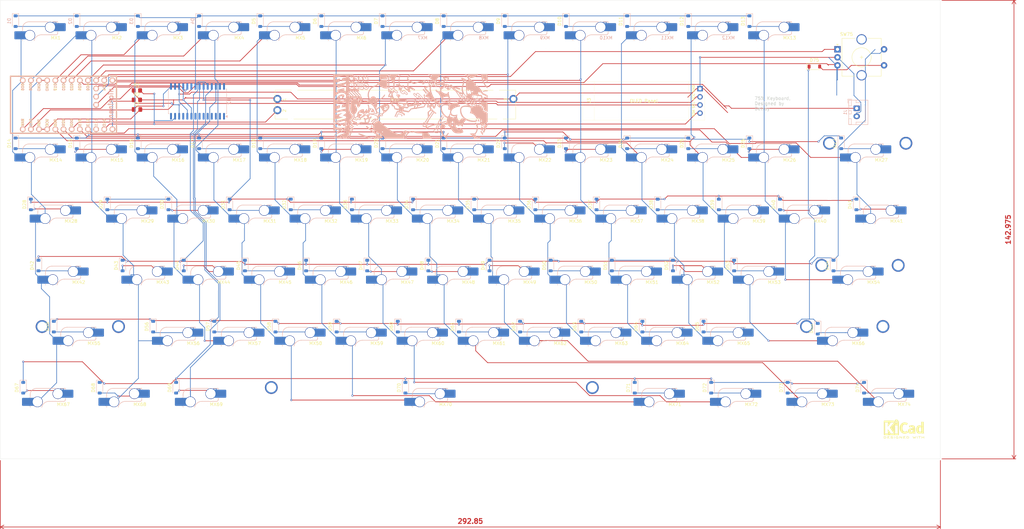
<source format=kicad_pcb>
(kicad_pcb (version 20241229) (generator "pcbnew") (generator_version "9.0")
  (layers (0 "F.Cu" signal) (2 "B.Cu" signal) (13 "F.Paste" user) (15 "B.Paste" user) (5 "F.SilkS" user "F.Silkscreen") (7 "B.SilkS" user "B.Silkscreen") (1 "F.Mask" user) (3 "B.Mask" user) (25 "Edge.Cuts" user))
  (net 0 "")
  (net 1 "3V3")
  (net 2 "GND")
  (net 3 "Net-(D1-A)")
  (net 4 "row0")
  (net 5 "Net-(D2-A)")
  (net 6 "Net-(D3-A)")
  (net 7 "Net-(D4-A)")
  (net 8 "Net-(D5-A)")
  (net 9 "Net-(D6-A)")
  (net 10 "Net-(D7-A)")
  (net 11 "Net-(D8-A)")
  (net 12 "Net-(D9-A)")
  (net 13 "Net-(D10-A)")
  (net 14 "Net-(D11-A)")
  (net 15 "Net-(D12-A)")
  (net 16 "Net-(D13-A)")
  (net 17 "row1")
  (net 18 "Net-(D14-A)")
  (net 19 "Net-(D15-A)")
  (net 20 "Net-(D16-A)")
  (net 21 "Net-(D17-A)")
  (net 22 "Net-(D18-A)")
  (net 23 "Net-(D19-A)")
  (net 24 "Net-(D20-A)")
  (net 25 "Net-(D21-A)")
  (net 26 "Net-(D22-A)")
  (net 27 "Net-(D23-A)")
  (net 28 "Net-(D24-A)")
  (net 29 "Net-(D25-A)")
  (net 30 "Net-(D26-A)")
  (net 31 "Net-(D27-A)")
  (net 32 "row2")
  (net 33 "Net-(D28-A)")
  (net 34 "Net-(D29-A)")
  (net 35 "Net-(D30-A)")
  (net 36 "Net-(D31-A)")
  (net 37 "Net-(D32-A)")
  (net 38 "Net-(D33-A)")
  (net 39 "Net-(D34-A)")
  (net 40 "Net-(D35-A)")
  (net 41 "Net-(D36-A)")
  (net 42 "Net-(D37-A)")
  (net 43 "Net-(D38-A)")
  (net 44 "Net-(D39-A)")
  (net 45 "Net-(D40-A)")
  (net 46 "Net-(D41-A)")
  (net 47 "Net-(D42-A)")
  (net 48 "row3")
  (net 49 "Net-(D43-A)")
  (net 50 "Net-(D44-A)")
  (net 51 "Net-(D45-A)")
  (net 52 "Net-(D46-A)")
  (net 53 "Net-(D47-A)")
  (net 54 "Net-(D48-A)")
  (net 55 "Net-(D49-A)")
  (net 56 "Net-(D50-A)")
  (net 57 "Net-(D51-A)")
  (net 58 "Net-(D52-A)")
  (net 59 "Net-(D53-A)")
  (net 60 "Net-(D54-A)")
  (net 61 "Net-(D55-A)")
  (net 62 "row4")
  (net 63 "Net-(D56-A)")
  (net 64 "Net-(D57-A)")
  (net 65 "Net-(D58-A)")
  (net 66 "Net-(D59-A)")
  (net 67 "Net-(D60-A)")
  (net 68 "Net-(D61-A)")
  (net 69 "Net-(D62-A)")
  (net 70 "Net-(D63-A)")
  (net 71 "Net-(D64-A)")
  (net 72 "Net-(D65-A)")
  (net 73 "Net-(D66-A)")
  (net 74 "Net-(D67-A)")
  (net 75 "row5")
  (net 76 "Net-(D68-A)")
  (net 77 "Net-(D69-A)")
  (net 78 "Net-(D70-A)")
  (net 79 "Net-(D71-A)")
  (net 80 "Net-(D72-A)")
  (net 81 "Net-(D73-A)")
  (net 82 "Net-(D74-A)")
  (net 83 "SCL")
  (net 84 "SDA")
  (net 85 "col0")
  (net 86 "col1")
  (net 87 "col2")
  (net 88 "col3")
  (net 89 "col4")
  (net 90 "col5")
  (net 91 "col6")
  (net 92 "col7")
  (net 93 "col8")
  (net 94 "col9")
  (net 95 "col10")
  (net 96 "col11")
  (net 97 "col12")
  (net 98 "col13")
  (net 99 "POT")
  (net 100 "BAT")
  (net 102 "Net-(D75-A)")
  (net 103 "re1")
  (net 104 "Interrupt Pin")
  (net 118 "re2")
  (footprint "Symbol:KiCad-Logo2_5mm_SilkScreen" (layer "F.Cu") (at 349.25 193.525)
    (property "Reference" "REF**" (hide yes))
    (property "Value" "KiCad-Logo2_5mm_SilkScreen" (hide yes))
  )
  (footprint "Oled screen:SSD1306-0.91-OLED-4pin-128x32" (layer "F.Cu") (at 249.225 85.24)
    (property "Reference" "J3")
    (property "Value" "Conn_01x04")
  )
  (footprint "Resistor_SMD:R_0805_2012Metric_Pad1.20x1.40mm_HandSolder" (layer "F.Cu") (at 110.3 90.925)
    (property "Reference" "R2")
    (property "Value" "4.7kΩ")
  )
  (footprint "PCM_marbastlib-mx:STAB_MX_P_2.75u" (layer "F.Cu") (at 330.7938 168.56)
    (property "Reference" "S5" (hide yes))
    (property "Value" "MX_stab")
  )
  (footprint "Capacitor_SMD:C_0805_2012Metric_Pad1.18x1.45mm_HandSolder" (layer "F.Cu") (at 110.33 93.905)
    (property "Reference" "C1")
    (property "Value" "100nF")
  )
  (footprint "PCM_marbastlib-mx:STAB_MX_P_6.25u" (layer "F.Cu") (at 202.175 187.6)
    (property "Reference" "S1" (hide yes))
    (property "Value" "MX_stab")
  )
  (footprint "Diode_SMD:D_SOD-123" (layer "F.Cu") (at 321.35 80.525)
    (property "Reference" "D75")
    (property "Value" "D")
  )
  (footprint "PCM_marbastlib-mx:STAB_MX_P_2.25u" (layer "F.Cu") (at 92.6688 168.585)
    (property "Reference" "S4" (hide yes))
    (property "Value" "MX_stab")
  )
  (footprint "Resistor_SMD:R_0805_2012Metric_Pad1.20x1.40mm_HandSolder" (layer "F.Cu") (at 110.3 87.975)
    (property "Reference" "R1")
    (property "Value" "4.7kΩ")
  )
  (footprint "Rotary_Encoder:RotaryEncoder_Alps_EC11E-Switch_Vertical_H20mm_CircularMountingHoles" (layer "F.Cu") (at 328.55 75.15)
    (property "Reference" "SW75")
    (property "Value" "RotaryEncoder_Switch")
  )
  (footprint "PCM_marbastlib-mx:STAB_MX_P_2u" (layer "F.Cu") (at 337.9563 111.42)
    (property "Reference" "S2" (hide yes))
    (property "Value" "MX_stab")
  )
  (footprint "nice-nano:Sliding_Pot" (layer "F.Cu") (at 190.825 92.375 90)
    (property "Reference" "RV2")
    (property "Value" "R_Potentiometer")
  )
  (footprint "PCM_marbastlib-mx:STAB_MX_P_2.25u" (layer "F.Cu") (at 335.5563 149.51)
    (property "Reference" "S3" (hide yes))
    (property "Value" "MX_stab")
  )
  (footprint "Diode_SMD:D_SOD-123" (layer "B.Cu") (at 336.825 180.675 -90)
    (property "Reference" "D74")
    (property "Value" "D")
  )
  (footprint "Diode_SMD:D_SOD-123" (layer "B.Cu") (at 77.2687 123.525 -90)
    (property "Reference" "D28")
    (property "Value" "D")
  )
  (footprint "PCM_marbastlib-mx:SW_MX_HS_CPG151101S11_1u" (layer "B.Cu") (at 171.2475 149.52 180)
    (property "Reference" "MX46")
    (property "Value" "MX_SW_HS")
  )
  (footprint "Diode_SMD:D_SOD-123" (layer "B.Cu") (at 143.9437 142.575 -90)
    (property "Reference" "D45")
    (property "Value" "D")
  )
  (footprint "Diode_SMD:D_SOD-123" (layer "B.Cu") (at 210.6187 161.625 -90)
    (property "Reference" "D61")
    (property "Value" "D")
  )
  (footprint "Diode_SMD:D_SOD-123" (layer "B.Cu") (at 74.8875 180.675 -90)
    (property "Reference" "D67")
    (property "Value" "D")
  )
  (footprint "Diode_SMD:D_SOD-123" (layer "B.Cu") (at 177.2812 123.525 -90)
    (property "Reference" "D33")
    (property "Value" "D")
  )
  (footprint "Diode_SMD:D_SOD-123" (layer "B.Cu") (at 79.65 142.575 -90)
    (property "Reference" "D42")
    (property "Value" "D")
  )
  (footprint "Diode_SMD:D_SOD-123" (layer "B.Cu") (at 239.1937 142.575 -90)
    (property "Reference" "D50")
    (property "Value" "D")
  )
  (footprint "Diode_SMD:D_SOD-123" (layer "B.Cu") (at 124.8937 142.575 -90)
    (property "Reference" "D44")
    (property "Value" "D")
  )
  (footprint "PCM_marbastlib-mx:SW_MX_HS_CPG151101S11_1u" (layer "B.Cu") (at 133.1475 149.52 180)
    (property "Reference" "MX44")
    (property "Value" "MX_SW_HS")
  )
  (footprint "PCM_marbastlib-mx:SW_MX_HS_CPG151101S11_1u" (layer "B.Cu") (at 166.485 130.47 180)
    (property "Reference" "MX32")
    (property "Value" "MX_SW_HS")
  )
  (footprint "PCM_marbastlib-mx:SW_MX_HS_CPG151101S11_1u" (layer "B.Cu") (at 276.0225 168.57 180)
    (property "Reference" "MX64")
    (property "Value" "MX_SW_HS")
  )
  (footprint "PCM_marbastlib-mx:SW_MX_HS_CPG151101S11_1u" (layer "B.Cu") (at 214.11 73.32 180)
    (property "Reference" "MX8")
    (property "Value" "MX_SW_HS")
  )
  (footprint "PCM_marbastlib-mx:SW_MX_HS_CPG151101S11_1u" (layer "B.Cu") (at 195.06 73.32 180)
    (property "Reference" "MX7")
    (property "Value" "MX_SW_HS")
  )
  (footprint "PCM_marbastlib-mx:SW_MX_HS_CPG151101S11_1u" (layer "B.Cu") (at 285.5475 149.52 180)
    (property "Reference" "MX52")
    (property "Value" "MX_SW_HS")
  )
  (footprint "Diode_SMD:D_SOD-123" (layer "B.Cu") (at 205.8562 104.475 -90)
    (property "Reference" "D21")
    (property "Value" "D")
  )
  (footprint "PCM_marbastlib-mx:SW_MX_HS_CPG151101S11_1u" (layer "B.Cu") (at 299.835 130.47 180)
    (property "Reference" "MX39")
    (property "Value" "MX_SW_HS")
  )
  (footprint "Diode_SMD:D_SOD-123" (layer "B.Cu") (at 196.3312 123.525 -90)
    (property "Reference" "D34")
    (property "Value" "D")
  )
  (footprint "PCM_marbastlib-mx:SW_MX_HS_CPG151101S11_1u" (layer "B.Cu") (at 233.16 73.32 180)
    (property "Reference" "MX9")
    (property "Value" "MX_SW_HS")
  )
  (footprint "PCM_marbastlib-mx:SW_MX_HS_CPG151101S11_1u" (layer "B.Cu") (at 156.96 73.32 180)
    (property "Reference" "MX5")
    (property "Value" "MX_SW_HS")
  )
  (footprint "Diode_SMD:D_SOD-123" (layer "B.Cu") (at 296.3437 142.575 -90)
    (property "Reference" "D53")
    (property "Value" "D")
  )
  (footprint "PCM_marbastlib-mx:SW_MX_HS_CPG151101S11_1u" (layer "B.Cu") (at 114.0975 149.52 180)
    (property "Reference" "MX43")
    (property "Value" "MX_SW_HS")
  )
  (footprint "PCM_marbastlib-mx:SW_MX_HS_CPG151101S11_1u" (layer "B.Cu") (at 92.6663 168.57 180)
    (property "Reference" "MX55")
    (property "Value" "MX_SW_HS")
  )
  (footprint "Diode_SMD:D_SOD-123" (layer "B.Cu") (at 105.8437 142.575 -90)
    (property "Reference" "D43")
    (property "Value" "D")
  )
  (footprint "PCM_marbastlib-mx:SW_MX_HS_CPG151101S11_1u" (layer "B.Cu") (at 335.5538 149.52 180)
    (property "Reference" "MX54")
    (property "Value" "MX_SW_HS")
  )
  (footprint "Diode_SMD:D_SOD-123" (layer "B.Cu") (at 334.4437 123.525 -90)
    (property "Reference" "D41")
    (property "Value" "D")
  )
  (footprint "Diode_SMD:D_SOD-123" (layer "B.Cu") (at 148.7062 66.375 -90)
    (property "Reference" "D5")
    (property "Value" "D")
  )
  (footprint "Diode_SMD:D_SOD-123" (layer "B.Cu") (at 286.8187 161.625 -90)
    (property "Reference" "D65")
    (property "Value" "D")
  )
  (footprint "Diode_SMD:D_SOD-123" (layer "B.Cu") (at 191.5687 161.625 -90)
    (property "Reference" "D60")
    (property "Value" "D")
  )
  (footprint "PCM_marbastlib-mx:SW_MX_HS_CPG151101S11_1u" (layer "B.Cu") (at 161.7225 168.57 180)
    (property "Reference" "MX58")
    (property "Value" "MX_SW_HS")
  )
  (footprint "PCM_marbastlib-mx:SW_MX_HS_CPG151101S11_1u" (layer "B.Cu") (at 304.5975 149.52 180)
    (property "Reference" "MX53")
    (property "Value" "MX_SW_HS")
  )
  (footprint "PCM_marbastlib-mx:SW_MX_HS_CPG151101S11_1u" (layer "B.Cu") (at 266.4975 149.52 180)
    (property "Reference" "MX51")
    (property "Value" "MX_SW_HS")
  )
  (footprint "Diode_SMD:D_SOD-123" (layer "B.Cu") (at 110.6062 66.375 -90)
    (property "Reference" "D3")
    (property "Value" "D")
  )
  (footprint "Diode_SMD:D_SOD-123" (layer "B.Cu") (at 186.8062 66.375 -90)
    (property "Reference" "D7")
    (property "Value" "D")
  )
  (footprint "Diode_SMD:D_SOD-123" (layer "B.Cu") (at 229.6687 161.625 -90)
    (property "Reference" "D62")
    (property "Value" "D")
  )
  (footprint "PCM_marbastlib-mx:SW_MX_HS_CPG151101S11_1u" (layer "B.Cu") (at 247.4475 149.52 180)
    (property "Reference" "MX50")
    (property "Value" "MX_SW_HS")
  )
  (footprint "PCM_marbastlib-mx:SW_MX_HS_CPG151101S11_1u" (layer "B.Cu") (at 176.01 111.42 180)
    (property "Reference" "MX19")
    (property "Value" "MX_SW_HS")
  )
  (footprint "PCM_marbastlib-mx:SW_MX_HS_CPG151101S11_1u" (layer "B.Cu") (at 214.11 111.42 180)
    (property "Reference" "MX21")
    (property "Value" "MX_SW_HS")
  )
  (footprint "Diode_SMD:D_SOD-123" (layer "B.Cu") (at 248.7187 161.625 -90)
    (property "Reference" "D63")
    (property "Value" "D")
  )
  (footprint "PCM_marbastlib-mx:SW_MX_HS_CPG151101S11_1u" (layer "B.Cu") (at 80.76 111.42 180)
    (property "Reference" "MX14")
    (property "Value" "MX_SW_HS")
  )
  (footprint "Diode_SMD:D_SOD-123" (layer "B.Cu") (at 72.5062 104.475 -90)
    (property "Reference" "D14")
    (property "Value" "D")
  )
  (footprint "PCM_marbastlib-mx:SW_MX_HS_CPG151101S11_1u" (layer "B.Cu") (at 309.36 111.42 180)
    (property "Reference" "MX26")
    (property "Value" "MX_SW_HS")
  )
  (footprint "PCM_marbastlib-mx:SW_MX_HS_CPG151101S11_1u" (layer "B.Cu") (at 137.91 73.32 180)
    (property "Reference" "MX4")
    (property "Value" "MX_SW_HS")
  )
  (footprint "Diode_SMD:D_SOD-123" (layer "B.Cu") (at 167.7562 104.475 -90)
    (property "Reference" "D19")
    (property "Value" "D")
  )
  (footprint "PCM_marbastlib-mx:SW_MX_HS_CPG151101S11_1.25u" (layer "B.Cu") (at 130.7663 187.62 180)
    (property "Reference" "MX69")
    (property "Value" "MX_SW_HS")
  )
  (footprint "Diode_SMD:D_SOD-123" (layer "B.Cu") (at 162.9937 142.575 -90)
    (property "Reference" "D46")
    (property "Value" "D")
  )
  (footprint "Diode_SMD:D_SOD-123" (layer "B.Cu") (at 158.2312 123.525 -90)
    (property "Reference" "D32")
    (property "Value" "D")
  )
  (footprint "PCM_marbastlib-mx:SW_MX_HS_CPG151101S11_1u" (layer "B.Cu") (at 147.435 130.47 180)
    (property "Reference" "MX31")
    (property "Value" "MX_SW_HS")
  )
  (footprint "PCM_marbastlib-mx:SW_MX_HS_CPG151101S11_1u" (layer "B.Cu") (at 309.36 73.32 180)
    (property "Reference" "MX13")
    (property "Value" "MX_SW_HS")
  )
  (footprint "Diode_SMD:D_SOD-123" (layer "B.Cu") (at 148.7062 104.475 -90)
    (property "Reference" "D18")
    (property "Value" "D")
  )
  (footprint "PCM_marbastlib-mx:SW_MX_HS_CPG151101S11_1u" (layer "B.Cu") (at 209.3475 149.52 180)
    (property "Reference" "MX48")
    (property "Value" "MX_SW_HS")
  )
  (footprint "Diode_SMD:D_SOD-123" (layer "B.Cu") (at 253.4812 123.525 -90)
    (property "Reference" "D37")
    (property "Value" "D")
  )
  (footprint "Oled screen:Highway" (layer "B.Cu") (at 195.525 92.9 180)
    (property "Reference" "G***")
    (property "Value" "LOGO" (hide yes))
  )
  (footprint "Diode_SMD:D_SOD-123" (layer "B.Cu") (at 215.3812 123.525 -90)
    (property "Reference" "D35")
    (property "Value" "D")
  )
  (footprint "PCM_marbastlib-mx:SW_MX_HS_CPG151101S11_1u" (layer "B.Cu") (at 152.1975 149.52 180)
    (property "Reference" "MX45")
    (property "Value" "MX_SW_HS")
  )
  (footprint "Diode_SMD:D_SOD-123" (layer "B.Cu") (at 115.3687 161.625 -90)
    (property "Reference" "D56")
    (property "Value" "D")
  )
  (footprint "PCM_marbastlib-mx:SW_MX_HS_CPG151101S11_1u" (layer "B.Cu") (at 261.735 130.47 180)
    (property "Reference" "MX37")
    (property "Value" "MX_SW_HS")
  )
  (footprint "PCM_marbastlib-mx:SW_MX_HS_CPG151101S11_1u" (layer "B.Cu") (at 128.385 130.47 180)
    (property "Reference" "MX30")
    (property "Value" "MX_SW_HS")
  )
  (footprint "Diode_SMD:D_SOD-123" (layer "B.Cu") (at 91.5562 66.375 -90)
    (property "Reference" "D2")
    (property "Value" "D")
  )
  (footprint "PCM_marbastlib-mx:SW_MX_HS_CPG151101S11_1.5u" (layer "B.Cu") (at 342.6975 130.47 180)
    (property "Reference" "MX41")
    (property "Value" "MX_SW_HS")
  )
  (footprint "Diode_SMD:D_SOD-123" (layer "B.Cu") (at 134.4187 161.625 -90)
    (property "Reference" "D57")
    (property "Value" "D")
  )
  (footprint "Diode_SMD:D_SOD-123" (layer "B.Cu") (at 272.5312 123.525 -90)
    (property "Reference" "D38")
    (property "Value" "D")
  )
  (footprint "PCM_marbastlib-mx:SW_MX_HS_CPG151101S11_1u" (layer "B.Cu") (at 199.8225 168.57 180)
    (property "Reference" "MX60")
    (property "Value" "MX_SW_HS")
  )
  (footprint "Connector_JST:JST_XH_B2B-XH-AM_1x02_P2.50mm_Vertical" (layer "B.Cu") (at 334.525 93.55 -90)
    (property "Reference" "J1")
    (property "Value" "Battery")
  )
  (footprint "PCM_marbastlib-mx:SW_MX_HS_CPG151101S11_1u" (layer "B.Cu") (at 237.9225 168.57 180)
    (property "Reference" "MX62")
    (property "Value" "MX_SW_HS")
  )
  (footprint "PCM_marbastlib-mx:SW_MX_HS_CPG151101S11_1u" (layer "B.Cu") (at 242.685 130.47 180)
    (property "Reference" "MX36")
    (property "Value" "MX_SW_HS")
  )
  (footprint "PCM_marbastlib-mx:SW_MX_HS_CPG151101S11_1.25u" (layer "B.Cu") (at 297.4538 187.62 180)
    (property "Reference" "MX72")
    (property "Value" "MX_SW_HS")
  )
  (footprint "Diode_SMD:D_SOD-123" (layer "B.Cu") (at 182.0437 142.575 -90)
    (property "Reference" "D47")
    (property "Value" "D")
  )
  (footprint "PCM_marbastlib-mx:SW_MX_HS_CPG151101S11_1u" (layer "B.Cu") (at 80.76 73.32 180)
    (property "Reference" "MX1")
    (property "Value" "MX_SW_HS")
  )
  (footprint "PCM_marbastlib-mx:SW_MX_HS_CPG151101S11_1u" (layer "B.Cu") (at 330.7913 168.57 180)
    (property "Reference" "MX66")
    (property "Value" "MX_SW_HS")
  )
  (footprint "Diode_SMD:D_SOD-123" (layer "B.Cu") (at 301.1062 104.475 -90)
    (property "Reference" "D26")
    (property "Value" "D")
  )
  (footprint "Diode_SMD:D_SOD-123" (layer "B.Cu") (at 91.5562 104.475 -90)
    (property "Reference" "D15")
    (property "Value" "D")
  )
  (footprint "PCM_marbastlib-mx:SW_MX_HS_CPG151101S11_1u" (layer "B.Cu") (at 271.26 73.32 180)
    (property "Reference" "MX11")
    (property "Value" "MX_SW_HS")
  )
  (footprint "PCM_marbastlib-mx:SW_MX_HS_CPG151101S11_1u" (layer "B.Cu") (at 233.16 111.42 180)
    (property "Reference" "MX22")
    (property "Value" "MX_SW_HS")
  )
  (footprint "Diode_SMD:D_SOD-123" (layer "B.Cu") (at 101.0812 123.525 -90)
    (property "Reference" "D29")
    (property "Value" "D")
  )
  (footprint "Diode_SMD:D_SOD-123" (layer "B.Cu") (at 201.0937 142.575 -90)
    (property "Reference" "D48")
    (property "Value" "D")
  )
  (footprint "Diode_SMD:D_SOD-123" (layer "B.Cu") (at 243.9562 66.375 -90)
    (property "Reference" "D10")
    (property "Value" "D")
  )
  (footprint "PCM_marbastlib-mx:SW_MX_HS_CPG151101S11_1u" (layer "B.Cu") (at 228.3975 149.52 180)
    (property "Reference" "MX49")
    (property "Value" "MX_SW_HS")
  )
  (footprint "PCM_marbastlib-mx:SW_MX_HS_CPG151101S11_1u" (layer "B.Cu") (at 295.0725 168.57 180)
    (property "Reference" "MX65")
    (property "Value" "MX_SW_HS")
  )
  (footprint "PCM_marbastlib-mx:SW_MX_HS_CPG151101S11_1u" (layer "B.Cu") (at 252.21 111.42 180)
    (property "Reference" "MX23")
    (property "Value" "MX_SW_HS")
  )
  (footprint "Diode_SMD:D_SOD-123" (layer "B.Cu") (at 153.4687 161.625 -90)
    (property "Reference" "D58")
    (property "Value" "D")
  )
  (footprint "Diode_SMD:D_SOD-123" (layer "B.Cu") (at 220.1437 142.575 -90)
    (property "Reference" "D49")
    (property "Value" "D")
  )
  (footprint "Diode_SMD:D_SOD-123" (layer "B.Cu") (at 167.7562 66.375 -90)
    (property "Reference" "D6")
    (property "Value" "D")
  )
  (footprint "Diode_SMD:D_SOD-123" (layer "B.Cu") (at 243.9562 104.475 -90)
    (property "Reference" "D23")
    (property "Value" "D")
  )
  (footprint "Diode_SMD:D_SOD-123" (layer "B.Cu") (at 122.5125 180.675 -90)
    (property "Reference" "D69")
    (property "Value" "D")
  )
  (footprint "PCM_marbastlib-mx:SW_MX_HS_CPG151101S11_1u" (layer "B.Cu") (at 223.635 130.47 180)
    (property "Reference" "MX35")
    (property "Value" "MX_SW_HS")
  )
  (footprint "PCM_marbastlib-mx:SW_MX_HS_CPG151101S11_1u" (layer "B.Cu") (at 290.31 73.32 180)
    (property "Reference" "MX12")
    (property "Value" "MX_SW_HS")
  )
  (footprint "Diode_SMD:D_SOD-123" (layer "B.Cu") (at 329.6812 104.475 -90)
    (property "Reference" "D27")
    (property "Value" "D")
  )
  (footprint "Diode_SMD:D_SOD-123" (layer "B.Cu") (at 98.7 180.675 -90)
    (property "Reference" "D68")
    (property "Value" "D")
  )
  (footprint "Diode_SMD:D_SOD-123" (layer "B.Cu") (at 139.1812 123.525 -90)
    (property "Reference" "D31")
    (property "Value" "D")
  )
  (footprint "Diode_SMD:D_SOD-123" (layer "B.Cu") (at 291.5812 123.525 -90)
    (property "Reference" "D39")
    (property "Value" "D")
  )
  (footprint "Diode_SMD:D_SOD-123" (layer "B.Cu") (at 129.6562 66.375 -90)
    (property "Reference" "D4")
    (property "Value" "D")
  )
  (footprint "PCM_marbastlib-mx:SW_MX_HS_CPG151101S11_1.25u" (layer "B.Cu") (at 106.9538 187.62 180)
    (property "Reference" "MX68")
    (property "Value" "MX_SW_HS")
  )
  (footprint "Diode_SMD:D_SOD-123" (layer "B.Cu") (at 267.7687 161.625 -90)
    (property "Reference" "D64")
    (property "Value" "D")
  )
  (footprint "PCM_marbastlib-mx:SW_MX_HS_CPG151101S11_1u" (layer "B.Cu") (at 118.86 73.32 180)
    (property "Reference" "MX3")
    (property "Value" "MX_SW_HS")
  )
  (footprint "PCM_marbastlib-mx:SW_MX_HS_CPG151101S11_1.25u" (layer "B.Cu") (at 345.0788 187.62 180)
    (property "Reference" "MX74")
    (property "Value" "MX_SW_HS")
  )
  (footprint "Diode_SMD:D_SOD-123" (layer "B.Cu") (at 72.5062 66.375 -90)
    (property "Reference" "D1")
    (property "Value" "D")
  )
  (footprint "PCM_marbastlib-mx:SW_MX_HS_CPG151101S11_1u" (layer "B.Cu") (at 280.785 130.47 180)
    (property "Reference" "MX38")
    (property "Value" "MX_SW_HS")
  )
  (footprint "Diode_SMD:D_SOD-123" (layer "B.Cu") (at 289.2 180.675 -90)
    (property "Reference" "D72")
    (property "Value" "D")
  )
  (footprint "PCM_marbastlib-mx:SW_MX_HS_CPG151101S11_1u" (layer "B.Cu") (at 118.86 111.42 180)
    (property "Reference" "MX16")
    (property "Value" "MX_SW_HS")
  )
  (footprint "Diode_SMD:D_SOD-123" (layer "B.Cu") (at 224.9062 104.475 -90)
    (property "Reference" "D22")
    (property "Value" "D")
  )
  (footprint "Diode_SMD:D_SOD-123" (layer "B.Cu") (at 84.4125 161.625 -90)
    (property "Reference" "D55")
    (property "Value" "D")
  )
  (footprint "PCM_marbastlib-mx:SW_MX_HS_CPG151101S11_1u" (layer "B.Cu") (at 252.21 73.32 180)
    (property "Reference" "MX10")
    (property "Value" "MX_SW_HS")
  )
  (footprint "PCM_marbastlib-mx:SW_MX_HS_CPG151101S11_1u" (layer "B.Cu") (at 99.81 111.42 180)
    (property "Reference" "MX15")
    (property "Value" "MX_SW_HS")
  )
  (footprint "PCM_marbastlib-mx:SW_MX_HS_CPG151101S11_1u" (layer "B.Cu") (at 218.8725 168.57 180)
    (property "Reference" "MX61")
    (property "Value" "MX_SW_HS")
  )
  (footprint "Package_SO:SOIC-28W_7.5x17.9mm_P1.27mm" (layer "B.Cu") (at 129.18 91.375 90)
    (property "Reference" "U2")
    (property "Value" "MCP23017_SO")
  )
  (footprint "Diode_SMD:D_SOD-123" (layer "B.Cu") (at 263.0062 66.375 -90)
    (property "Reference" "D11")
    (property "Value" "D")
  )
  (footprint "nice-nano:nice_nano" (layer "B.Cu") (at 88.705 92.455)
    (property "Reference" "U1" (hide yes))
    (property "Value" "nice_nano" (hide yes))
  )
  (footprint "Diode_SMD:D_SOD-123" (layer "B.Cu") (at 265.3875 180.675 -90)
    (property "Reference" "D71")
    (property "Value" "D")
  )
  (footprint "Diode_SMD:D_SOD-123" (layer "B.Cu") (at 322.4 162.275 -90)
    (property "Reference" "D66")
    (property "Value" "D")
  )
  (footprint "PCM_marbastlib-mx:SW_MX_HS_CPG151101S11_1u" (layer "B.Cu") (at 195.06 111.42 180)
    (property "Reference" "MX20")
    (property "Value" "MX_SW_HS")
  )
  (footprint "PCM_marbastlib-mx:SW_MX_HS_CPG151101S11_1u" (layer "B.Cu") (at 337.935 111.42 180)
    (property "Reference" "MX27")
    (property "Value" "MX_SW_HS")
  )
  (footprint "PCM_marbastlib-mx:SW_MX_HS_CPG151101S11_1u" (layer "B.Cu") (at 142.6725 168.57 180)
    (property "Reference" "MX57")
    (property "Value" "MX_SW_HS")
  )
  (footprint "Diode_SMD:D_SOD-123" (layer "B.Cu") (at 282.0562 104.475 -90)
    (property "Reference" "D25")
    (property "Value" "D")
  )
  (footprint "PCM_marbastlib-mx:SW_MX_HS_CPG151101S11_1u" (layer "B.Cu") (at 202.2038 187.62 180)
    (property "Reference" "MX70")
    (property "Value" "MX_SW_HS")
  )
  (footprint "PCM_marbastlib-mx:SW_MX_HS_CPG151101S11_1u" (layer "B.Cu") (at 190.2975 149.52 180)
    (property "Reference" "MX47")
    (property "Value" "MX_SW_HS")
  )
  (footprint "Diode_SMD:D_SOD-123" (layer "B.Cu") (at 205.8562 66.375 -90)
    (property "Reference" "D8")
    (property "Value" "D")
  )
  (footprint "Diode_SMD:D_SOD-123" (layer "B.Cu") (at 186.8062 104.475 -90)
    (property "Reference" "D20")
    (property "Value" "D")
  )
  (footprint "Diode_SMD:D_SOD-123" (layer "B.Cu") (at 277.2937 142.575 -90)
    (property "Reference" "D52")
    (property "Value" "D")
  )
  (footprint "PCM_marbastlib-mx:SW_MX_HS_CPG151101S11_1.25u" (layer "B.Cu") (at 83.1413 187.62 180)
    (property "Reference" "MX67")
    (property "Value" "MX_SW_HS")
  )
  (footprint "PCM_marbastlib-mx:SW_MX_HS_CPG151101S11_1u" (layer "B.Cu") (at 290.31 111.42 180)
    (property "Reference" "MX25")
    (property "Value" "MX_SW_HS")
  )
  (footprint "PCM_marbastlib-mx:SW_MX_HS_CPG151101S11_1u" (layer "B.Cu") (at 156.96 111.42 180)
    (property "Reference" "MX18")
    (property "Value" "MX_SW_HS")
  )
  (footprint "PCM_marbastlib-mx:SW_MX_HS_CPG151101S11_1u" (layer "B.Cu") (at 185.535 130.47 180)
    (property "Reference" "MX33")
    (property "Value" "MX_SW_HS")
  )
  (footprint "PCM_marbastlib-mx:SW_MX_HS_CPG151101S11_1u" (layer "B.Cu") (at 137.91 111.42 180)
    (property "Reference" "MX17")
    (property "Value" "MX_SW_HS")
  )
  (footprint "PCM_marbastlib-mx:SW_MX_HS_CPG151101S11_1.5u" (layer "B.Cu") (at 85.5225 130.47 180)
    (property "Reference" "MX28")
    (property "Value" "MX_SW_HS")
  )
  (footprint "PCM_marbastlib-mx:SW_MX_HS_CPG151101S11_1u" (layer "B.Cu") (at 256.9725 168.57 180)
    (property "Reference" "MX63")
    (property "Value" "MX_SW_HS")
  )
  (footprint "PCM_marbastlib-mx:SW_MX_HS_CPG151101S11_1u" (layer "B.Cu") (at 271.26 111.42 180)
    (property "Reference" "MX24")
    (property "Value" "MX_SW_HS")
  )
  (footprint "PCM_marbastlib-mx:SW_MX_HS_CPG151101S11_1u" (layer "B.Cu") (at 204.585 130.47 180)
    (property "Reference" "MX34")
    (property "Value" "MX_SW_HS")
  )
  (footprint "Diode_SMD:D_SOD-123" (layer "B.Cu") (at 193.95 180.675 -90)
    (property "Reference" "D70")
    (property "Value" "D")
  )
  (footprint "Diode_SMD:D_SOD-123" (layer "B.Cu") (at 263.0062 104.475 -90)
    (property "Reference" "D24")
    (property "Value" "D")
  )
  (footprint "Diode_SMD:D_SOD-123" (layer "B.Cu") (at 234.4312 123.525 -90)
    (property "Reference" "D36")
    (property "Value" "D")
  )
  (footprint "Diode_SMD:D_SOD-123" (layer "B.Cu") (at 313.0125 180.675 -90)
    (property "Reference" "D73")
    (property "Value" "D")
  )
  (footprint "Diode_SMD:D_SOD-123" (layer "B.Cu") (at 172.5187 161.625 -90)
    (property "Reference" "D59")
    (property "Value" "D")
  )
  (footprint "PCM_marbastlib-mx:SW_MX_HS_CPG151101S11_1.25u" (layer "B.Cu") (at 273.6413 187.62 180)
    (property "Reference" "MX71")
    (property "Value" "MX_SW_HS")
  )
  (footprint "Diode_SMD:D_SOD-123" (layer "B.Cu") (at 129.6562 104.475 -90)
    (property "Reference" "D17")
    (property "Value" "D")
  )
  (footprint "PCM_marbastlib-mx:SW_MX_HS_CPG151101S11_1.25u" (layer "B.Cu") (at 321.2663 187.62 180)
    (property "Reference" "MX73")
    (property "Value" "MX_SW_HS")
  )
  (footprint "Diode_SMD:D_SOD-123" (layer "B.Cu") (at 110.6062 104.475 -90)
    (property "Reference" "D16")
    (property "Value" "D")
  )
  (footprint "Diode_SMD:D_SOD-123" (layer "B.Cu") (at 224.9062 66.375 -90)
    (property "Reference" "D9")
    (property "Value" "D")
  )
  (footprint "Diode_SMD:D_SOD-123" (layer "B.Cu") (at 310.6312 123.525 -90)
    (property "Reference" "D40")
    (property "Value" "D")
  )
  (footprint "Diode_SMD:D_SOD-123" (layer "B.Cu") (at 120.1312 123.525 -90)
    (property "Reference" "D30")
    (property "Value" "D")
  )
  (footprint "PCM_marbastlib-mx:SW_MX_HS_CPG151101S11_1.75u" (layer "B.Cu") (at 87.9038 149.52 180)
    (property "Reference" "MX42")
    (property "Value" "MX_SW_HS")
  )
  (footprint "Diode_SMD:D_SOD-123" (layer "B.Cu") (at 301.1062 66.375 -90)
    (property "Reference" "D13")
    (property "Value" "D")
  )
  (footprint "PCM_marbastlib-mx:SW_MX_HS_CPG151101S11_1u" (layer "B.Cu") (at 180.7725 168.57 180)
    (property "Reference" "MX59")
    (property "Value" "MX_SW_HS")
  )
  (footprint "Diode_SMD:D_SOD-123" (layer "B.Cu") (at 258.2437 142.575 -90)
    (property "Reference" "D51")
    (property "Value" "D")
  )
  (footprint "PCM_marbastlib-mx:SW_MX_HS_CPG151101S11_1u" (layer "B.Cu") (at 176.01 73.32 180)
    (property "Reference" "MX6")
    (property "Value" "MX_SW_HS")
  )
  (footprint "PCM_marbastlib-mx:SW_MX_HS_CPG151101S11_1u" (layer "B.Cu") (at 99.81 73.32 180)
    (property "Reference" "MX2")
    (property "Value" "MX_SW_HS")
  )
  (footprint "PCM_marbastlib-mx:SW_MX_HS_CPG151101S11_1u" (layer "B.Cu") (at 123.6225 168.57 180)
    (property "Reference" "MX56")
    (property "Value" "MX_SW_HS")
  )
  (footprint "PCM_marbastlib-mx:SW_MX_HS_CPG151101S11_1u" (layer "B.Cu") (at 109.335 130.47 180)
    (property "Reference" "MX29")
    (property "Value" "MX_SW_HS")
  )
  (footprint "Diode_SMD:D_SOD-123" (layer "B.Cu") (at 282.0562 66.375 -90)
    (property "Reference" "D12")
    (property "Value" "D")
  )
  (footprint "Diode_SMD:D_SOD-123" (layer "B.Cu") (at 327.3 142.575 -90)
    (property "Reference" "D54")
    (property "Value" "D")
  )
  (footprint "PCM_marbastlib-mx:SW_MX_HS_CPG151101S11_1u" (layer "B.Cu") (at 318.885 130.47 180)
    (property "Reference" "MX40")
    (property "Value" "MX_SW_HS")
  )
  (gr_rect (start 67.75 59.875) (end 360.6 202.85) (stroke (width 0.05)) (fill no) (layer "Edge.Cuts"))
  (gr_text "75% Keyboard,\nDesigned by \nDelroy\n" (at 302.65 94.25 0) (layer "Edge.Cuts") (effects (font (size 1 1)) (justify left bottom)))
  (dimension (type orthogonal) (layer "F.Cu") (pts (xy 360.6 202.85) (xy 360.6 59.875)) (height 22.925) (orientation 1) (format (prefix "") (suffix "") (units 3) (units_format 0) (precision 4) (suppress_zeroes yes)) (style (thickness 0.2) (arrow_length 1.27) (text_position_mode 0) (arrow_direction outward) (extension_height 0.58642) (extension_offset 0.5) (keep_text_aligned yes)) (gr_text "142.975" (at 381.725 131.3625 90) (layer "F.Cu") (effects (font (size 1.5 1.5) (thickness 0.3)))))
  (dimension (type orthogonal) (layer "F.Cu") (pts (xy 360.6 202.85) (xy 67.75 202.85)) (height 21.25) (orientation 0) (format (prefix "") (suffix "") (units 3) (units_format 0) (precision 4) (suppress_zeroes yes)) (style (thickness 0.2) (arrow_length 1.27) (text_position_mode 0) (arrow_direction outward) (extension_height 0.58642) (extension_offset 0.5) (keep_text_aligned yes)) (gr_text "292.85" (at 214.175 222.3 0) (layer "F.Cu") (effects (font (size 1.5 1.5) (thickness 0.3)))))
  (segment (start 82.355 100.075) (end 85.5557 96.8743) (width 0.2) (layer "F.Cu") (net 1))
  (segment (start 282.842 91.7008) (end 222.648 91.7008) (width 0.2) (layer "F.Cu") (net 1))
  (segment (start 121.741 92.2371) (end 121.741 90.925) (width 0.2) (layer "F.Cu") (net 1))
  (segment (start 120.073 93.905) (end 121.741 92.2371) (width 0.2) (layer "F.Cu") (net 1))
  (segment (start 124.76 90.8996) (end 124.735 90.925) (width 0.2) (layer "F.Cu") (net 1))
  (segment (start 82.355 100.075) (end 79.815 100.075) (width 0.2) (layer "F.Cu") (net 1))
  (segment (start 284.573 89.97) (end 282.842 91.7008) (width 0.2) (layer "F.Cu") (net 1))
  (segment (start 285.725 89.97) (end 284.573 89.97) (width 0.2) (layer "F.Cu") (net 1))
  (segment (start 111.368 93.905) (end 111.3675 93.905) (width 0.2) (layer "F.Cu") (net 1))
  (segment (start 121.741 90.925) (end 111.3 90.925) (width 0.2) (layer "F.Cu") (net 1))
  (segment (start 222.648 91.7008) (end 222.247 91.2992) (width 0.2) (layer "F.Cu") (net 1))
  (segment (start 222.247 91.2992) (end 155.299 91.2992) (width 0.2) (layer "F.Cu") (net 1))
  (segment (start 108.398 96.8743) (end 111.368 93.905) (width 0.2) (layer "F.Cu") (net 1))
  (segment (start 109.3 88.925) (end 111.3 90.925) (width 0.2) (layer "F.Cu") (net 1))
  (segment (start 125.318 90.3421) (end 125.56 90.1) (width 0.2) (layer "F.Cu") (net 1))
  (segment (start 125.318 90.3421) (end 153.792 90.3421) (width 0.2) (layer "F.Cu") (net 1))
  (segment (start 153.792 90.3421) (end 154.075 90.625) (width 0.2) (layer "F.Cu") (net 1))
  (segment (start 115.192 93.905) (end 120.073 93.905) (width 0.2) (layer "F.Cu") (net 1))
  (segment (start 155.299 91.2992) (end 154.7 90.6996) (width 0.2) (layer "F.Cu") (net 1))
  (segment (start 85.5557 96.8743) (end 108.398 96.8743) (width 0.2) (layer "F.Cu") (net 1))
  (segment (start 109.3 87.975) (end 109.3 88.925) (width 0.2) (layer "F.Cu") (net 1))
  (segment (start 154.15 90.6996) (end 154.075 90.625) (width 0.2) (layer "F.Cu") (net 1))
  (segment (start 154.7 90.6996) (end 154.1 90.1) (width 0.2) (layer "F.Cu") (net 1))
  (segment (start 115.192 93.905) (end 111.368 93.905) (width 0.2) (layer "F.Cu") (net 1))
  (segment (start 124.76 90.8996) (end 125.318 90.3421) (width 0.2) (layer "F.Cu") (net 1))
  (segment (start 124.735 90.925) (end 121.741 90.925) (width 0.2) (layer "F.Cu") (net 1))
  (segment (start 154.7 90.6996) (end 154.15 90.6996) (width 0.2) (layer "F.Cu") (net 1))
  (via (at 124.76 90.8996) (size 0.6) (drill 0.3) (layers "F.Cu" "B.Cu") (net 1))
  (segment (start 124.735 90.8742) (end 124.76 90.8996) (width 0.2) (layer "B.Cu") (net 1))
  (segment (start 124.735 86.725) (end 124.735 90.8742) (width 0.2) (layer "B.Cu") (net 1))
  (segment (start 127.275 96.025) (end 127.275 93.4142) (width 0.2) (layer "B.Cu") (net 1))
  (segment (start 127.275 93.4142) (end 124.76 90.8996) (width 0.2) (layer "B.Cu") (net 1))
  (segment (start 109.292 93.905) (end 110.118 93.079) (width 0.2) (layer "F.Cu") (net 2))
  (segment (start 286.877 87.43) (end 294.345 94.8983) (width 0.2) (layer "F.Cu") (net 2))
  (segment (start 109.2925 93.905) (end 109.292 93.905) (width 0.2) (layer "F.Cu") (net 2))
  (segment (start 109.292 93.9045) (end 110.118 93.079) (width 0.2) (layer "F.Cu") (net 2))
  (segment (start 110.118 93.079) (end 110.33 92.867) (width 0.2) (layer "F.Cu") (net 2))
  (segment (start 77.275 100.075) (end 83.2787 94.0713) (width 0.2) (layer "F.Cu") (net 2))
  (segment (start 158.235 88.5091) (end 127.306 88.5091) (width 0.2) (layer "F.Cu") (net 2))
  (segment (start 328.55 77.65) (end 285.725 77.65) (width 0.2) (layer "F.Cu") (net 2))
  (segment (start 110.33 92.867) (end 118.543 92.867) (width 0.2) (layer "F.Cu") (net 2))
  (segment (start 109.126 94.0713) (end 109.292 93.905) (width 0.2) (layer "F.Cu") (net 2))
  (segment (start 83.2787 94.0713) (end 109.126 94.0713) (width 0.2) (layer "F.Cu") (net 2))
  (segment (start 109.292 93.905) (end 109.292 93.9045) (width 0.2) (layer "F.Cu") (net 2))
  (segment (start 79.815 84.835) (end 82.355 84.835) (width 0.2) (layer "F.Cu") (net 2))
  (segment (start 283.238 88.765) (end 229.435 88.765) (width 0.2) (layer "F.Cu") (net 2))
  (segment (start 229.435 88.765) (end 227.575 90.625) (width 0.2) (layer "F.Cu") (net 2))
  (segment (start 126.687 89.1286) (end 123.465 89.1286) (width 0.2) (layer "F.Cu") (net 2))
  (segment (start 284.573 87.43) (end 285.725 87.43) (width 0.2) (layer "F.Cu") (net 2))
  (segment (start 283.238 88.765) (end 284.573 87.43) (width 0.2) (layer "F.Cu") (net 2))
  (segment (start 227.575 90.625) (end 160.351 90.625) (width 0.2) (layer "F.Cu") (net 2))
  (segment (start 127.306 88.5091) (end 126.687 89.1286) (width 0.2) (layer "F.Cu") (net 2))
  (segment (start 285.725 87.43) (end 286.877 87.43) (width 0.2) (layer "F.Cu") (net 2))
  (segment (start 281.903 90.1) (end 283.238 88.765) (width 0.2) (layer "F.Cu") (net 2))
  (segment (start 159.826 90.1) (end 158.235 88.5091) (width 0.2) (layer "F.Cu") (net 2))
  (segment (start 160.351 90.625) (end 159.826 90.1) (width 0.2) (layer "F.Cu") (net 2))
  (via (at 285.725 77.65) (size 0.6) (drill 0.3) (layers "F.Cu" "B.Cu") (net 2))
  (via (at 118.543 92.867) (size 0.6) (drill 0.3) (layers "F.Cu" "B.Cu") (net 2))
  (via (at 123.465 89.1286) (size 0.6) (drill 0.3) (layers "F.Cu" "B.Cu") (net 2))
  (segment (start 118.543 89.1067) (end 118.543 92.867) (width 0.2) (layer "B.Cu") (net 2))
  (segment (start 335.833 91.7109) (end 335.833 94.4623) (width 0.2) (layer "B.Cu") (net 2))
  (segment (start 333.675 82.7752) (end 333.675 89.5528) (width 0.2) (layer "B.Cu") (net 2))
  (segment (start 285.725 87.43) (end 285.725 77.65) (width 0.2) (layer "B.Cu") (net 2))
  (segment (start 79.815 84.835) (end 77.275 87.375) (width 0.2) (layer "B.Cu") (net 2))
  (segment (start 122.195 86.725) (end 120.925 86.725) (width 0.2) (layer "B.Cu") (net 2))
  (segment (start 123.465 89.1286) (end 123.465 91.5423) (width 0.2) (layer "B.Cu") (net 2))
  (segment (start 126.005 94.0823) (end 126.005 96.025) (width 0.2) (layer "B.Cu") (net 2))
  (segment (start 328.55 77.65) (end 333.675 82.7752) (width 0.2) (layer "B.Cu") (net 2))
  (segment (start 123.465 91.5423) (end 126.005 94.0823) (width 0.2) (layer "B.Cu") (net 2))
  (segment (start 123.465 86.725) (end 123.465 89.1286) (width 0.2) (layer "B.Cu") (net 2))
  (segment (start 77.275 87.375) (end 77.275 100.075) (width 0.2) (layer "B.Cu") (net 2))
  (segment (start 335.397 94.8983) (end 334.525 94.8983) (width 0.2) (layer "B.Cu") (net 2))
  (segment (start 120.925 86.725) (end 118.543 89.1067) (width 0.2) (layer "B.Cu") (net 2))
  (segment (start 123.465 86.725) (end 122.195 86.725) (width 0.2) (layer "B.Cu") (net 2))
  (segment (start 335.833 94.4623) (end 335.397 94.8983) (width 0.2) (layer "B.Cu") (net 2))
  (segment (start 334.525 96.05) (end 334.525 94.8983) (width 0.2) (layer "B.Cu") (net 2))
  (segment (start 333.675 89.5528) (end 335.833 91.7109) (width 0.2) (layer "B.Cu") (net 2))
  (segment (start 84.0758 66.6883) (end 85.1 66.6883) (width 0.2) (layer "B.Cu") (net 3))
  (segment (start 83.3 68.24) (end 83.3 68.025) (width 0.2) (layer "B.Cu") (net 3))
  (segment (start 83.3 68.025) (end 72.5062 68.025) (width 0.2) (layer "B.Cu") (net 3))
  (segment (start 85.1 66.6883) (end 85.1 67.4641) (width 0.2) (layer "B.Cu") (net 3))
  (segment (start 83.3 68.025) (end 83.3 67.4641) (width 0.2) (layer "B.Cu") (net 3))
  (segment (start 83.3 67.4641) (end 84.0758 66.6883) (width 0.2) (layer "B.Cu") (net 3))
  (segment (start 86.0741 67.4641) (end 86.85 68.24) (width 0.2) (layer "B.Cu") (net 3))
  (segment (start 85.1 67.4641) (end 85.1 68.24) (width 0.2) (layer "B.Cu") (net 3))
  (segment (start 85.1 67.4641) (end 86.0741 67.4641) (width 0.2) (layer "B.Cu") (net 3))
  (segment (start 128.545 65.2806) (end 111.162 65.2806) (width 0.2) (layer "B.Cu") (net 4))
  (segment (start 167.7562 64.725) (end 148.7062 64.725) (width 0.2) (layer "B.Cu") (net 4))
  (segment (start 110.884 65.0028) (end 110.745 64.8639) (width 0.2) (layer "B.Cu") (net 4))
  (segment (start 110.6755 64.7944) (end 110.606 64.725) (width 0.2) (layer "B.Cu") (net 4))
  (segment (start 110.606 64.725) (end 91.5562 64.725) (width 0.2) (layer "B.Cu") (net 4))
  (segment (start 110.884 65.0028) (end 110.745 64.8639) (width 0.2) (layer "B.Cu") (net 4))
  (segment (start 110.745 64.8639) (end 110.6755 64.7944) (width 0.2) (layer "B.Cu") (net 4))
  (segment (start 110.6755 64.7944) (end 110.606 64.725) (width 0.2) (layer "B.Cu") (net 4))
  (segment (start 301.1062 64.725) (end 301.106 64.725) (width 0.2) (layer "B.Cu") (net 4))
  (segment (start 72.5062 64.725) (end 91.5562 64.725) (width 0.2) (layer "B.Cu") (net 4))
  (segment (start 129.101 65.2806) (end 128.545 65.2806) (width 0.2) (layer "B.Cu") (net 4))
  (segment (start 205.8562 64.725) (end 224.9062 64.725) (width 0.2) (layer "B.Cu") (net 4))
  (segment (start 110.745 64.8639) (end 110.606 64.7251) (width 0.2) (layer "B.Cu") (net 4))
  (segment (start 301.106 64.725) (end 282.0562 64.725) (width 0.2) (layer "B.Cu") (net 4))
  (segment (start 263.0062 64.725) (end 243.9562 64.725) (width 0.2) (layer "B.Cu") (net 4))
  (segment (start 110.6062 64.725) (end 110.606 64.725) (width 0.2) (layer "B.Cu") (net 4))
  (segment (start 148.7062 64.725) (end 129.6562 64.725) (width 0.2) (layer "B.Cu") (net 4))
  (segment (start 186.8062 64.725) (end 167.7562 64.725) (width 0.2) (layer "B.Cu") (net 4))
  (segment (start 128.545 86.725) (end 128.545 65.2806) (width 0.2) (layer "B.Cu") (net 4))
  (segment (start 129.6562 64.725) (end 129.656 64.725) (width 0.2) (layer "B.Cu") (net 4))
  (segment (start 110.745 64.8639) (end 110.6755 64.7944) (width 0.2) (layer "B.Cu") (net 4))
  (segment (start 282.0562 64.725) (end 263.0062 64.725) (width 0.2) (layer "B.Cu") (net 4))
  (segment (start 243.9562 64.725) (end 224.9062 64.725) (width 0.2) (layer "B.Cu") (net 4))
  (segment (start 129.656 64.725) (end 129.101 65.2806) (width 0.2) (layer "B.Cu") (net 4))
  (segment (start 186.8062 64.725) (end 205.8562 64.725) (width 0.2) (layer "B.Cu") (net 4))
  (segment (start 110.606 64.7251) (end 110.606 64.725) (width 0.2) (layer "B.Cu") (net 4))
  (segment (start 111.162 65.2806) (end 110.884 65.0028) (width 0.2) (layer "B.Cu") (net 4))
  (segment (start 104.15 67.4641) (end 105.124 67.4641) (width 0.2) (layer "B.Cu") (net 5))
  (segment (start 102.35 67.4641) (end 103.126 66.6883) (width 0.2) (layer "B.Cu") (net 5))
  (segment (start 102.35 68.025) (end 102.35 67.4641) (width 0.2) (layer "B.Cu") (net 5))
  (segment (start 102.35 68.24) (end 102.35 68.025) (width 0.2) (layer "B.Cu") (net 5))
  (segment (start 103.126 66.6883) (end 104.15 66.6883) (width 0.2) (layer "B.Cu") (net 5))
  (segment (start 105.124 67.4641) (end 105.9 68.24) (width 0.2) (layer "B.Cu") (net 5))
  (segment (start 104.15 66.6883) (end 104.15 67.4641) (width 0.2) (layer "B.Cu") (net 5))
  (segment (start 102.35 68.025) (end 91.5562 68.025) (width 0.2) (layer "B.Cu") (net 5))
  (segment (start 104.15 67.4641) (end 104.15 68.24) (width 0.2) (layer "B.Cu") (net 5))
  (segment (start 122.176 66.6883) (end 123.2 66.6883) (width 0.2) (layer "B.Cu") (net 6))
  (segment (start 121.4 68.025) (end 121.4 67.4641) (width 0.2) (layer "B.Cu") (net 6))
  (segment (start 121.4 68.025) (end 110.6062 68.025) (width 0.2) (layer "B.Cu") (net 6))
  (segment (start 123.2 67.4641) (end 123.2 68.24) (width 0.2) (layer "B.Cu") (net 6))
  (segment (start 124.174 67.4641) (end 124.95 68.24) (width 0.2) (layer "B.Cu") (net 6))
  (segment (start 123.2 67.4641) (end 124.174 67.4641) (width 0.2) (layer "B.Cu") (net 6))
  (segment (start 123.2 66.6883) (end 123.2 67.4641) (width 0.2) (layer "B.Cu") (net 6))
  (segment (start 121.4 67.4641) (end 122.176 66.6883) (width 0.2) (layer "B.Cu") (net 6))
  (segment (start 121.4 68.24) (end 121.4 68.025) (width 0.2) (layer "B.Cu") (net 6))
  (segment (start 110.6062 68.025) (end 110.606 68.025) (width 0.2) (layer "B.Cu") (net 6))
  (segment (start 142.25 67.4641) (end 142.25 68.24) (width 0.2) (layer "B.Cu") (net 7))
  (segment (start 140.45 68.025) (end 129.6562 68.025) (width 0.2) (layer "B.Cu") (net 7))
  (segment (start 140.45 68.025) (end 140.45 67.4641) (width 0.2) (layer "B.Cu") (net 7))
  (segment (start 140.45 68.24) (end 140.45 68.025) (width 0.2) (layer "B.Cu") (net 7))
  (segment (start 143.224 67.4641) (end 144 68.24) (width 0.2) (layer "B.Cu") (net 7))
  (segment (start 142.25 66.6883) (end 142.25 67.4641) (width 0.2) (layer "B.Cu") (net 7))
  (segment (start 129.6562 68.025) (end 129.656 68.025) (width 0.2) (layer "B.Cu") (net 7))
  (segment (start 142.25 67.4641) (end 143.224 67.4641) (width 0.2) (layer "B.Cu") (net 7))
  (segment (start 140.45 67.4641) (end 141.226 66.6883) (width 0.2) (layer "B.Cu") (net 7))
  (segment (start 141.226 66.6883) (end 142.25 66.6883) (width 0.2) (layer "B.Cu") (net 7))
  (segment (start 159.5 67.4641) (end 160.276 66.6883) (width 0.2) (layer "B.Cu") (net 8))
  (segment (start 159.5 68.025) (end 159.5 67.4641) (width 0.2) (layer "B.Cu") (net 8))
  (segment (start 159.5 68.24) (end 159.5 68.025) (width 0.2) (layer "B.Cu") (net 8))
  (segment (start 159.5 68.025) (end 148.7062 68.025) (width 0.2) (layer "B.Cu") (net 8))
  (segment (start 148.7062 68.025) (end 148.706 68.025) (width 0.2) (layer "B.Cu") (net 8))
  (segment (start 161.3 67.4641) (end 161.3 68.24) (width 0.2) (layer "B.Cu") (net 8))
  (segment (start 162.274 67.4641) (end 163.05 68.24) (width 0.2) (layer "B.Cu") (net 8))
  (segment (start 161.3 67.4641) (end 162.274 67.4641) (width 0.2) (layer "B.Cu") (net 8))
  (segment (start 161.3 66.6883) (end 161.3 67.4641) (width 0.2) (layer "B.Cu") (net 8))
  (segment (start 160.276 66.6883) (end 161.3 66.6883) (width 0.2) (layer "B.Cu") (net 8))
  (segment (start 180.35 67.4641) (end 180.35 68.24) (width 0.2) (layer "B.Cu") (net 9))
  (segment (start 181.324 67.4641) (end 182.1 68.24) (width 0.2) (layer "B.Cu") (net 9))
  (segment (start 167.7562 68.025) (end 167.756 68.025) (width 0.2) (layer "B.Cu") (net 9))
  (segment (start 180.35 66.6883) (end 180.35 67.4641) (width 0.2) (layer "B.Cu") (net 9))
  (segment (start 178.55 67.4641) (end 179.326 66.6883) (width 0.2) (layer "B.Cu") (net 9))
  (segment (start 178.55 68.24) (end 178.55 68.025) (width 0.2) (layer "B.Cu") (net 9))
  (segment (start 178.55 68.025) (end 178.55 67.4641) (width 0.2) (layer "B.Cu") (net 9))
  (segment (start 180.35 67.4641) (end 181.324 67.4641) (width 0.2) (layer "B.Cu") (net 9))
  (segment (start 179.326 66.6883) (end 180.35 66.6883) (width 0.2) (layer "B.Cu") (net 9))
  (segment (start 178.55 68.025) (end 167.7562 68.025) (width 0.2) (layer "B.Cu") (net 9))
  (segment (start 197.6 68.025) (end 197.6 67.4641) (width 0.2) (layer "B.Cu") (net 10))
  (segment (start 198.376 66.6883) (end 199.4 66.6883) (width 0.2) (layer "B.Cu") (net 10))
  (segment (start 197.6 67.4641) (end 198.376 66.6883) (width 0.2) (layer "B.Cu") (net 10))
  (segment (start 199.4 67.4641) (end 199.4 68.24) (width 0.2) (layer "B.Cu") (net 10))
  (segment (start 199.4 67.4641) (end 200.374 67.4641) (width 0.2) (layer "B.Cu") (net 10))
  (segment (start 200.374 67.4641) (end 201.15 68.24) (width 0.2) (layer "B.Cu") (net 10))
  (segment (start 197.6 68.025) (end 186.8062 68.025) (width 0.2) (layer "B.Cu") (net 10))
  (segment (start 199.4 66.6883) (end 199.4 67.4641) (width 0.2) (layer "B.Cu") (net 10))
  (segment (start 186.8062 68.025) (end 186.806 68.025) (width 0.2) (layer "B.Cu") (net 10))
  (segment (start 197.6 68.24) (end 197.6 68.025) (width 0.2) (layer "B.Cu") (net 10))
  (segment (start 218.45 67.4641) (end 218.45 68.24) (width 0.2) (layer "B.Cu") (net 11))
  (segment (start 216.65 67.4641) (end 217.426 66.6883) (width 0.2) (layer "B.Cu") (net 11))
  (segment (start 217.426 66.6883) (end 218.45 66.6883) (width 0.2) (layer "B.Cu") (net 11))
  (segment (start 216.65 68.025) (end 205.8562 68.025) (width 0.2) (layer "B.Cu") (net 11))
  (segment (start 216.65 68.025) (end 216.65 67.4641) (width 0.2) (layer "B.Cu") (net 11))
  (segment (start 218.45 66.6883) (end 218.45 67.4641) (width 0.2) (layer "B.Cu") (net 11))
  (segment (start 219.424 67.4641) (end 220.2 68.24) (width 0.2) (layer "B.Cu") (net 11))
  (segment (start 218.45 67.4641) (end 219.424 67.4641) (width 0.2) (layer "B.Cu") (net 11))
  (segment (start 216.65 68.24) (end 216.65 68.025) (width 0.2) (layer "B.Cu") (net 11))
  (segment (start 205.8562 68.025) (end 205.856 68.025) (width 0.2) (layer "B.Cu") (net 11))
  (segment (start 236.476 66.6883) (end 237.5 66.6883) (width 0.2) (layer "B.Cu") (net 12))
  (segment (start 235.7 68.24) (end 235.7 68.025) (width 0.2) (layer "B.Cu") (net 12))
  (segment (start 224.9062 68.025) (end 224.906 68.025) (width 0.2) (layer "B.Cu") (net 12))
  (segment (start 235.7 67.4641) (end 236.476 66.6883) (width 0.2) (layer "B.Cu") (net 12))
  (segment (start 235.7 68.025) (end 235.7 67.4641) (width 0.2) (layer "B.Cu") (net 12))
  (segment (start 237.5 67.4641) (end 238.474 67.4641) (width 0.2) (layer "B.Cu") (net 12))
  (segment (start 237.5 66.6883) (end 237.5 67.4641) (width 0.2) (layer "B.Cu") (net 12))
  (segment (start 237.5 67.4641) (end 237.5 68.24) (width 0.2) (layer "B.Cu") (net 12))
  (segment (start 238.474 67.4641) (end 239.25 68.24) (width 0.2) (layer "B.Cu") (net 12))
  (segment (start 235.7 68.025) (end 224.9062 68.025) (width 0.2) (layer "B.Cu") (net 12))
  (segment (start 255.526 66.6883) (end 256.55 66.6883) (width 0.2) (layer "B.Cu") (net 13))
  (segment (start 256.55 66.6883) (end 256.55 67.4641) (width 0.2) (layer "B.Cu") (net 13))
  (segment (start 254.75 67.4641) (end 255.526 66.6883) (width 0.2) (layer "B.Cu") (net 13))
  (segment (start 254.75 68.025) (end 243.9562 68.025) (width 0.2) (layer "B.Cu") (net 13))
  (segment (start 257.524 67.4641) (end 258.3 68.24) (width 0.2) (layer "B.Cu") (net 13))
  (segment (start 256.55 67.4641) (end 257.524 67.4641) (width 0.2) (layer "B.Cu") (net 13))
  (segment (start 243.9562 68.025) (end 243.956 68.025) (width 0.2) (layer "B.Cu") (net 13))
  (segment (start 254.75 68.025) (end 254.75 67.4641) (width 0.2) (layer "B.Cu") (net 13))
  (segment (start 254.75 68.24) (end 254.75 68.025) (width 0.2) (layer "B.Cu") (net 13))
  (segment (start 256.55 67.4641) (end 256.55 68.24) (width 0.2) (layer "B.Cu") (net 13))
  (segment (start 263.0062 68.025) (end 263.006 68.025) (width 0.2) (layer "B.Cu") (net 14))
  (segment (start 273.8 67.4641) (end 274.576 66.6883) (width 0.2) (layer "B.Cu") (net 14))
  (segment (start 275.6 66.6883) (end 275.6 67.4641) (width 0.2) (layer "B.Cu") (net 14))
  (segment (start 273.8 68.24) (end 273.8 68.025) (width 0.2) (layer "B.Cu") (net 14))
  (segment (start 275.6 67.4641) (end 275.6 68.24) (width 0.2) (layer "B.Cu") (net 14))
  (segment (start 273.8 68.025) (end 273.8 67.4641) (width 0.2) (layer "B.Cu") (net 14))
  (segment (start 273.8 68.025) (end 263.0062 68.025) (width 0.2) (layer "B.Cu") (net 14))
  (segment (start 275.6 67.4641) (end 276.574 67.4641) (width 0.2) (layer "B.Cu") (net 14))
  (segment (start 274.576 66.6883) (end 275.6 66.6883) (width 0.2) (layer "B.Cu") (net 14))
  (segment (start 276.574 67.4641) (end 277.35 68.24) (width 0.2) (layer "B.Cu") (net 14))
  (segment (start 292.85 68.025) (end 292.85 67.4641) (width 0.2) (layer "B.Cu") (net 15))
  (segment (start 295.624 67.4641) (end 296.4 68.24) (width 0.2) (layer "B.Cu") (net 15))
  (segment (start 292.85 68.025) (end 282.0562 68.025) (width 0.2) (layer "B.Cu") (net 15))
  (segment (start 293.626 66.6883) (end 294.65 66.6883) (width 0.2) (layer "B.Cu") (net 15))
  (segment (start 292.85 67.4641) (end 293.626 66.6883) (width 0.2) (layer "B.Cu") (net 15))
  (segment (start 294.65 67.4641) (end 295.624 67.4641) (width 0.2) (layer "B.Cu") (net 15))
  (segment (start 294.65 67.4641) (end 294.65 68.24) (width 0.2) (layer "B.Cu") (net 15))
  (segment (start 292.85 68.24) (end 292.85 68.025) (width 0.2) (layer "B.Cu") (net 15))
  (segment (start 282.0562 68.025) (end 282.056 68.025) (width 0.2) (layer "B.Cu") (net 15))
  (segment (start 294.65 66.6883) (end 294.65 67.4641) (width 0.2) (layer "B.Cu") (net 15))
  (segment (start 311.9 68.24) (end 311.9 68.025) (width 0.2) (layer "B.Cu") (net 16))
  (segment (start 311.9 67.4641) (end 312.676 66.6883) (width 0.2) (layer "B.Cu") (net 16))
  (segment (start 301.1062 68.025) (end 301.106 68.025) (width 0.2) (layer "B.Cu") (net 16))
  (segment (start 311.9 68.025) (end 301.1062 68.025) (width 0.2) (layer "B.Cu") (net 16))
  (segment (start 311.9 68.025) (end 311.9 67.4641) (width 0.2) (layer "B.Cu") (net 16))
  (segment (start 314.674 67.4641) (end 315.45 68.24) (width 0.2) (layer "B.Cu") (net 16))
  (segment (start 313.7 66.6883) (end 313.7 67.4641) (width 0.2) (layer "B.Cu") (net 16))
  (segment (start 312.676 66.6883) (end 313.7 66.6883) (width 0.2) (layer "B.Cu") (net 16))
  (segment (start 313.7 67.4641) (end 313.7 68.24) (width 0.2) (layer "B.Cu") (net 16))
  (segment (start 313.7 67.4641) (end 314.674 67.4641) (width 0.2) (layer "B.Cu") (net 16))
  (segment (start 186.806 100.916) (end 205.856 100.916) (width 0.2) (layer "F.Cu") (net 17))
  (segment (start 166.964 101.708) (end 167.756 100.916) (width 0.2) (layer "F.Cu") (net 17))
  (segment (start 243.01 100.916) (end 224.906 100.916) (width 0.2) (layer "F.Cu") (net 17))
  (segment (start 127.532 101.708) (end 110.606 101.708) (width 0.2) (layer "F.Cu") (net 17))
  (segment (start 322.611 103.932) (end 301.106 103.932) (width 0.2) (layer "F.Cu") (net 17))
  (segment (start 95.48 101.708) (end 110.606 101.708) (width 0.2) (layer "F.Cu") (net 17))
  (segment (start 129.656 101.708) (end 127.532 101.708) (width 0.2) (layer "F.Cu") (net 17))
  (segment (start 129.656 101.708) (end 166.964 101.708) (width 0.2) (layer "F.Cu") (net 17))
  (segment (start 245.321 103.226) (end 261.884 103.226) (width 0.2) (layer "F.Cu") (net 17))
  (segment (start 186.806 100.916) (end 167.756 100.916) (width 0.2) (layer "F.Cu") (net 17))
  (segment (start 245.321 103.226) (end 243.01 100.916) (width 0.2) (layer "F.Cu") (net 17))
  (via (at 129.656 101.708) (size 0.6) (drill 0.3) (layers "F.Cu" "B.Cu") (net 17))
  (via (at 186.806 100.916) (size 0.6) (drill 0.3) (layers "F.Cu" "B.Cu") (net 17))
  (via (at 205.856 100.916) (size 0.6) (drill 0.3) (layers "F.Cu" "B.Cu") (net 17))
  (via (at 261.884 103.226) (size 0.6) (drill 0.3) (layers "F.Cu" "B.Cu") (net 17))
  (via (at 95.48 101.708) (size 0.6) (drill 0.3) (layers "F.Cu" "B.Cu") (net 17))
  (via (at 127.532 101.708) (size 0.6) (drill 0.3) (layers "F.Cu" "B.Cu") (net 17))
  (via (at 110.606 101.708) (size 0.6) (drill 0.3) (layers "F.Cu" "B.Cu") (net 17))
  (via (at 301.106 103.932) (size 0.6) (drill 0.3) (layers "F.Cu" "B.Cu") (net 17))
  (via (at 224.906 100.916) (size 0.6) (drill 0.3) (layers "F.Cu" "B.Cu") (net 17))
  (via (at 245.321 103.226) (size 0.6) (drill 0.3) (layers "F.Cu" "B.Cu") (net 17))
  (via (at 322.611 103.932) (size 0.6) (drill 0.3) (layers "F.Cu" "B.Cu") (net 17))
  (via (at 167.756 100.916) (size 0.6) (drill 0.3) (layers "F.Cu" "B.Cu") (net 17))
  (segment (start 224.906 100.916) (end 224.906 101.87) (width 0.2) (layer "B.Cu") (net 17))
  (segment (start 244.919 102.825) (end 245.321 103.226) (width 0.2) (layer "B.Cu") (net 17))
  (segment (start 129.815 90.8312) (end 129.18 91.4661) (width 0.2) (layer "B.Cu") (net 17))
  (segment (start 263.0062 102.825) (end 282.056 102.825) (width 0.2) (layer "B.Cu") (net 17))
  (segment (start 166.091 102.825) (end 166.9235 102.825) (width 0.2) (layer "B.Cu") (net 17))
  (segment (start 301.106 102.825) (end 301.106 103.932) (width 0.2) (layer "B.Cu") (net 17))
  (segment (start 110.606 102.825) (end 110.606 101.708) (width 0.2) (layer "B.Cu") (net 17))
  (segment (start 166.9235 102.825) (end 167.756 102.825) (width 0.2) (layer "B.Cu") (net 17))
  (segment (start 329.6812 102.825) (end 329.681 102.825) (width 0.2) (layer "B.Cu") (net 17))
  (segment (start 186.8062 102.825) (end 186.806 102.825) (width 0.2) (layer "B.Cu") (net 17))
  (segment (start 224.906 102.825) (end 205.8562 102.825) (width 0.2) (layer "B.Cu") (net 17))
  (segment (start 129.18 100.06) (end 127.532 101.708) (width 0.2) (layer "B.Cu") (net 17))
  (segment (start 224.906 101.87) (end 224.906 101.871) (width 0.2) (layer "B.Cu") (net 17))
  (segment (start 186.806 102.825) (end 186.806 100.916) (width 0.2) (layer "B.Cu") (net 17))
  (segment (start 224.906 102.348) (end 224.906 102.825) (width 0.2) (layer "B.Cu") (net 17))
  (segment (start 205.8562 102.825) (end 205.856 102.825) (width 0.2) (layer "B.Cu") (net 17))
  (segment (start 72.5062 102.825) (end 91.5562 102.825) (width 0.2) (layer "B.Cu") (net 17))
  (segment (start 282.418 103.187) (end 300.744 103.187) (width 0.2) (layer "B.Cu") (net 17))
  (segment (start 129.656 102.825) (end 129.656 101.708) (width 0.2) (layer "B.Cu") (net 17))
  (segment (start 167.756 102.825) (end 167.756 100.916) (width 0.2) (layer "B.Cu") (net 17))
  (segment (start 329.681 102.825) (end 328.984 102.128) (width 0.2) (layer "B.Cu") (net 17))
  (segment (start 261.884 103.226) (end 262.605 103.226) (width 0.2) (layer "B.Cu") (net 17))
  (segment (start 328.984 102.128) (end 324.416 102.128) (width 0.2) (layer "B.Cu") (net 17))
  (segment (start 205.856 102.825) (end 205.856 100.916) (width 0.2) (layer "B.Cu") (net 17))
  (segment (start 224.906 102.348) (end 224.906 102.825) (width 0.2) (layer "B.Cu") (net 17))
  (segment (start 148.7062 102.825) (end 166.091 102.825) (width 0.2) (layer "B.Cu") (net 17))
  (segment (start 282.0562 102.8252) (end 282.0562 102.825) (width 0.2) (layer "B.Cu") (net 17))
  (segment (start 148.706 102.825) (end 148.7062 102.825) (width 0.2) (layer "B.Cu") (net 17))
  (segment (start 282.0562 102.8252) (end 282.418 103.187) (width 0.2) (layer "B.Cu") (net 17))
  (segment (start 301.1062 102.825) (end 301.106 102.825) (width 0.2) (layer "B.Cu") (net 17))
  (segment (start 263.006 102.825) (end 263.0062 102.825) (width 0.2) (layer "B.Cu") (net 17))
  (segment (start 129.815 86.725) (end 129.815 90.8312) (width 0.2) (layer "B.Cu") (net 17))
  (segment (start 224.906 101.871) (end 224.906 102.348) (width 0.2) (layer "B.Cu") (net 17))
  (segment (start 129.18 91.4661) (end 129.18 100.06) (width 0.2) (layer "B.Cu") (net 17))
  (segment (start 224.906 102.348) (end 224.9062 102.3482) (width 0.2) (layer "B.Cu") (net 17))
  (segment (start 91.5562 102.825) (end 94.3629 102.825) (width 0.2) (layer "B.Cu") (net 17))
  (segment (start 166.091 102.825) (end 166.9235 102.825) (width 0.2) (layer "B.Cu") (net 17))
  (segment (start 324.416 102.128) (end 322.611 103.932) (width 0.2) (layer "B.Cu") (net 17))
  (segment (start 243.956 102.825) (end 243.9562 102.825) (width 0.2) (layer "B.Cu") (net 17))
  (segment (start 300.744 103.187) (end 301.106 102.825) (width 0.2) (layer "B.Cu") (net 17))
  (segment (start 224.906 101.871) (end 224.906 102.348) (width 0.2) (layer "B.Cu") (net 17))
  (segment (start 166.9235 102.825) (end 167.756 102.825) (width 0.2) (layer "B.Cu") (net 17))
  (segment (start 224.9062 102.3482) (end 224.9062 102.825) (width 0.2) (layer "B.Cu") (net 17))
  (segment (start 94.3629 102.825) (end 95.48 101.708) (width 0.2) (layer "B.Cu") (net 17))
  (segment (start 167.756 102.825) (end 167.7562 102.825) (width 0.2) (layer "B.Cu") (net 17))
  (segment (start 110.6062 102.825) (end 110.606 102.825) (width 0.2) (layer "B.Cu") (net 17))
  (segment (start 224.906 101.87) (end 224.906 101.871) (width 0.2) (layer "B.Cu") (net 17))
  (segment (start 243.9562 102.825) (end 244.919 102.825) (width 0.2) (layer "B.Cu") (net 17))
  (segment (start 282.056 102.825) (end 282.0562 102.8252) (width 0.2) (layer "B.Cu") (net 17))
  (segment (start 129.6562 102.825) (end 129.656 102.825) (width 0.2) (layer "B.Cu") (net 17))
  (segment (start 262.605 103.226) (end 263.006 102.825) (width 0.2) (layer "B.Cu") (net 17))
  (segment (start 83.3 106.125) (end 72.5062 106.125) (width 0.2) (layer "B.Cu") (net 18))
  (segment (start 83.3 106.34) (end 83.3 106.125) (width 0.2) (layer "B.Cu") (net 18))
  (segment (start 84.0758 104.788) (end 85.1 104.788) (width 0.2) (layer "B.Cu") (net 18))
  (segment (start 86.0741 105.564) (end 86.85 106.34) (width 0.2) (layer "B.Cu") (net 18))
  (segment (start 85.1 104.788) (end 85.1 105.564) (width 0.2) (layer "B.Cu") (net 18))
  (segment (start 85.1 105.564) (end 85.1 106.34) (width 0.2) (layer "B.Cu") (net 18))
  (segment (start 83.3 106.125) (end 83.3 105.564) (width 0.2) (layer "B.Cu") (net 18))
  (segment (start 83.3 105.564) (end 84.0758 104.788) (width 0.2) (layer "B.Cu") (net 18))
  (segment (start 85.1 105.564) (end 86.0741 105.564) (width 0.2) (layer "B.Cu") (net 18))
  (segment (start 91.8742 106.34) (end 91.1118 107.102) (width 0.2) (layer "F.Cu") (net 19))
  (segment (start 102.35 106.34) (end 91.8742 106.34) (width 0.2) (layer "F.Cu") (net 19))
  (via (at 91.1118 107.102) (size 0.6) (drill 0.3) (layers "F.Cu" "B.Cu") (net 19))
  (segment (start 104.15 105.564) (end 105.124 105.564) (width 0.2) (layer "B.Cu") (net 19))
  (segment (start 102.35 106.34) (end 102.35 105.564) (width 0.2) (layer "B.Cu") (net 19))
  (segment (start 91.1118 107.102) (end 91.5562 106.658) (width 0.2) (layer "B.Cu") (net 19))
  (segment (start 91.5562 106.658) (end 91.5562 106.125) (width 0.2) (layer "B.Cu") (net 19))
  (segment (start 105.124 105.564) (end 105.9 106.34) (width 0.2) (layer "B.Cu") (net 19))
  (segment (start 103.126 104.788) (end 104.15 104.788) (width 0.2) (layer "B.Cu") (net 19))
  (segment (start 102.35 105.564) (end 103.126 104.788) (width 0.2) (layer "B.Cu") (net 19))
  (segment (start 104.15 104.788) (end 104.15 105.564) (width 0.2) (layer "B.Cu") (net 19))
  (segment (start 104.15 106.34) (end 104.15 105.564) (width 0.2) (layer "B.Cu") (net 19))
  (segment (start 124.174 105.564) (end 124.95 106.34) (width 0.2) (layer "B.Cu") (net 20))
  (segment (start 123.2 105.564) (end 124.174 105.564) (width 0.2) (layer "B.Cu") (net 20))
  (segment (start 122.176 104.788) (end 123.2 104.788) (width 0.2) (layer "B.Cu") (net 20))
  (segment (start 121.4 106.34) (end 121.4 105.564) (width 0.2) (layer "B.Cu") (net 20))
  (segment (start 123.2 104.788) (end 123.2 105.564) (width 0.2) (layer "B.Cu") (net 20))
  (segment (start 121.4 105.564) (end 122.176 104.788) (width 0.2) (layer "B.Cu") (net 20))
  (segment (start 123.2 105.564) (end 123.2 106.34) (width 0.2) (layer "B.Cu") (net 20))
  (segment (start 110.606 106.125) (end 110.6062 106.125) (width 0.2) (layer "B.Cu") (net 20))
  (segment (start 121.185 106.125) (end 121.4 106.34) (width 0.2) (layer "B.Cu") (net 20))
  (segment (start 110.6062 106.125) (end 121.185 106.125) (width 0.2) (layer "B.Cu") (net 20))
  (segment (start 141.226 104.788) (end 142.25 104.788) (width 0.2) (layer "B.Cu") (net 21))
  (segment (start 140.45 106.34) (end 140.45 105.564) (width 0.2) (layer "B.Cu") (net 21))
  (segment (start 143.224 105.564) (end 144 106.34) (width 0.2) (layer "B.Cu") (net 21))
  (segment (start 142.25 105.564) (end 142.25 106.34) (width 0.2) (layer "B.Cu") (net 21))
  (segment (start 129.6562 106.125) (end 140.235 106.125) (width 0.2) (layer "B.Cu") (net 21))
  (segment (start 140.45 105.564) (end 141.226 104.788) (width 0.2) (layer "B.Cu") (net 21))
  (segment (start 129.656 106.125) (end 129.6562 106.125) (width 0.2) (layer "B.Cu") (net 21))
  (segment (start 140.235 106.125) (end 140.45 106.34) (width 0.2) (layer "B.Cu") (net 21))
  (segment (start 142.25 104.788) (end 142.25 105.564) (width 0.2) (layer "B.Cu") (net 21))
  (segment (start 142.25 105.564) (end 143.224 105.564) (width 0.2) (layer "B.Cu") (net 21))
  (segment (start 159.285 106.125) (end 159.5 106.34) (width 0.2) (layer "B.Cu") (net 22))
  (segment (start 159.5 105.564) (end 160.276 104.788) (width 0.2) (layer "B.Cu") (net 22))
  (segment (start 159.5 106.34) (end 159.5 105.564) (width 0.2) (layer "B.Cu") (net 22))
  (segment (start 161.3 104.788) (end 161.3 105.564) (width 0.2) (layer "B.Cu") (net 22))
  (segment (start 148.706 106.125) (end 148.7062 106.125) (width 0.2) (layer "B.Cu") (net 22))
  (segment (start 162.274 105.564) (end 163.05 106.34) (width 0.2) (layer "B.Cu") (net 22))
  (segment (start 161.3 105.564) (end 162.274 105.564) (width 0.2) (layer "B.Cu") (net 22))
  (segment (start 148.7062 106.125) (end 159.285 106.125) (width 0.2) (layer "B.Cu") (net 22))
  (segment (start 160.276 104.788) (end 161.3 104.788) (width 0.2) (layer "B.Cu") (net 22))
  (segment (start 161.3 105.564) (end 161.3 106.34) (width 0.2) (layer "B.Cu") (net 22))
  (segment (start 178.55 106.34) (end 168.495 106.34) (width 0.2) (layer "F.Cu") (net 23))
  (segment (start 168.495 106.34) (end 167.756 107.079) (width 0.2) (layer "F.Cu") (net 23))
  (via (at 167.756 107.079) (size 0.6) (drill 0.3) (layers "F.Cu" "B.Cu") (net 23))
  (segment (start 180.35 104.788) (end 180.35 105.564) (width 0.2) (layer "B.Cu") (net 23))
  (segment (start 167.756 106.84) (end 167.756 106.602) (width 0.2) (layer "B.Cu") (net 23))
  (segment (start 180.35 105.564) (end 181.324 105.564) (width 0.2) (layer "B.Cu") (net 23))
  (segment (start 167.756 106.3635) (end 167.756 106.125) (width 0.2) (layer "B.Cu") (net 23))
  (segment (start 167.756 106.3635) (end 167.7562 106.3633) (width 0.2) (layer "B.Cu") (net 23))
  (segment (start 178.55 106.34) (end 178.55 105.564) (width 0.2) (layer "B.Cu") (net 23))
  (segment (start 178.55 105.564) (end 179.326 104.788) (width 0.2) (layer "B.Cu") (net 23))
  (segment (start 167.7562 106.3633) (end 167.7562 106.125) (width 0.2) (layer "B.Cu") (net 23))
  (segment (start 180.35 106.34) (end 180.35 105.564) (width 0.2) (layer "B.Cu") (net 23))
  (segment (start 179.326 104.788) (end 180.35 104.788) (width 0.2) (layer "B.Cu") (net 23))
  (segment (start 167.756 106.602) (end 167.756 106.3635) (width 0.2) (layer "B.Cu") (net 23))
  (segment (start 181.324 105.564) (end 182.1 106.34) (width 0.2) (layer "B.Cu") (net 23))
  (segment (start 167.756 107.079) (end 167.756 106.84) (width 0.2) (layer "B.Cu") (net 23))
  (segment (start 167.756 106.84) (end 167.756 106.602) (width 0.2) (layer "B.Cu") (net 23))
  (segment (start 197.6 106.125) (end 186.8062 106.125) (width 0.2) (layer "B.Cu") (net 24))
  (segment (start 197.6 105.564) (end 198.376 104.788) (width 0.2) (layer "B.Cu") (net 24))
  (segment (start 199.4 105.564) (end 200.374 105.564) (width 0.2) (layer "B.Cu") (net 24))
  (segment (start 198.376 104.788) (end 199.4 104.788) (width 0.2) (layer "B.Cu") (net 24))
  (segment (start 197.6 106.125) (end 197.6 105.564) (width 0.2) (layer "B.Cu") (net 24))
  (segment (start 199.4 105.564) (end 199.4 106.34) (width 0.2) (layer "B.Cu") (net 24))
  (segment (start 197.6 106.34) (end 197.6 106.125) (width 0.2) (layer "B.Cu") (net 24))
  (segment (start 186.8062 106.125) (end 186.806 106.125) (width 0.2) (layer "B.Cu") (net 24))
  (segment (start 199.4 104.788) (end 199.4 105.564) (width 0.2) (layer "B.Cu") (net 24))
  (segment (start 200.374 105.564) (end 201.15 106.34) (width 0.2) (layer "B.Cu") (net 24))
  (segment (start 205.8562 106.125) (end 216.65 106.125) (width 0.2) (layer "B.Cu") (net 25))
  (segment (start 216.65 105.573) (end 217.435 104.788) (width 0.2) (layer "B.Cu") (net 25))
  (segment (start 216.65 106.125) (end 216.65 105.573) (width 0.2) (layer "B.Cu") (net 25))
  (segment (start 219.424 105.564) (end 220.2 106.34) (width 0.2) (layer "B.Cu") (net 25))
  (segment (start 218.45 105.564) (end 219.424 105.564) (width 0.2) (layer "B.Cu") (net 25))
  (segment (start 218.45 105.564) (end 218.45 106.34) (width 0.2) (layer "B.Cu") (net 25))
  (segment (start 218.45 104.788) (end 218.45 105.564) (width 0.2) (layer "B.Cu") (net 25))
  (segment (start 205.856 106.125) (end 205.8562 106.125) (width 0.2) (layer "B.Cu") (net 25))
  (segment (start 217.435 104.788) (end 218.45 104.788) (width 0.2) (layer "B.Cu") (net 25))
  (segment (start 216.65 106.34) (end 216.65 106.125) (width 0.2) (layer "B.Cu") (net 25))
  (segment (start 224.812 104.351) (end 233.711 104.351) (width 0.2) (layer "F.Cu") (net 26))
  (segment (start 233.711 104.351) (end 235.7 106.34) (width 0.2) (layer "F.Cu") (net 26))
  (via (at 224.812 104.351) (size 0.6) (drill 0.3) (layers "F.Cu" "B.Cu") (net 26))
  (segment (start 237.5 105.564) (end 238.474 105.564) (width 0.2) (layer "B.Cu") (net 26))
  (segment (start 235.7 105.564) (end 236.476 104.788) (width 0.2) (layer "B.Cu") (net 26))
  (segment (start 224.836 106.054) (end 224.871 106.0895) (width 0.2) (layer "B.Cu") (net 26))
  (segment (start 235.7 106.34) (end 235.7 105.564) (width 0.2) (layer "B.Cu") (net 26))
  (segment (start 236.476 104.788) (end 237.5 104.788) (width 0.2) (layer "B.Cu") (net 26))
  (segment (start 237.5 105.564) (end 237.5 106.34) (width 0.2) (layer "B.Cu") (net 26))
  (segment (start 224.812 104.351) (end 224.812 106.03) (width 0.2) (layer "B.Cu") (net 26))
  (segment (start 224.9062 106.1247) (end 224.9062 106.125) (width 0.2) (layer "B.Cu") (net 26))
  (segment (start 237.5 104.788) (end 237.5 105.564) (width 0.2) (layer "B.Cu") (net 26))
  (segment (start 224.812 106.03) (end 224.836 106.054) (width 0.2) (layer "B.Cu") (net 26))
  (segment (start 238.474 105.564) (end 239.25 106.34) (width 0.2) (layer "B.Cu") (net 26))
  (segment (start 224.871 106.0895) (end 224.9062 106.1247) (width 0.2) (layer "B.Cu") (net 26))
  (segment (start 224.871 106.0895) (end 224.906 106.125) (width 0.2) (layer "B.Cu") (net 26))
  (segment (start 224.836 106.054) (end 224.859 106.078) (width 0.2) (layer "B.Cu") (net 26))
  (segment (start 254.75 106.34) (end 244.633 106.34) (width 0.2) (layer "F.Cu") (net 27))
  (segment (start 244.633 106.34) (end 243.892 107.081) (width 0.2) (layer "F.Cu") (net 27))
  (via (at 243.892 107.081) (size 0.6) (drill 0.3) (layers "F.Cu" "B.Cu") (net 27))
  (segment (start 256.55 104.788) (end 256.55 105.564) (width 0.2) (layer "B.Cu") (net 27))
  (segment (start 254.75 106.34) (end 254.75 105.564) (width 0.2) (layer "B.Cu") (net 27))
  (segment (start 243.956 107.017) (end 243.956 106.794) (width 0.2) (layer "B.Cu") (net 27))
  (segment (start 255.526 104.788) (end 256.55 104.788) (width 0.2) (layer "B.Cu") (net 27))
  (segment (start 243.956 106.571) (end 243.956 106.348) (width 0.2) (layer "B.Cu") (net 27))
  (segment (start 243.956 106.348) (end 243.9562 106.3478) (width 0.2) (layer "B.Cu") (net 27))
  (segment (start 243.956 106.348) (end 243.956 106.125) (width 0.2) (layer "B.Cu") (net 27))
  (segment (start 243.956 106.794) (end 243.956 106.571) (width 0.2) (layer "B.Cu") (net 27))
  (segment (start 243.956 106.794) (end 243.956 106.571) (width 0.2) (layer "B.Cu") (net 27))
  (segment (start 257.524 105.564) (end 258.3 106.34) (width 0.2) (layer "B.Cu") (net 27))
  (segment (start 243.892 107.081) (end 243.956 107.017) (width 0.2) (layer "B.Cu") (net 27))
  (segment (start 254.75 105.564) (end 255.526 104.788) (width 0.2) (layer "B.Cu") (net 27))
  (segment (start 256.55 105.564) (end 257.524 105.564) (width 0.2) (layer "B.Cu") (net 27))
  (segment (start 243.9562 106.3478) (end 243.9562 106.125) (width 0.2) (layer "B.Cu") (net 27))
  (segment (start 256.55 106.34) (end 256.55 105.564) (width 0.2) (layer "B.Cu") (net 27))
  (segment (start 273.8 106.34) (end 273.8 105.564) (width 0.2) (layer "B.Cu") (net 28))
  (segment (start 275.6 105.564) (end 275.6 106.34) (width 0.2) (layer "B.Cu") (net 28))
  (segment (start 263.0062 106.125) (end 273.585 106.125) (width 0.2) (layer "B.Cu") (net 28))
  (segment (start 274.576 104.788) (end 275.6 104.788) (width 0.2) (layer "B.Cu") (net 28))
  (segment (start 273.585 106.125) (end 273.8 106.34) (width 0.2) (layer "B.Cu") (net 28))
  (segment (start 263.006 106.125) (end 263.0062 106.125) (width 0.2) (layer "B.Cu") (net 28))
  (segment (start 275.6 105.564) (end 276.574 105.564) (width 0.2) (layer "B.Cu") (net 28))
  (segment (start 273.8 105.564) (end 274.576 104.788) (width 0.2) (layer "B.Cu") (net 28))
  (segment (start 275.6 104.788) (end 275.6 105.564) (width 0.2) (layer "B.Cu") (net 28))
  (segment (start 276.574 105.564) (end 277.35 106.34) (width 0.2) (layer "B.Cu") (net 28))
  (segment (start 294.65 105.564) (end 294.65 106.34) (width 0.2) (layer "B.Cu") (net 29))
  (segment (start 282.0562 106.125) (end 292.85 106.125) (width 0.2) (layer "B.Cu") (net 29))
  (segment (start 282.056 106.125) (end 282.0562 106.125) (width 0.2) (layer "B.Cu") (net 29))
  (segment (start 295.624 105.564) (end 296.4 106.34) (width 0.2) (layer "B.Cu") (net 29))
  (segment (start 292.85 106.34) (end 292.85 106.125) (width 0.2) (layer "B.Cu") (net 29))
  (segment (start 292.85 105.564) (end 293.626 104.788) (width 0.2) (layer "B.Cu") (net 29))
  (segment (start 292.85 106.125) (end 292.85 105.564) (width 0.2) (layer "B.Cu") (net 29))
  (segment (start 294.65 104.788) (end 294.65 105.564) (width 0.2) (layer "B.Cu") (net 29))
  (segment (start 293.626 104.788) (end 294.65 104.788) (width 0.2) (layer "B.Cu") (net 29))
  (segment (start 294.65 105.564) (end 295.624 105.564) (width 0.2) (layer "B.Cu") (net 29))
  (segment (start 311.9 106.34) (end 301.705 106.34) (width 0.2) (layer "F.Cu") (net 30))
  (segment (start 301.705 106.34) (end 300.942 107.102) (width 0.2) (layer "F.Cu") (net 30))
  (via (at 300.942 107.102) (size 0.6) (drill 0.3) (layers "F.Cu" "B.Cu") (net 30))
  (segment (start 312.676 104.788) (end 313.7 104.788) (width 0.2) (layer "B.Cu") (net 30))
  (segment (start 300.942 107.102) (end 301.106 106.939) (width 0.2) (layer "B.Cu") (net 30))
  (segment (start 311.9 106.34) (end 311.9 105.564) (width 0.2) (layer "B.Cu") (net 30))
  (segment (start 301.106 106.735) (end 301.106 106.532) (width 0.2) (layer "B.Cu") (net 30))
  (segment (start 301.1062 106.3283) (end 301.1062 106.125) (width 0.2) (layer "B.Cu") (net 30))
  (segment (start 313.7 106.34) (end 313.7 105.564) (width 0.2) (layer "B.Cu") (net 30))
  (segment (start 313.7 104.788) (end 313.7 105.564) (width 0.2) (layer "B.Cu") (net 30))
  (segment (start 301.106 106.735) (end 301.106 106.532) (width 0.2) (layer "B.Cu") (net 30))
  (segment (start 301.106 106.532) (end 301.106 106.3285) (width 0.2) (layer "B.Cu") (net 30))
  (segment (start 301.106 106.939) (end 301.106 106.736) (width 0.2) (layer "B.Cu") (net 30))
  (segment (start 313.7 105.564) (end 314.674 105.564) (width 0.2) (layer "B.Cu") (net 30))
  (segment (start 301.106 106.3285) (end 301.1062 106.3283) (width 0.2) (layer "B.Cu") (net 30))
  (segment (start 311.9 105.564) (end 312.676 104.788) (width 0.2) (layer "B.Cu") (net 30))
  (segment (start 301.106 106.736) (end 301.106 106.735) (width 0.2) (layer "B.Cu") (net 30))
  (segment (start 301.106 106.3285) (end 301.106 106.125) (width 0.2) (layer "B.Cu") (net 30))
  (segment (start 301.106 106.736) (end 301.106 106.735) (width 0.2) (layer "B.Cu") (net 30))
  (segment (start 314.674 105.564) (end 315.45 106.34) (width 0.2) (layer "B.Cu") (net 30))
  (segment (start 340.475 106.34) (end 340.475 106.125) (width 0.2) (layer "B.Cu") (net 31))
  (segment (start 342.275 104.788) (end 342.275 105.564) (width 0.2) (layer "B.Cu") (net 31))
  (segment (start 340.475 106.125) (end 340.475 105.564) (width 0.2) (layer "B.Cu") (net 31))
  (segment (start 342.275 105.564) (end 342.275 106.34) (width 0.2) (layer "B.Cu") (net 31))
  (segment (start 340.475 105.564) (end 341.251 104.788) (width 0.2) (layer "B.Cu") (net 31))
  (segment (start 340.475 106.125) (end 329.6812 106.125) (width 0.2) (layer "B.Cu") (net 31))
  (segment (start 329.6812 106.125) (end 329.681 106.125) (width 0.2) (layer "B.Cu") (net 31))
  (segment (start 341.251 104.788) (end 342.275 104.788) (width 0.2) (layer "B.Cu") (net 31))
  (segment (start 342.275 105.564) (end 343.249 105.564) (width 0.2) (layer "B.Cu") (net 31))
  (segment (start 343.249 105.564) (end 344.025 106.34) (width 0.2) (layer "B.Cu") (net 31))
  (segment (start 275.636 120.887) (end 274.68 121.842) (width 0.2) (layer "F.Cu") (net 32))
  (segment (start 158.099 122.83) (end 157.111 121.842) (width 0.2) (layer "F.Cu") (net 32))
  (segment (start 139.976 121.842) (end 157.111 121.842) (width 0.2) (layer "F.Cu") (net 32))
  (segment (start 197.048 121.842) (end 196.06 122.83) (width 0.2) (layer "F.Cu") (net 32))
  (segment (start 131.085 90.9438) (end 145.579 90.9438) (width 0.2) (layer "F.Cu") (net 32))
  (segment (start 234.431 122.83) (end 233.443 121.842) (width 0.2) (layer "F.Cu") (net 32))
  (segment (start 233.443 121.842) (end 216.487 121.842) (width 0.2) (layer "F.Cu") (net 32))
  (segment (start 274.68 121.842) (end 254.469 121.842) (width 0.2) (layer "F.Cu") (net 32))
  (segment (start 216.487 121.842) (end 197.048 121.842) (width 0.2) (layer "F.Cu") (net 32))
  (segment (start 253.481 122.83) (end 234.431 122.83) (width 0.2) (layer "F.Cu") (net 32))
  (segment (start 291.581 120.887) (end 275.636 120.887) (width 0.2) (layer "F.Cu") (net 32))
  (segment (start 101.081 122.83) (end 138.988 122.83) (width 0.2) (layer "F.Cu") (net 32))
  (segment (start 254.469 121.842) (end 253.481 122.83) (width 0.2) (layer "F.Cu") (net 32))
  (segment (start 177.002 122.83) (end 158.099 122.83) (width 0.2) (layer "F.Cu") (net 32))
  (segment (start 196.06 122.83) (end 177.002 122.83) (width 0.2) (layer "F.Cu") (net 32))
  (segment (start 310.138 120.887) (end 311.527 122.275) (width 0.2) (layer "F.Cu") (net 32))
  (segment (start 311.527 122.275) (end 333.051 122.275) (width 0.2) (layer "F.Cu") (net 32))
  (segment (start 138.988 122.83) (end 139.976 121.842) (width 0.2) (layer "F.Cu") (net 32))
  (segment (start 77.2687 122.83) (end 101.081 122.83) (width 0.2) (layer "F.Cu") (net 32))
  (segment (start 310.138 120.887) (end 291.581 120.887) (width 0.2) (layer "F.Cu") (net 32))
  (via (at 196.06 122.83) (size 0.6) (drill 0.3) (layers "F.Cu" "B.Cu") (net 32))
  (via (at 131.085 90.9438) (size 0.6) (drill 0.3) (layers "F.Cu" "B.Cu") (net 32))
  (via (at 77.2687 122.83) (size 0.6) (drill 0.3) (layers "F.Cu" "B.Cu") (net 32))
  (via (at 333.051 122.275) (size 0.6) (drill 0.3) (layers "F.Cu" "B.Cu") (net 32))
  (via (at 310.138 120.887) (size 0.6) (drill 0.3) (layers "F.Cu" "B.Cu") (net 32))
  (via (at 253.481 122.83) (size 0.6) (drill 0.3) (layers "F.Cu" "B.Cu") (net 32))
  (via (at 177.002 122.83) (size 0.6) (drill 0.3) (layers "F.Cu" "B.Cu") (net 32))
  (via (at 101.081 122.83) (size 0.6) (drill 0.3) (layers "F.Cu" "B.Cu") (net 32))
  (via (at 145.579 90.9438) (size 0.6) (drill 0.3) (layers "F.Cu" "B.Cu") (net 32))
  (via (at 274.68 121.842) (size 0.6) (drill 0.3) (layers "F.Cu" "B.Cu") (net 32))
  (via (at 157.111 121.842) (size 0.6) (drill 0.3) (layers "F.Cu" "B.Cu") (net 32))
  (via (at 234.431 122.83) (size 0.6) (drill 0.3) (layers "F.Cu" "B.Cu") (net 32))
  (via (at 138.988 122.83) (size 0.6) (drill 0.3) (layers "F.Cu" "B.Cu") (net 32))
  (via (at 216.487 121.842) (size 0.6) (drill 0.3) (layers "F.Cu" "B.Cu") (net 32))
  (via (at 291.581 120.887) (size 0.6) (drill 0.3) (layers "F.Cu" "B.Cu") (net 32))
  (segment (start 177.002 122.83) (end 177.002 122.155) (width 0.2) (layer "B.Cu") (net 32))
  (segment (start 334.4437 121.875) (end 333.451 121.875) (width 0.2) (layer "B.Cu") (net 32))
  (segment (start 196.331 122.046) (end 196.331 121.875) (width 0.2) (layer "B.Cu") (net 32))
  (segment (start 101.0812 121.875) (end 101.081 121.875) (width 0.2) (layer "B.Cu") (net 32))
  (segment (start 139.181 121.875) (end 139.1812 121.8748) (width 0.2) (layer "B.Cu") (net 32))
  (segment (start 215.3812 121.875) (end 216.454 121.875) (width 0.2) (layer "B.Cu") (net 32))
  (segment (start 177.281 121.8755) (end 177.281 121.875) (width 0.2) (layer "B.Cu") (net 32))
  (segment (start 310.138 121.382) (end 310.138 120.887) (width 0.2) (layer "B.Cu") (net 32))
  (segment (start 272.5312 121.875) (end 274.647 121.875) (width 0.2) (layer "B.Cu") (net 32))
  (segment (start 196.331 122.559) (end 196.331 122.388) (width 0.2) (layer "B.Cu") (net 32))
  (segment (start 138.988 122.83) (end 139.181 122.637) (width 0.2) (layer "B.Cu") (net 32))
  (segment (start 215.381 121.875) (end 215.3812 121.875) (width 0.2) (layer "B.Cu") (net 32))
  (segment (start 158.231 121.875) (end 157.144 121.875) (width 0.2) (layer "B.Cu") (net 32))
  (segment (start 291.581 121.875) (end 291.581 120.887) (width 0.2) (layer "B.Cu") (net 32))
  (segment (start 196.331 122.217) (end 196.331 122.046) (width 0.2) (layer "B.Cu") (net 32))
  (segment (start 196.331 122.388) (end 196.331 122.217) (width 0.2) (layer "B.Cu") (net 32))
  (segment (start 334.444 121.875) (end 334.4437 121.875) (width 0.2) (layer "B.Cu") (net 32))
  (segment (start 253.4812 122.3523) (end 253.4812 121.875) (width 0.2) (layer "B.Cu") (net 32))
  (segment (start 253.481 121.875) (end 253.481 122.3525) (width 0.2) (layer "B.Cu") (net 32))
  (segment (start 158.231 121.875) (end 158.2312 121.875) (width 0.2) (layer "B.Cu") (net 32))
  (segment (start 196.06 122.83) (end 196.331 122.559) (width 0.2) (layer "B.Cu") (net 32))
  (segment (start 101.081 121.875) (end 101.081 122.83) (width 0.2) (layer "B.Cu") (net 32))
  (segment (start 310.631 121.875) (end 310.138 121.382) (width 0.2) (layer "B.Cu") (net 32))
  (segment (start 177.281 121.876) (end 177.281 121.8755) (width 0.2) (layer "B.Cu") (net 32))
  (segment (start 234.4312 121.875) (end 234.431 121.875) (width 0.2) (layer "B.Cu") (net 32))
  (segment (start 196.331 122.388) (end 196.331 122.217) (width 0.2) (layer "B.Cu") (net 32))
  (segment (start 196.331 122.046) (end 196.3312 122.0458) (width 0.2) (layer "B.Cu") (net 32))
  (segment (start 177.281 121.8755) (end 177.2812 121.8753) (width 0.2) (layer "B.Cu") (net 32))
  (segment (start 77.2687 121.875) (end 77.2687 122.83) (width 0.2) (layer "B.Cu") (net 32))
  (segment (start 234.431 121.875) (end 234.431 122.83) (width 0.2) (layer "B.Cu") (net 32))
  (segment (start 120.131 121.875) (end 101.0812 121.875) (width 0.2) (layer "B.Cu") (net 32))
  (segment (start 177.002 122.155) (end 177.281 121.876) (width 0.2) (layer "B.Cu") (net 32))
  (segment (start 157.144 121.875) (end 157.111 121.842) (width 0.2) (layer "B.Cu") (net 32))
  (segment (start 253.481 122.3525) (end 253.4812 122.3523) (width 0.2) (layer "B.Cu") (net 32))
  (segment (start 145.579 115.477) (end 145.579 90.9438) (width 0.2) (layer "B.Cu") (net 32))
  (segment (start 139.1812 121.8748) (end 145.579 115.477) (width 0.2) (layer "B.Cu") (net 32))
  (segment (start 216.454 121.875) (end 216.487 121.842) (width 0.2) (layer "B.Cu") (net 32))
  (segment (start 310.6312 121.875) (end 310.631 121.875) (width 0.2) (layer "B.Cu") (net 32))
  (segment (start 274.647 121.875) (end 274.68 121.842) (width 0.2) (layer "B.Cu") (net 32))
  (segment (start 291.5812 121.875) (end 291.581 121.875) (width 0.2) (layer "B.Cu") (net 32))
  (segment (start 139.181 122.637) (end 139.181 121.875) (width 0.2) (layer "B.Cu") (net 32))
  (segment (start 177.2812 121.8753) (end 177.2812 121.875) (width 0.2) (layer "B.Cu") (net 32))
  (segment (start 272.531 121.875) (end 272.5312 121.875) (width 0.2) (layer "B.Cu") (net 32))
  (segment (start 139.1812 121.8748) (end 139.1812 121.875) (width 0.2) (layer "B.Cu") (net 32))
  (segment (start 333.451 121.875) (end 333.051 122.275) (width 0.2) (layer "B.Cu") (net 32))
  (segment (start 196.3312 122.0458) (end 196.3312 121.875) (width 0.2) (layer "B.Cu") (net 32))
  (segment (start 120.1312 121.875) (end 120.131 121.875) (width 0.2) (layer "B.Cu") (net 32))
  (segment (start 253.481 122.3525) (end 253.481 122.83) (width 0.2) (layer "B.Cu") (net 32))
  (segment (start 131.085 86.725) (end 131.085 90.9438) (width 0.2) (layer "B.Cu") (net 32))
  (segment (start 88.0625 125.39) (end 87.5929 124.92) (width 0.2) (layer "F.Cu") (net 33))
  (segment (start 87.5929 124.92) (end 78.4828 124.92) (width 0.2) (layer "F.Cu") (net 33))
  (via (at 78.4828 124.92) (size 0.6) (drill 0.3) (layers "F.Cu" "B.Cu") (net 33))
  (segment (start 89.8625 125.39) (end 89.8625 124.614) (width 0.2) (layer "B.Cu") (net 33))
  (segment (start 90.8366 124.614) (end 91.6125 125.39) (width 0.2) (layer "B.Cu") (net 33))
  (segment (start 88.8383 123.838) (end 89.8625 123.838) (width 0.2) (layer "B.Cu") (net 33))
  (segment (start 77.2687 125.175) (end 78.2282 125.175) (width 0.2) (layer "B.Cu") (net 33))
  (segment (start 89.8625 124.614) (end 90.8366 124.614) (width 0.2) (layer "B.Cu") (net 33))
  (segment (start 88.0625 124.614) (end 88.8383 123.838) (width 0.2) (layer "B.Cu") (net 33))
  (segment (start 89.8625 123.838) (end 89.8625 124.614) (width 0.2) (layer "B.Cu") (net 33))
  (segment (start 78.2282 125.175) (end 78.4828 124.92) (width 0.2) (layer "B.Cu") (net 33))
  (segment (start 88.0625 125.39) (end 88.0625 124.614) (width 0.2) (layer "B.Cu") (net 33))
  (segment (start 113.675 123.838) (end 113.675 124.614) (width 0.2) (layer "B.Cu") (net 34))
  (segment (start 111.875 124.614) (end 112.651 123.838) (width 0.2) (layer "B.Cu") (net 34))
  (segment (start 111.875 125.175) (end 111.875 124.614) (width 0.2) (layer "B.Cu") (net 34))
  (segment (start 113.675 124.614) (end 114.649 124.614) (width 0.2) (layer "B.Cu") (net 34))
  (segment (start 113.675 124.614) (end 113.675 125.39) (width 0.2) (layer "B.Cu") (net 34))
  (segment (start 114.649 124.614) (end 115.425 125.39) (width 0.2) (layer "B.Cu") (net 34))
  (segment (start 101.0812 125.175) (end 101.081 125.175) (width 0.2) (layer "B.Cu") (net 34))
  (segment (start 112.651 123.838) (end 113.675 123.838) (width 0.2) (layer "B.Cu") (net 34))
  (segment (start 111.875 125.175) (end 101.0812 125.175) (width 0.2) (layer "B.Cu") (net 34))
  (segment (start 111.875 125.39) (end 111.875 125.175) (width 0.2) (layer "B.Cu") (net 34))
  (segment (start 130.925 125.39) (end 121.329 125.39) (width 0.2) (layer "F.Cu") (net 35))
  (via (at 121.329 125.39) (size 0.6) (drill 0.3) (layers "F.Cu" "B.Cu") (net 35))
  (segment (start 132.725 123.838) (end 132.725 124.614) (width 0.2) (layer "B.Cu") (net 35))
  (segment (start 130.925 125.39) (end 130.925 124.614) (width 0.2) (layer "B.Cu") (net 35))
  (segment (start 132.725 125.39) (end 132.725 124.614) (width 0.2) (layer "B.Cu") (net 35))
  (segment (start 130.925 124.614) (end 131.701 123.838) (width 0.2) (layer "B.Cu") (net 35))
  (segment (start 120.131 125.175) (end 120.1312 125.175) (width 0.2) (layer "B.Cu") (net 35))
  (segment (start 131.701 123.838) (end 132.725 123.838) (width 0.2) (layer "B.Cu") (net 35))
  (segment (start 121.114 125.175) (end 121.329 125.39) (width 0.2) (layer "B.Cu") (net 35))
  (segment (start 120.1312 125.175) (end 121.114 125.175) (width 0.2) (layer "B.Cu") (net 35))
  (segment (start 132.725 124.614) (end 133.699 124.614) (width 0.2) (layer "B.Cu") (net 35))
  (segment (start 133.699 124.614) (end 134.475 125.39) (width 0.2) (layer "B.Cu") (net 35))
  (segment (start 139.1812 125.1752) (end 139.181 125.175) (width 0.2) (layer "B.Cu") (net 36))
  (segment (start 149.975 125.39) (end 139.396 125.39) (width 0.2) (layer "B.Cu") (net 36))
  (segment (start 139.1812 125.1752) (end 139.1812 125.175) (width 0.2) (layer "B.Cu") (net 36))
  (segment (start 139.396 125.39) (end 139.1812 125.1752) (width 0.2) (layer "B.Cu") (net 36))
  (segment (start 150.751 123.838) (end 151.775 123.838) (width 0.2) (layer "B.Cu") (net 36))
  (segment (start 151.775 124.614) (end 152.749 124.614) (width 0.2) (layer "B.Cu") (net 36))
  (segment (start 151.775 123.838) (end 151.775 124.614) (width 0.2) (layer "B.Cu") (net 36))
  (segment (start 149.975 124.614) (end 150.751 123.838) (width 0.2) (layer "B.Cu") (net 36))
  (segment (start 152.749 124.614) (end 153.525 125.39) (width 0.2) (layer "B.Cu") (net 36))
  (segment (start 151.775 125.39) (end 151.775 124.614) (width 0.2) (layer "B.Cu") (net 36))
  (segment (start 149.975 125.39) (end 149.975 124.614) (width 0.2) (layer "B.Cu") (net 36))
  (segment (start 170.825 124.614) (end 170.825 125.39) (width 0.2) (layer "B.Cu") (net 37))
  (segment (start 170.825 124.614) (end 171.799 124.614) (width 0.2) (layer "B.Cu") (net 37))
  (segment (start 169.025 125.175) (end 158.2312 125.175) (width 0.2) (layer "B.Cu") (net 37))
  (segment (start 171.799 124.614) (end 172.575 125.39) (width 0.2) (layer "B.Cu") (net 37))
  (segment (start 169.025 125.175) (end 169.025 124.614) (width 0.2) (layer "B.Cu") (net 37))
  (segment (start 169.801 123.838) (end 170.825 123.838) (width 0.2) (layer "B.Cu") (net 37))
  (segment (start 169.025 125.39) (end 169.025 125.175) (width 0.2) (layer "B.Cu") (net 37))
  (segment (start 169.025 124.614) (end 169.801 123.838) (width 0.2) (layer "B.Cu") (net 37))
  (segment (start 170.825 123.838) (end 170.825 124.614) (width 0.2) (layer "B.Cu") (net 37))
  (segment (start 158.2312 125.175) (end 158.231 125.175) (width 0.2) (layer "B.Cu") (net 37))
  (segment (start 189.875 123.838) (end 189.875 124.614) (width 0.2) (layer "B.Cu") (net 38))
  (segment (start 188.075 125.175) (end 188.075 124.614) (width 0.2) (layer "B.Cu") (net 38))
  (segment (start 188.075 125.39) (end 188.075 125.175) (width 0.2) (layer "B.Cu") (net 38))
  (segment (start 189.875 124.614) (end 189.875 125.39) (width 0.2) (layer "B.Cu") (net 38))
  (segment (start 188.075 124.614) (end 188.851 123.838) (width 0.2) (layer "B.Cu") (net 38))
  (segment (start 189.875 124.614) (end 190.849 124.614) (width 0.2) (layer "B.Cu") (net 38))
  (segment (start 188.075 125.175) (end 177.2812 125.175) (width 0.2) (layer "B.Cu") (net 38))
  (segment (start 190.849 124.614) (end 191.625 125.39) (width 0.2) (layer "B.Cu") (net 38))
  (segment (start 188.851 123.838) (end 189.875 123.838) (width 0.2) (layer "B.Cu") (net 38))
  (segment (start 177.2812 125.175) (end 177.281 125.175) (width 0.2) (layer "B.Cu") (net 38))
  (segment (start 208.925 124.614) (end 209.899 124.614) (width 0.2) (layer "B.Cu") (net 39))
  (segment (start 209.899 124.614) (end 210.675 125.39) (width 0.2) (layer "B.Cu") (net 39))
  (segment (start 207.125 125.175) (end 196.3312 125.175) (width 0.2) (layer "B.Cu") (net 39))
  (segment (start 208.925 123.838) (end 208.925 124.614) (width 0.2) (layer "B.Cu") (net 39))
  (segment (start 208.925 124.614) (end 208.925 125.39) (width 0.2) (layer "B.Cu") (net 39))
  (segment (start 207.125 124.614) (end 207.901 123.838) (width 0.2) (layer "B.Cu") (net 39))
  (segment (start 207.901 123.838) (end 208.925 123.838) (width 0.2) (layer "B.Cu") (net 39))
  (segment (start 196.3312 125.175) (end 196.331 125.175) (width 0.2) (layer "B.Cu") (net 39))
  (segment (start 207.125 125.39) (end 207.125 125.175) (width 0.2) (layer "B.Cu") (net 39))
  (segment (start 207.125 125.175) (end 207.125 124.614) (width 0.2) (layer "B.Cu") (net 39))
  (segment (start 228.949 124.614) (end 229.725 125.39) (width 0.2) (layer "B.Cu") (net 40))
  (segment (start 226.175 125.39) (end 226.175 125.175) (width 0.2) (layer "B.Cu") (net 40))
  (segment (start 227.975 124.614) (end 228.949 124.614) (width 0.2) (layer "B.Cu") (net 40))
  (segment (start 227.975 124.614) (end 227.975 125.39) (width 0.2) (layer "B.Cu") (net 40))
  (segment (start 215.3812 125.175) (end 215.381 125.175) (width 0.2) (layer "B.Cu") (net 40))
  (segment (start 226.951 123.838) (end 227.975 123.838) (width 0.2) (layer "B.Cu") (net 40))
  (segment (start 227.975 123.838) (end 227.975 124.614) (width 0.2) (layer "B.Cu") (net 40))
  (segment (start 226.175 125.175) (end 226.175 124.614) (width 0.2) (layer "B.Cu") (net 40))
  (segment (start 226.175 125.175) (end 215.3812 125.175) (width 0.2) (layer "B.Cu") (net 40))
  (segment (start 226.175 124.614) (end 226.951 123.838) (width 0.2) (layer "B.Cu") (net 40))
  (segment (start 247.999 124.614) (end 248.775 125.39) (width 0.2) (layer "B.Cu") (net 41))
  (segment (start 245.225 124.614) (end 246.001 123.838) (width 0.2) (layer "B.Cu") (net 41))
  (segment (start 247.025 123.838) (end 247.025 124.614) (width 0.2) (layer "B.Cu") (net 41))
  (segment (start 234.4312 125.175) (end 234.431 125.175) (width 0.2) (layer "B.Cu") (net 41))
  (segment (start 245.225 125.39) (end 245.225 125.175) (width 0.2) (layer "B.Cu") (net 41))
  (segment (start 245.225 125.175) (end 234.4312 125.175) (width 0.2) (layer "B.Cu") (net 41))
  (segment (start 246.001 123.838) (end 247.025 123.838) (width 0.2) (layer "B.Cu") (net 41))
  (segment (start 245.225 125.175) (end 245.225 124.614) (width 0.2) (layer "B.Cu") (net 41))
  (segment (start 247.025 124.614) (end 247.999 124.614) (width 0.2) (layer "B.Cu") (net 41))
  (segment (start 247.025 124.614) (end 247.025 125.39) (width 0.2) (layer "B.Cu") (net 41))
  (segment (start 264.275 125.39) (end 253.696 125.39) (width 0.2) (layer "B.Cu") (net 42))
  (segment (start 266.075 124.614) (end 267.049 124.614) (width 0.2) (layer "B.Cu") (net 42))
  (segment (start 265.051 123.838) (end 266.075 123.838) (width 0.2) (layer "B.Cu") (net 42))
  (segment (start 253.696 125.39) (end 253.4812 125.1752) (width 0.2) (layer "B.Cu") (net 42))
  (segment (start 253.4812 125.1752) (end 253.4812 125.175) (width 0.2) (layer "B.Cu") (net 42))
  (segment (start 267.049 124.614) (end 267.825 125.39) (width 0.2) (layer "B.Cu") (net 42))
  (segment (start 266.075 123.838) (end 266.075 124.614) (width 0.2) (layer "B.Cu") (net 42))
  (segment (start 264.275 124.614) (end 265.051 123.838) (width 0.2) (layer "B.Cu") (net 42))
  (segment (start 253.4812 125.1752) (end 253.481 125.175) (width 0.2) (layer "B.Cu") (net 42))
  (segment (start 264.275 125.39) (end 264.275 124.614) (width 0.2) (layer "B.Cu") (net 42))
  (segment (start 266.075 125.39) (end 266.075 124.614) (width 0.2) (layer "B.Cu") (net 42))
  (segment (start 283.325 125.175) (end 272.5312 125.175) (width 0.2) (layer "B.Cu") (net 43))
  (segment (start 284.101 123.838) (end 285.125 123.838) (width 0.2) (layer "B.Cu") (net 43))
  (segment (start 286.099 124.614) (end 286.875 125.39) (width 0.2) (layer "B.Cu") (net 43))
  (segment (start 285.125 124.614) (end 286.099 124.614) (width 0.2) (layer "B.Cu") (net 43))
  (segment (start 285.125 124.614) (end 285.125 125.39) (width 0.2) (layer "B.Cu") (net 43))
  (segment (start 283.325 125.39) (end 283.325 125.175) (width 0.2) (layer "B.Cu") (net 43))
  (segment (start 283.325 124.614) (end 284.101 123.838) (width 0.2) (layer "B.Cu") (net 43))
  (segment (start 272.5312 125.175) (end 272.531 125.175) (width 0.2) (layer "B.Cu") (net 43))
  (segment (start 283.325 125.175) (end 283.325 124.614) (width 0.2) (layer "B.Cu") (net 43))
  (segment (start 285.125 123.838) (end 285.125 124.614) (width 0.2) (layer "B.Cu") (net 43))
  (segment (start 304.175 124.614) (end 304.175 125.39) (width 0.2) (layer "B.Cu") (net 44))
  (segment (start 302.375 125.175) (end 291.5812 125.175) (width 0.2) (layer "B.Cu") (net 44))
  (segment (start 302.375 125.175) (end 302.375 124.614) (width 0.2) (layer "B.Cu") (net 44))
  (segment (start 291.5812 125.175) (end 291.581 125.175) (width 0.2) (layer "B.Cu") (net 44))
  (segment (start 302.375 125.39) (end 302.375 125.175) (width 0.2) (layer "B.Cu") (net 44))
  (segment (start 303.151 123.838) (end 304.175 123.838) (width 0.2) (layer "B.Cu") (net 44))
  (segment (start 302.375 124.614) (end 303.151 123.838) (width 0.2) (layer "B.Cu") (net 44))
  (segment (start 304.175 123.838) (end 304.175 124.614) (width 0.2) (layer "B.Cu") (net 44))
  (segment (start 305.149 124.614) (end 305.925 125.39) (width 0.2) (layer "B.Cu") (net 44))
  (segment (start 304.175 124.614) (end 305.149 124.614) (width 0.2) (layer "B.Cu") (net 44))
  (segment (start 321.425 125.39) (end 311.823 125.39) (width 0.2) (layer "F.Cu") (net 45))
  (via (at 311.823 125.39) (size 0.6) (drill 0.3) (layers "F.Cu" "B.Cu") (net 45))
  (segment (start 321.425 125.39) (end 321.425 124.614) (width 0.2) (layer "B.Cu") (net 45))
  (segment (start 324.199 124.614) (end 324.975 125.39) (width 0.2) (layer "B.Cu") (net 45))
  (segment (start 310.631 125.175) (end 310.6312 125.175) (width 0.2) (layer "B.Cu") (net 45))
  (segment (start 323.225 123.838) (end 323.225 124.614) (width 0.2) (layer "B.Cu") (net 45))
  (segment (start 323.225 124.614) (end 324.199 124.614) (width 0.2) (layer "B.Cu") (net 45))
  (segment (start 310.6312 125.175) (end 311.608 125.175) (width 0.2) (layer "B.Cu") (net 45))
  (segment (start 321.425 124.614) (end 322.201 123.838) (width 0.2) (layer "B.Cu") (net 45))
  (segment (start 323.225 124.614) (end 323.225 125.39) (width 0.2) (layer "B.Cu") (net 45))
  (segment (start 322.201 123.838) (end 323.225 123.838) (width 0.2) (layer "B.Cu") (net 45))
  (segment (start 311.608 125.175) (end 311.823 125.39) (width 0.2) (layer "B.Cu") (net 45))
  (segment (start 344.929 125.082) (end 345.0835 125.236) (width 0.2) (layer "F.Cu") (net 46))
  (segment (start 335.74 124.979) (end 344.826 124.979) (width 0.2) (layer "F.Cu") (net 46))
  (segment (start 344.826 124.979) (end 344.929 125.082) (width 0.2) (layer "F.Cu") (net 46))
  (segment (start 345.0835 125.236) (end 345.2375 125.39) (width 0.2) (layer "F.Cu") (net 46))
  (segment (start 345.0835 125.236) (end 345.238 125.39) (width 0.2) (layer "F.Cu") (net 46))
  (segment (start 344.929 125.082) (end 345.032 125.184) (width 0.2) (layer "F.Cu") (net 46))
  (via (at 335.74 124.979) (size 0.6) (drill 0.3) (layers "F.Cu" "B.Cu") (net 46))
  (segment (start 334.444 125.175) (end 334.4437 125.175) (width 0.2) (layer "B.Cu") (net 46))
  (segment (start 345.2375 125.39) (end 345.238 125.39) (width 0.2) (layer "B.Cu") (net 46))
  (segment (start 345.238 124.614) (end 346.013 123.838) (width 0.2) (layer "B.Cu") (net 46))
  (segment (start 347.038 124.614) (end 348.012 124.614) (width 0.2) (layer "B.Cu") (net 46))
  (segment (start 347.038 123.838) (end 347.038 124.614) (width 0.2) (layer "B.Cu") (net 46))
  (segment (start 348.7875 125.3895) (end 348.788 125.39) (width 0.2) (layer "B.Cu") (net 46))
  (segment (start 335.544 125.175) (end 335.74 124.979) (width 0.2) (layer "B.Cu") (net 46))
  (segment (start 346.013 123.838) (end 347.038 123.838) (width 0.2) (layer "B.Cu") (net 46))
  (segment (start 347.0375 125.39) (end 347.038 125.39) (width 0.2) (layer "B.Cu") (net 46))
  (segment (start 348.7875 125.3895) (end 348.7875 125.39) (width 0.2) (layer "B.Cu") (net 46))
  (segment (start 347.038 125.39) (end 347.038 124.614) (width 0.2) (layer "B.Cu") (net 46))
  (segment (start 348.012 124.614) (end 348.7875 125.3895) (width 0.2) (layer "B.Cu") (net 46))
  (segment (start 334.444 125.175) (end 335.544 125.175) (width 0.2) (layer "B.Cu") (net 46))
  (segment (start 345.238 125.39) (end 345.238 124.614) (width 0.2) (layer "B.Cu") (net 46))
  (segment (start 90.4438 144.44) (end 90.4438 143.664) (width 0.2) (layer "B.Cu") (net 47))
  (segment (start 90.4438 143.664) (end 91.2196 142.888) (width 0.2) (layer "B.Cu") (net 47))
  (segment (start 79.65 144.225) (end 90.2288 144.225) (width 0.2) (layer "B.Cu") (net 47))
  (segment (start 91.2196 142.888) (end 92.2438 142.888) (width 0.2) (layer "B.Cu") (net 47))
  (segment (start 93.2179 143.664) (end 93.9938 144.44) (width 0.2) (layer "B.Cu") (net 47))
  (segment (start 92.2438 142.888) (end 92.2438 143.664) (width 0.2) (layer "B.Cu") (net 47))
  (segment (start 92.2438 144.44) (end 92.2438 143.664) (width 0.2) (layer "B.Cu") (net 47))
  (segment (start 92.2438 143.664) (end 93.2179 143.664) (width 0.2) (layer "B.Cu") (net 47))
  (segment (start 90.2288 144.225) (end 90.4438 144.44) (width 0.2) (layer "B.Cu") (net 47))
  (segment (start 218.858 142.215) (end 201.094 142.215) (width 0.2) (layer "F.Cu") (net 48))
  (segment (start 123.744 141.309) (end 143.037 141.309) (width 0.2) (layer "F.Cu") (net 48))
  (segment (start 278.508 141.243) (end 295.621 141.243) (width 0.2) (layer "F.Cu") (net 48))
  (segment (start 219.83 141.243) (end 218.858 142.215) (width 0.2) (layer "F.Cu") (net 48))
  (segment (start 201.094 142.215) (end 182.044 142.215) (width 0.2) (layer "F.Cu") (net 48))
  (segment (start 105.565 139.749) (end 79.65 139.749) (width 0.2) (layer "F.Cu") (net 48))
  (segment (start 278.508 141.243) (end 241.684 141.243) (width 0.2) (layer "F.Cu") (net 48))
  (segment (start 296.344 141.966) (end 320.452 141.966) (width 0.2) (layer "F.Cu") (net 48))
  (segment (start 295.621 141.243) (end 296.344 141.966) (width 0.2) (layer "F.Cu") (net 48))
  (segment (start 182.044 142.215) (end 162.994 142.215) (width 0.2) (layer "F.Cu") (net 48))
  (segment (start 123.678 141.243) (end 123.744 141.309) (width 0.2) (layer "F.Cu") (net 48))
  (segment (start 107.058 141.243) (end 105.565 139.749) (width 0.2) (layer "F.Cu") (net 48))
  (segment (start 107.058 141.243) (end 123.678 141.243) (width 0.2) (layer "F.Cu") (net 48))
  (segment (start 241.684 141.243) (end 219.83 141.243) (width 0.2) (layer "F.Cu") (net 48))
  (segment (start 143.037 141.309) (end 143.944 142.215) (width 0.2) (layer "F.Cu") (net 48))
  (segment (start 162.994 142.215) (end 143.944 142.215) (width 0.2) (layer "F.Cu") (net 48))
  (via (at 218.858 142.215) (size 0.6) (drill 0.3) (layers "F.Cu" "B.Cu") (net 48))
  (via (at 143.944 142.215) (size 0.6) (drill 0.3) (layers "F.Cu" "B.Cu") (net 48))
  (via (at 107.058 141.243) (size 0.6) (drill 0.3) (layers "F.Cu" "B.Cu") (net 48))
  (via (at 296.344 141.966) (size 0.6) (drill 0.3) (layers "F.Cu" "B.Cu") (net 48))
  (via (at 241.684 141.243) (size 0.6) (drill 0.3) (layers "F.Cu" "B.Cu") (net 48))
  (via (at 79.65 139.749) (size 0.6) (drill 0.3) (layers "F.Cu" "B.Cu") (net 48))
  (via (at 162.994 142.215) (size 0.6) (drill 0.3) (layers "F.Cu" "B.Cu") (net 48))
  (via (at 182.044 142.215) (size 0.6) (drill 0.3) (layers "F.Cu" "B.Cu") (net 48))
  (via (at 320.452 141.966) (size 0.6) (drill 0.3) (layers "F.Cu" "B.Cu") (net 48))
  (via (at 201.094 142.215) (size 0.6) (drill 0.3) (layers "F.Cu" "B.Cu") (net 48))
  (via (at 278.508 141.243) (size 0.6) (drill 0.3) (layers "F.Cu" "B.Cu") (net 48))
  (via (at 123.744 141.309) (size 0.6) (drill 0.3) (layers "F.Cu" "B.Cu") (net 48))
  (segment (start 132.355 86.725) (end 132.355 86.2645) (width 0.2) (layer "B.Cu") (net 48))
  (segment (start 106.74 140.925) (end 107.058 141.243) (width 0.2) (layer "B.Cu") (net 48))
  (segment (start 131.463 85.3729) (end 129.489 85.3729) (width 0.2) (layer "B.Cu") (net 48))
  (segment (start 79.65 140.925) (end 79.65 139.749) (width 0.2) (layer "B.Cu") (net 48))
  (segment (start 218.858 142.215) (end 220.144 140.929) (width 0.2) (layer "B.Cu") (net 48))
  (segment (start 339.012 76.4376) (end 341.762 76.4376) (width 0.2) (layer "B.Cu") (net 48))
  (segment (start 182.044 140.925) (end 182.044 142.215) (width 0.2) (layer "B.Cu") (net 48))
  (segment (start 143.944 141.2475) (end 143.944 140.925) (width 0.2) (layer "B.Cu") (net 48))
  (segment (start 162.994 141.57) (end 162.994 142.215) (width 0.2) (layer "B.Cu") (net 48))
  (segment (start 220.144 140.929) (end 220.144 140.927) (width 0.2) (layer "B.Cu") (net 48))
  (segment (start 105.844 140.925) (end 105.8437 140.925) (width 0.2) (layer "B.Cu") (net 48))
  (segment (start 277.2937 140.925) (end 278.19 140.925) (width 0.2) (layer "B.Cu") (net 48))
  (segment (start 127.91 89.3208) (end 127.91 100.479) (width 0.2) (layer "B.Cu") (net 48))
  (segment (start 339.012 76.4376) (end 337.224 78.2263) (width 0.2) (layer "B.Cu") (net 48))
  (segment (start 129.18 85.6815) (end 129.18 88.0508) (width 0.2) (layer "B.Cu") (net 48))
  (segment (start 143.944 141.892) (end 143.944 141.57) (width 0.2) (layer "B.Cu") (net 48))
  (segment (start 296.344 141.4455) (end 296.3437 141.4452) (width 0.2) (layer "B.Cu") (net 48))
  (segment (start 322.243 140.174) (end 320.452 141.966) (width 0.2) (layer "B.Cu") (net 48))
  (segment (start 340.275 75.175) (end 339.012 76.4376) (width 0.2) (layer "B.Cu") (net 48))
  (segment (start 201.094 142.215) (end 201.094 141.57) (width 0.2) (layer "B.Cu") (net 48))
  (segment (start 143.944 141.2475) (end 143.9437 141.2472) (width 0.2) (layer "B.Cu") (net 48))
  (segment (start 337.224 97.2364) (end 328.775 105.685) (width 0.2) (layer "B.Cu") (net 48))
  (segment (start 143.944 141.57) (end 143.944 141.2475) (width 0.2) (layer "B.Cu") (net 48))
  (segment (start 162.9937 141.5697) (end 162.9937 140.925) (width 0.2) (layer "B.Cu") (net 48))
  (segment (start 328.775 139.45) (end 327.3 140.925) (width 0.2) (layer "B.Cu") (net 48))
  (segment (start 129.18 88.0508) (end 127.91 89.3208) (width 0.2) (layer "B.Cu") (net 48))
  (segment (start 258.244 140.925) (end 258.2437 140.925) (width 0.2) (layer "B.Cu") (net 48))
  (segment (start 105.844 140.925) (end 106.74 140.925) (width 0.2) (layer "B.Cu") (net 48))
  (segment (start 239.194 140.925) (end 239.1937 140.925) (width 0.2) (layer "B.Cu") (net 48))
  (segment (start 341.762 76.4376) (end 343.05 75.15) (width 0.2) (layer "B.Cu") (net 48))
  (segment (start 337.224 78.2263) (end 337.224 97.2364) (width 0.2) (layer "B.Cu") (net 48))
  (segment (start 220.144 140.9253) (end 220.144 140.927) (width 0.2) (layer "B.Cu") (net 48))
  (segment (start 127.91 100.479) (end 126.93 101.459) (width 0.2) (layer "B.Cu") (net 48))
  (segment (start 124.8937 140.925) (end 124.128 140.925) (width 0.2) (layer "B.Cu") (net 48))
  (segment (start 239.194 140.925) (end 241.366 140.925) (width 0.2) (layer "B.Cu") (net 48))
  (segment (start 132.355 86.2645) (end 131.463 85.3729) (width 0.2) (layer "B.Cu") (net 48))
  (segment (start 143.9437 141.2472) (end 143.9437 140.925) (width 0.2) (layer "B.Cu") (net 48))
  (segment (start 296.344 140.925) (end 296.344 141.4455) (width 0.2) (layer "B.Cu") (net 48))
  (segment (start 326.549 140.174) (end 322.243 140.174) (width 0.2) (layer "B.Cu") (net 48))
  (segment (start 327.3 140.925) (end 326.549 140.174) (width 0.2) (layer "B.Cu") (net 48))
  (segment (start 328.775 105.685) (end 328.775 139.45) (width 0.2) (layer "B.Cu") (net 48))
  (segment (start 162.994 141.57) (end 162.9937 141.5697) (width 0.2) (layer "B.Cu") (net 48))
  (segment (start 130.956 134.862) (end 124.894 140.925) (width 0.2) (layer "B.Cu") (net 48))
  (segment (start 143.944 141.892) (end 143.944 141.57) (width 0.2) (layer "B.Cu") (net 48))
  (segment (start 124.894 140.925) (end 124.8937 140.925) (width 0.2) (layer "B.Cu") (net 48))
  (segment (start 130.956 129.415) (end 130.956 134.862) (width 0.2) (layer "B.Cu") (net 48))
  (segment (start 296.3437 141.4452) (end 296.3437 140.925) (width 0.2) (layer "B.Cu") (net 48))
  (segment (start 201.094 140.9253) (end 201.094 141.57) (width 0.2) (layer "B.Cu") (net 48))
  (segment (start 241.366 140.925) (end 241.684 141.243) (width 0.2) (layer "B.Cu") (net 48))
  (segment (start 258.244 140.925) (end 277.2937 140.925) (width 0.2) (layer "B.Cu") (net 48))
  (segment (start 124.128 140.925) (end 123.744 141.309) (width 0.2) (layer "B.Cu") (net 48))
  (segment (start 182.0437 140.925) (end 182.044 140.925) (width 0.2) (layer "B.Cu") (net 48))
  (segment (start 296.344 141.4455) (end 296.344 141.966) (width 0.2) (layer "B.Cu") (net 48))
  (segment (start 143.944 142.215) (end 143.944 141.892) (width 0.2) (layer "B.Cu") (net 48))
  (segment (start 126.93 101.459) (end 126.93 125.389) (width 0.2) (layer "B.Cu") (net 48))
  (segment (start 162.994 140.925) (end 162.994 141.57) (width 0.2) (layer "B.Cu") (net 48))
  (segment (start 201.0937 140.925) (end 201.094 140.9253) (width 0.2) (layer "B.Cu") (net 48))
  (segment (start 220.1437 140.925) (end 220.144 140.9253) (width 0.2) (layer "B.Cu") (net 48))
  (segment (start 129.489 85.3729) (end 129.18 85.6815) (width 0.2) (layer "B.Cu") (net 48))
  (segment (start 278.19 140.925) (end 278.508 141.243) (width 0.2) (layer "B.Cu") (net 48))
  (segment (start 126.93 125.389) (end 130.956 129.415) (width 0.2) (layer "B.Cu") (net 48))
  (segment (start 116.6375 144.4395) (end 114.822 142.624) (width 0.2) (layer "F.Cu") (net 49))
  (segment (start 116.6375 144.4395) (end 116.6375 144.44) (width 0.2) (layer "F.Cu") (net 49))
  (segment (start 114.822 142.624) (end 105.844 142.624) (width 0.2) (layer "F.Cu") (net 49))
  (segment (start 116.638 144.44) (end 116.6375 144.4395) (width 0.2) (layer "F.Cu") (net 49))
  (via (at 105.844 142.624) (size 0.6) (drill 0.3) (layers "F.Cu" "B.Cu") (net 49))
  (segment (start 118.4375 144.44) (end 118.438 144.44) (width 0.2) (layer "B.Cu") (net 49))
  (segment (start 105.844 142.624) (end 105.844 143.024) (width 0.2) (layer "B.Cu") (net 49))
  (segment (start 105.844 143.424) (end 105.844 143.8245) (width 0.2) (layer "B.Cu") (net 49))
  (segment (start 120.1875 144.4395) (end 120.1875 144.44) (width 0.2) (layer "B.Cu") (net 49))
  (segment (start 117.413 142.888) (end 118.438 142.888) (width 0.2) (layer "B.Cu") (net 49))
  (segment (start 120.1875 144.4395) (end 120.188 144.44) (width 0.2) (layer "B.Cu") (net 49))
  (segment (start 105.844 143.024) (end 105.844 143.424) (width 0.2) (layer "B.Cu") (net 49))
  (segment (start 105.8437 143.8248) (end 105.8437 144.225) (width 0.2) (layer "B.Cu") (net 49))
  (segment (start 118.438 142.888) (end 118.438 143.664) (width 0.2) (layer "B.Cu") (net 49))
  (segment (start 118.438 144.44) (end 118.438 143.664) (width 0.2) (layer "B.Cu") (net 49))
  (segment (start 116.638 144.44) (end 116.638 143.664) (width 0.2) (layer "B.Cu") (net 49))
  (segment (start 116.6375 144.44) (end 116.638 144.44) (width 0.2) (layer "B.Cu") (net 49))
  (segment (start 105.844 143.024) (end 105.844 143.424) (width 0.2) (layer "B.Cu") (net 49))
  (segment (start 105.844 143.8245) (end 105.844 144.225) (width 0.2) (layer "B.Cu") (net 49))
  (segment (start 118.438 143.664) (end 119.412 143.664) (width 0.2) (layer "B.Cu") (net 49))
  (segment (start 119.412 143.664) (end 120.1875 144.4395) (width 0.2) (layer "B.Cu") (net 49))
  (segment (start 105.844 143.8245) (end 105.8437 143.8248) (width 0.2) (layer "B.Cu") (net 49))
  (segment (start 116.638 143.664) (end 117.413 142.888) (width 0.2) (layer "B.Cu") (net 49))
  (segment (start 132.77 144.44) (end 135.6875 144.44) (width 0.2) (layer "F.Cu") (net 50))
  (segment (start 130.905 142.575) (end 132.77 144.44) (width 0.2) (layer "F.Cu") (net 50))
  (segment (start 135.688 144.44) (end 133.822 142.575) (width 0.2) (layer "F.Cu") (net 50))
  (segment (start 135.6875 144.44) (end 135.688 144.44) (width 0.2) (layer "F.Cu") (net 50))
  (segment (start 124.894 142.575) (end 130.905 142.575) (width 0.2) (layer "F.Cu") (net 50))
  (segment (start 133.822 142.575) (end 130.905 142.575) (width 0.2) (layer "F.Cu") (net 50))
  (via (at 124.894 142.575) (size 0.6) (drill 0.3) (layers "F.Cu" "B.Cu") (net 50))
  (segment (start 135.688 144.052) (end 135.688 143.664) (width 0.2) (layer "B.Cu") (net 50))
  (segment (start 135.688 143.664) (end 136.463 142.888) (width 0.2) (layer "B.Cu") (net 50))
  (segment (start 124.894 142.988) (end 124.894 143.4) (width 0.2) (layer "B.Cu") (net 50))
  (segment (start 139.2375 144.4395) (end 139.238 144.44) (width 0.2) (layer "B.Cu") (net 50))
  (segment (start 124.894 143.4) (end 124.894 143.8125) (width 0.2) (layer "B.Cu") (net 50))
  (segment (start 138.462 143.664) (end 139.2375 144.4395) (width 0.2) (layer "B.Cu") (net 50))
  (segment (start 124.8937 143.8128) (end 124.8937 144.225) (width 0.2) (layer "B.Cu") (net 50))
  (segment (start 136.463 142.888) (end 137.488 142.888) (width 0.2) (layer "B.Cu") (net 50))
  (segment (start 139.2375 144.4395) (end 139.2375 144.44) (width 0.2) (layer "B.Cu") (net 50))
  (segment (start 135.688 144.052) (end 135.6875 144.0525) (width 0.2) (layer "B.Cu") (net 50))
  (segment (start 135.688 144.44) (end 135.688 144.052) (width 0.2) (layer "B.Cu") (net 50))
  (segment (start 124.894 143.8125) (end 124.8937 143.8128) (width 0.2) (layer "B.Cu") (net 50))
  (segment (start 135.6875 144.0525) (end 135.6875 144.44) (width 0.2) (layer "B.Cu") (net 50))
  (segment (start 124.894 143.8125) (end 124.894 144.225) (width 0.2) (layer "B.Cu") (net 50))
  (segment (start 137.488 142.888) (end 137.488 143.664) (width 0.2) (layer "B.Cu") (net 50))
  (segment (start 124.894 142.988) (end 124.894 143.4) (width 0.2) (layer "B.Cu") (net 50))
  (segment (start 137.488 143.664) (end 138.462 143.664) (width 0.2) (layer "B.Cu") (net 50))
  (segment (start 137.488 144.44) (end 137.488 143.664) (width 0.2) (layer "B.Cu") (net 50))
  (segment (start 124.894 142.575) (end 124.894 142.988) (width 0.2) (layer "B.Cu") (net 50))
  (segment (start 137.4875 144.44) (end 137.488 144.44) (width 0.2) (layer "B.Cu") (net 50))
  (segment (start 158.2875 144.4395) (end 158.288 144.44) (width 0.2) (layer "B.Cu") (net 51))
  (segment (start 154.738 144.225) (end 154.738 143.664) (width 0.2) (layer "B.Cu") (net 51))
  (segment (start 143.944 144.225) (end 143.9437 144.225) (width 0.2) (layer "B.Cu") (net 51))
  (segment (start 156.538 142.888) (end 156.538 143.664) (width 0.2) (layer "B.Cu") (net 51))
  (segment (start 156.5375 144.44) (end 156.538 144.44) (width 0.2) (layer "B.Cu") (net 51))
  (segment (start 154.738 144.44) (end 154.738 144.225) (width 0.2) (layer "B.Cu") (net 51))
  (segment (start 154.738 143.664) (end 155.513 142.888) (width 0.2) (layer "B.Cu") (net 51))
  (segment (start 156.538 143.664) (end 157.512 143.664) (width 0.2) (layer "B.Cu") (net 51))
  (segment (start 154.7375 144.44) (end 154.738 144.44) (width 0.2) (layer "B.Cu") (net 51))
  (segment (start 157.512 143.664) (end 158.2875 144.4395) (width 0.2) (layer "B.Cu") (net 51))
  (segment (start 156.538 143.664) (end 156.538 144.44) (width 0.2) (layer "B.Cu") (net 51))
  (segment (start 155.513 142.888) (end 156.538 142.888) (width 0.2) (layer "B.Cu") (net 51))
  (segment (start 158.2875 144.4395) (end 158.2875 144.44) (width 0.2) (layer "B.Cu") (net 51))
  (segment (start 154.738 144.225) (end 143.944 144.225) (width 0.2) (layer "B.Cu") (net 51))
  (segment (start 173.788 144.225) (end 162.994 144.225) (width 0.2) (layer "B.Cu") (net 52))
  (segment (start 173.788 144.44) (end 173.788 144.225) (width 0.2) (layer "B.Cu") (net 52))
  (segment (start 162.994 144.225) (end 162.9937 144.225) (width 0.2) (layer "B.Cu") (net 52))
  (segment (start 177.3375 144.4395) (end 177.3375 144.44) (width 0.2) (layer "B.Cu") (net 52))
  (segment (start 173.788 143.664) (end 174.563 142.888) (width 0.2) (layer "B.Cu") (net 52))
  (segment (start 174.563 142.888) (end 175.588 142.888) (width 0.2) (layer "B.Cu") (net 52))
  (segment (start 175.588 143.664) (end 176.562 143.664) (width 0.2) (layer "B.Cu") (net 52))
  (segment (start 177.3375 144.4395) (end 177.338 144.44) (width 0.2) (layer "B.Cu") (net 52))
  (segment (start 175.5875 144.44) (end 175.588 144.44) (width 0.2) (layer "B.Cu") (net 52))
  (segment (start 173.788 144.225) (end 173.788 143.664) (width 0.2) (layer "B.Cu") (net 52))
  (segment (start 173.7875 144.44) (end 173.788 144.44) (width 0.2) (layer "B.Cu") (net 52))
  (segment (start 175.588 142.888) (end 175.588 143.664) (width 0.2) (layer "B.Cu") (net 52))
  (segment (start 176.562 143.664) (end 177.3375 144.4395) (width 0.2) (layer "B.Cu") (net 52))
  (segment (start 175.588 143.664) (end 175.588 144.44) (width 0.2) (layer "B.Cu") (net 52))
  (segment (start 192.8375 144.44) (end 183.168 144.44) (width 0.2) (layer "F.Cu") (net 53))
  (segment (start 192.838 144.44) (end 192.8375 144.44) (width 0.2) (layer "F.Cu") (net 53))
  (via (at 183.168 144.44) (size 0.6) (drill 0.3) (layers "F.Cu" "B.Cu") (net 53))
  (segment (start 182.097 144.278) (end 182.0705 144.2515) (width 0.2) (layer "B.Cu") (net 53))
  (segment (start 182.151 144.332) (end 182.098 144.278) (width 0.2) (layer "B.Cu") (net 53))
  (segment (start 194.638 143.664) (end 194.638 142.888) (width 0.2) (layer "B.Cu") (net 53))
  (segment (start 182.259 144.44) (end 182.152 144.332) (width 0.2) (layer "B.Cu") (net 53))
  (segment (start 194.6375 144.44) (end 194.638 144.44) (width 0.2) (layer "B.Cu") (net 53))
  (segment (start 192.838 143.664) (end 192.838 143.858) (width 0.2) (layer "B.Cu") (net 53))
  (segment (start 192.838 144.246) (end 192.838 144.44) (width 0.2) (layer "B.Cu") (net 53))
  (segment (start 195.612 143.664) (end 196.3875 144.4395) (width 0.2) (layer "B.Cu") (net 53))
  (segment (start 183.168 144.44) (end 182.259 144.44) (width 0.2) (layer "B.Cu") (net 53))
  (segment (start 182.044 144.225) (end 182.152 144.332) (width 0.2) (layer "B.Cu") (net 53))
  (segment (start 192.838 143.858) (end 192.838 144.052) (width 0.2) (layer "B.Cu") (net 53))
  (segment (start 182.0702 144.2515) (end 182.0437 144.225) (width 0.2) (layer "B.Cu") (net 53))
  (segment (start 194.638 143.664) (end 195.612 143.664) (width 0.2) (layer "B.Cu") (net 53))
  (segment (start 196.3875 144.4395) (end 196.3875 144.44) (width 0.2) (layer "B.Cu") (net 53))
  (segment (start 192.838 144.052) (end 192.838 144.246) (width 0.2) (layer "B.Cu") (net 53))
  (segment (start 192.838 143.858) (end 192.838 144.052) (width 0.2) (layer "B.Cu") (net 53))
  (segment (start 182.152 144.332) (end 182.151 144.332) (width 0.2) (layer "B.Cu") (net 53))
  (segment (start 182.098 144.278) (end 182.097 144.278) (width 0.2) (layer "B.Cu") (net 53))
  (segment (start 196.3875 144.4395) (end 196.388 144.44) (width 0.2) (layer "B.Cu") (net 53))
  (segment (start 192.8375 144.2465) (end 192.8375 144.44) (width 0.2) (layer "B.Cu") (net 53))
  (segment (start 194.638 142.888) (end 193.613 142.888) (width 0.2) (layer "B.Cu") (net 53))
  (segment (start 192.838 144.246) (end 192.8375 144.2465) (width 0.2) (layer "B.Cu") (net 53))
  (segment (start 182.0705 144.2515) (end 182.0702 144.2515) (width 0.2) (layer "B.Cu") (net 53))
  (segment (start 193.613 142.888) (end 192.838 143.664) (width 0.2) (layer "B.Cu") (net 53))
  (segment (start 182.0705 144.2515) (end 182.044 144.225) (width 0.2) (layer "B.Cu") (net 53))
  (segment (start 182.098 144.278) (end 182.044 144.225) (width 0.2) (layer "B.Cu") (net 53))
  (segment (start 194.638 144.44) (end 194.638 143.664) (width 0.2) (layer "B.Cu") (net 53))
  (segment (start 211.8875 144.44) (end 202.204 144.44) (width 0.2) (layer "F.Cu") (net 54))
  (segment (start 211.888 144.44) (end 211.8875 144.44) (width 0.2) (layer "F.Cu") (net 54))
  (via (at 202.204 144.44) (size 0.6) (drill 0.3) (layers "F.Cu" "B.Cu") (net 54))
  (segment (start 213.6875 144.44) (end 213.688 144.44) (width 0.2) (layer "B.Cu") (net 54))
  (segment (start 201.309 144.44) (end 201.202 144.332) (width 0.2) (layer "B.Cu") (net 54))
  (segment (start 213.688 142.888) (end 212.663 142.888) (width 0.2) (layer "B.Cu") (net 54))
  (segment (start 202.204 144.44) (end 201.309 144.44) (width 0.2) (layer "B.Cu") (net 54))
  (segment (start 215.4375 144.4395) (end 215.438 144.44) (width 0.2) (layer "B.Cu") (net 54))
  (segment (start 215.4375 144.4395) (end 215.4375 144.44) (width 0.2) (layer "B.Cu") (net 54))
  (segment (start 211.888 144.246) (end 211.8875 144.2465) (width 0.2) (layer "B.Cu") (net 54))
  (segment (start 201.094 144.225) (end 201.202 144.332) (width 0.2) (layer "B.Cu") (net 54))
  (segment (start 212.663 142.888) (end 211.888 143.664) (width 0.2) (layer "B.Cu") (net 54))
  (segment (start 213.688 143.664) (end 213.688 142.888) (width 0.2) (layer "B.Cu") (net 54))
  (segment (start 211.888 143.858) (end 211.888 144.052) (width 0.2) (layer "B.Cu") (net 54))
  (segment (start 201.148 144.278) (end 201.147 144.278) (width 0.2) (layer "B.Cu") (net 54))
  (segment (start 214.662 143.664) (end 215.4375 144.4395) (width 0.2) (layer "B.Cu") (net 54))
  (segment (start 201.148 144.278) (end 201.094 144.225) (width 0.2) (layer "B.Cu") (net 54))
  (segment (start 211.888 143.664) (end 211.888 143.858) (width 0.2) (layer "B.Cu") (net 54))
  (segment (start 211.888 144.052) (end 211.888 144.246) (width 0.2) (layer "B.Cu") (net 54))
  (segment (start 201.1202 144.2515) (end 201.0937 144.225) (width 0.2) (layer "B.Cu") (net 54))
  (segment (start 211.888 143.858) (end 211.888 144.052) (width 0.2) (layer "B.Cu") (net 54))
  (segment (start 201.1205 144.2515) (end 201.1202 144.2515) (width 0.2) (layer "B.Cu") (net 54))
  (segment (start 213.688 143.664) (end 214.662 143.664) (width 0.2) (layer "B.Cu") (net 54))
  (segment (start 201.1205 144.2515) (end 201.094 144.225) (width 0.2) (layer "B.Cu") (net 54))
  (segment (start 201.201 144.332) (end 201.148 144.278) (width 0.2) (layer "B.Cu") (net 54))
  (segment (start 211.888 144.246) (end 211.888 144.44) (width 0.2) (layer "B.Cu") (net 54))
  (segment (start 201.147 144.278) (end 201.1205 144.2515) (width 0.2) (layer "B.Cu") (net 54))
  (segment (start 213.688 144.44) (end 213.688 143.664) (width 0.2) (layer "B.Cu") (net 54))
  (segment (start 211.8875 144.2465) (end 211.8875 144.44) (width 0.2) (layer "B.Cu") (net 54))
  (segment (start 201.202 144.332) (end 201.201 144.332) (width 0.2) (layer "B.Cu") (net 54))
  (segment (start 230.938 144.44) (end 230.9375 144.4395) (width 0.2) (layer "F.Cu") (net 55))
  (segment (start 230.9375 144.4395) (end 230.9375 144.44) (width 0.2) (layer "F.Cu") (net 55))
  (segment (start 230.9375 144.4395) (end 229.083 142.585) (width 0.2) (layer "F.Cu") (net 55))
  (segment (start 229.083 142.585) (end 220.144 142.585) (width 0.2) (layer "F.Cu") (net 55))
  (via (at 220.144 142.585) (size 0.6) (drill 0.3) (layers "F.Cu" "B.Cu") (net 55))
  (segment (start 220.144 143.018) (end 220.144 143.42) (width 0.2) (layer "B.Cu") (net 55))
  (segment (start 220.144 142.585) (end 220.144 143.018) (width 0.2) (layer "B.Cu") (net 55))
  (segment (start 232.738 143.664) (end 233.712 143.664) (width 0.2) (layer "B.Cu") (net 55))
  (segment (start 220.144 143.8225) (end 220.1437 143.8228) (width 0.2) (layer "B.Cu") (net 55))
  (segment (start 234.4875 144.4395) (end 234.488 144.44) (width 0.2) (layer "B.Cu") (net 55))
  (segment (start 220.144 143.42) (end 220.144 143.8225) (width 0.2) (layer "B.Cu") (net 55))
  (segment (start 230.938 144.44) (end 230.938 143.664) (width 0.2) (layer "B.Cu") (net 55))
  (segment (start 232.7375 144.44) (end 232.738 144.44) (width 0.2) (layer "B.Cu") (net 55))
  (segment (start 232.738 142.888) (end 232.738 143.664) (width 0.2) (layer "B.Cu") (net 55))
  (segment (start 231.713 142.888) (end 232.738 142.888) (width 0.2) (layer "B.Cu") (net 55))
  (segment (start 220.144 143.018) (end 220.144 143.42) (width 0.2) (layer "B.Cu") (net 55))
  (segment (start 230.938 143.664) (end 231.713 142.888) (width 0.2) (layer "B.Cu") (net 55))
  (segment (start 220.1437 143.8228) (end 220.1437 144.225) (width 0.2) (layer "B.Cu") (net 55))
  (segment (start 232.738 144.44) (end 232.738 143.664) (width 0.2) (layer "B.Cu") (net 55))
  (segment (start 234.4875 144.4395) (end 234.4875 144.44) (width 0.2) (layer "B.Cu") (net 55))
  (segment (start 230.9375 144.44) (end 230.938 144.44) (width 0.2) (layer "B.Cu") (net 55))
  (segment (start 220.144 143.8225) (end 220.144 144.225) (width 0.2) (layer "B.Cu") (net 55))
  (segment (start 233.712 143.664) (end 234.4875 144.4395) (width 0.2) (layer "B.Cu") (net 55))
  (segment (start 239.194 144.225) (end 239.1937 144.225) (width 0.2) (layer "B.Cu") (net 56))
  (segment (start 249.988 144.44) (end 249.988 144.225) (width 0.2) (layer "B.Cu") (net 56))
  (segment (start 253.5375 144.4395) (end 253.538 144.44) (width 0.2) (layer "B.Cu") (net 56))
  (segment (start 251.788 142.888) (end 251.788 143.664) (width 0.2) (layer "B.Cu") (net 56))
  (segment (start 251.788 143.664) (end 251.788 144.44) (width 0.2) (layer "B.Cu") (net 56))
  (segment (start 249.988 144.225) (end 239.194 144.225) (width 0.2) (layer "B.Cu") (net 56))
  (segment (start 249.9875 144.44) (end 249.988 144.44) (width 0.2) (layer "B.Cu") (net 56))
  (segment (start 251.7875 144.44) (end 251.788 144.44) (width 0.2) (layer "B.Cu") (net 56))
  (segment (start 249.988 143.664) (end 250.763 142.888) (width 0.2) (layer "B.Cu") (net 56))
  (segment (start 251.788 143.664) (end 252.762 143.664) (width 0.2) (layer "B.Cu") (net 56))
  (segment (start 249.988 144.225) (end 249.988 143.664) (width 0.2) (layer "B.Cu") (net 56))
  (segment (start 250.763 142.888) (end 251.788 142.888) (width 0.2) (layer "B.Cu") (net 56))
  (segment (start 252.762 143.664) (end 253.5375 144.4395) (width 0.2) (layer "B.Cu") (net 56))
  (segment (start 253.5375 144.4395) (end 253.5375 144.44) (width 0.2) (layer "B.Cu") (net 56))
  (segment (start 270.838 143.664) (end 270.838 144.44) (width 0.2) (layer "B.Cu") (net 57))
  (segment (start 269.813 142.888) (end 270.838 142.888) (width 0.2) (layer "B.Cu") (net 57))
  (segment (start 272.5875 144.4395) (end 272.588 144.44) (width 0.2) (layer "B.Cu") (net 57))
  (segment (start 269.0375 144.44) (end 269.038 144.44) (width 0.2) (layer "B.Cu") (net 57))
  (segment (start 271.812 143.664) (end 272.5875 144.4395) (width 0.2) (layer "B.Cu") (net 57))
  (segment (start 269.038 143.664) (end 269.813 142.888) (width 0.2) (layer "B.Cu") (net 57))
  (segment (start 258.244 144.225) (end 258.2437 144.225) (width 0.2) (layer "B.Cu") (net 57))
  (segment (start 269.038 144.225) (end 269.038 143.664) (width 0.2) (layer "B.Cu") (net 57))
  (segment (start 272.5875 144.4395) (end 272.5875 144.44) (width 0.2) (layer "B.Cu") (net 57))
  (segment (start 269.038 144.225) (end 258.244 144.225) (width 0.2) (layer "B.Cu") (net 57))
  (segment (start 270.838 142.888) (end 270.838 143.664) (width 0.2) (layer "B.Cu") (net 57))
  (segment (start 269.038 144.44) (end 269.038 144.225) (width 0.2) (layer "B.Cu") (net 57))
  (segment (start 270.8375 144.44) (end 270.838 144.44) (width 0.2) (layer "B.Cu") (net 57))
  (segment (start 270.838 143.664) (end 271.812 143.664) (width 0.2) (layer "B.Cu") (net 57))
  (segment (start 281.139 144.44) (end 288.0875 144.44) (width 0.2) (layer "F.Cu") (net 58))
  (segment (start 286.222 142.575) (end 279.274 142.575) (width 0.2) (layer "F.Cu") (net 58))
  (segment (start 288.088 144.44) (end 286.222 142.575) (width 0.2) (layer "F.Cu") (net 58))
  (segment (start 279.274 142.575) (end 281.139 144.44) (width 0.2) (layer "F.Cu") (net 58))
  (segment (start 277.294 142.575) (end 279.274 142.575) (width 0.2) (layer "F.Cu") (net 58))
  (segment (start 288.0875 144.44) (end 288.088 144.44) (width 0.2) (layer "F.Cu") (net 58))
  (via (at 277.294 142.575) (size 0.6) (drill 0.3) (layers "F.Cu" "B.Cu") (net 58))
  (segment (start 291.6375 144.4395) (end 291.638 144.44) (width 0.2) (layer "B.Cu") (net 58))
  (segment (start 277.2937 143.8128) (end 277.2937 144.225) (width 0.2) (layer "B.Cu") (net 58))
  (segment (start 277.294 143.8125) (end 277.294 144.225) (width 0.2) (layer "B.Cu") (net 58))
  (segment (start 288.088 144.052) (end 288.088 143.664) (width 0.2) (layer "B.Cu") (net 58))
  (segment (start 288.088 144.052) (end 288.0875 144.0525) (width 0.2) (layer "B.Cu") (net 58))
  (segment (start 277.294 142.988) (end 277.294 143.4) (width 0.2) (layer "B.Cu") (net 58))
  (segment (start 277.294 142.988) (end 277.294 143.4) (width 0.2) (layer "B.Cu") (net 58))
  (segment (start 291.6375 144.4395) (end 291.6375 144.44) (width 0.2) (layer "B.Cu") (net 58))
  (segment (start 288.0875 144.0525) (end 288.0875 144.44) (width 0.2) (layer "B.Cu") (net 58))
  (segment (start 289.888 143.664) (end 290.862 143.664) (width 0.2) (layer "B.Cu") (net 58))
  (segment (start 288.088 144.44) (end 288.088 144.052) (width 0.2) (layer "B.Cu") (net 58))
  (segment (start 288.088 143.664) (end 288.863 142.888) (width 0.2) (layer "B.Cu") (net 58))
  (segment (start 289.888 144.44) (end 289.888 143.664) (width 0.2) (layer "B.Cu") (net 58))
  (segment (start 277.294 142.575) (end 277.294 142.988) (width 0.2) (layer "B.Cu") (net 58))
  (segment (start 277.294 143.8125) (end 277.2937 143.8128) (width 0.2) (layer "B.Cu") (net 58))
  (segment (start 289.8875 144.44) (end 289.888 144.44) (width 0.2) (layer "B.Cu") (net 58))
  (segment (start 290.862 143.664) (end 291.6375 144.4395) (width 0.2) (layer "B.Cu") (net 58))
  (segment (start 288.863 142.888) (end 289.888 142.888) (width 0.2) (layer "B.Cu") (net 58))
  (segment (start 277.294 143.4) (end 277.294 143.8125) (width 0.2) (layer "B.Cu") (net 58))
  (segment (start 289.888 142.888) (end 289.888 143.664) (width 0.2) (layer "B.Cu") (net 58))
  (segment (start 307.138 144.225) (end 307.138 143.664) (width 0.2) (layer "B.Cu") (net 59))
  (segment (start 307.138 143.664) (end 307.913 142.888) (width 0.2) (layer "B.Cu") (net 59))
  (segment (start 307.138 144.225) (end 296.344 144.225) (width 0.2) (layer "B.Cu") (net 59))
  (segment (start 307.913 142.888) (end 308.938 142.888) (width 0.2) (layer "B.Cu") (net 59))
  (segment (start 296.344 144.225) (end 296.3437 144.225) (width 0.2) (layer "B.Cu") (net 59))
  (segment (start 308.9375 144.44) (end 308.938 144.44) (width 0.2) (layer "B.Cu") (net 59))
  (segment (start 308.938 143.664) (end 309.912 143.664) (width 0.2) (layer "B.Cu") (net 59))
  (segment (start 308.938 142.888) (end 308.938 143.664) (width 0.2) (layer "B.Cu") (net 59))
  (segment (start 308.938 143.664) (end 308.938 144.44) (width 0.2) (layer "B.Cu") (net 59))
  (segment (start 310.6875 144.4395) (end 310.6875 144.44) (width 0.2) (layer "B.Cu") (net 59))
  (segment (start 310.6875 144.4395) (end 310.688 144.44) (width 0.2) (layer "B.Cu") (net 59))
  (segment (start 307.138 144.44) (end 307.138 144.225) (width 0.2) (layer "B.Cu") (net 59))
  (segment (start 307.1375 144.44) (end 307.138 144.44) (width 0.2) (layer "B.Cu") (net 59))
  (segment (start 309.912 143.664) (end 310.6875 144.4395) (width 0.2) (layer "B.Cu") (net 59))
  (segment (start 340.868 143.664) (end 341.6438 144.4398) (width 0.2) (layer "B.Cu") (net 60))
  (segment (start 339.894 142.888) (end 339.894 143.664) (width 0.2) (layer "B.Cu") (net 60))
  (segment (start 339.8938 144.44) (end 339.894 144.44) (width 0.2) (layer "B.Cu") (net 60))
  (segment (start 341.6438 144.4398) (end 341.6438 144.44) (width 0.2) (layer "B.Cu") (net 60))
  (segment (start 338.094 143.664) (end 338.87 142.888) (width 0.2) (layer "B.Cu") (net 60))
  (segment (start 338.87 142.888) (end 339.894 142.888) (width 0.2) (layer "B.Cu") (net 60))
  (segment (start 339.894 143.664) (end 339.894 144.44) (width 0.2) (layer "B.Cu") (net 60))
  (segment (start 338.094 144.44) (end 338.094 144.225) (width 0.2) (layer "B.Cu") (net 60))
  (segment (start 339.894 143.664) (end 340.868 143.664) (width 0.2) (layer "B.Cu") (net 60))
  (segment (start 338.094 144.225) (end 327.3 144.225) (width 0.2) (layer "B.Cu") (net 60))
  (segment (start 338.0938 144.44) (end 338.094 144.44) (width 0.2) (layer "B.Cu") (net 60))
  (segment (start 338.094 144.225) (end 338.094 143.664) (width 0.2) (layer "B.Cu") (net 60))
  (segment (start 341.6438 144.4398) (end 341.644 144.44) (width 0.2) (layer "B.Cu") (net 60))
  (segment (start 97.0063 161.938) (end 97.0063 162.714) (width 0.2) (layer "B.Cu") (net 61))
  (segment (start 97.9804 162.714) (end 98.7563 163.49) (width 0.2) (layer "B.Cu") (net 61))
  (segment (start 97.0063 162.714) (end 97.9804 162.714) (width 0.2) (layer "B.Cu") (net 61))
  (segment (start 95.2063 162.714) (end 95.9821 161.938) (width 0.2) (layer "B.Cu") (net 61))
  (segment (start 95.9821 161.938) (end 97.0063 161.938) (width 0.2) (layer "B.Cu") (net 61))
  (segment (start 95.2063 163.275) (end 84.4125 163.275) (width 0.2) (layer "B.Cu") (net 61))
  (segment (start 95.2063 163.49) (end 95.2063 163.275) (width 0.2) (layer "B.Cu") (net 61))
  (segment (start 95.2063 163.275) (end 95.2063 162.714) (width 0.2) (layer "B.Cu") (net 61))
  (segment (start 97.0063 162.714) (end 97.0063 163.49) (width 0.2) (layer "B.Cu") (net 61))
  (segment (start 230.685 160.642) (end 230.527 160.8) (width 0.2) (layer "F.Cu") (net 62))
  (segment (start 267.769 161.23) (end 267.18 160.642) (width 0.2) (layer "F.Cu") (net 62))
  (segment (start 287.13 160.642) (end 286.819 160.953) (width 0.2) (layer "F.Cu") (net 62))
  (segment (start 173.691 160.642) (end 191.41 160.642) (width 0.2) (layer "F.Cu") (net 62))
  (segment (start 173.691 160.642) (end 154.464 160.642) (width 0.2) (layer "F.Cu") (net 62))
  (segment (start 114.819 159.721) (end 133.262 159.721) (width 0.2) (layer "F.Cu") (net 62))
  (segment (start 114.392 159.294) (end 114.819 159.721) (width 0.2) (layer "F.Cu") (net 62))
  (segment (start 319.7 80.525) (end 319.7 81.4112) (width 0.2) (layer "F.Cu") (net 62))
  (segment (start 191.569 160.958) (end 191.569 160.8) (width 0.2) (layer "F.Cu") (net 62))
  (segment (start 210.619 160.8) (end 191.569 160.8) (width 0.2) (layer "F.Cu") (net 62))
  (segment (start 319.7 81.4112) (end 319.457 81.6546) (width 0.2) (layer "F.Cu") (net 62))
  (segment (start 210.619 160.8) (end 210.619 160.95) (width 0.2) (layer "F.Cu") (net 62))
  (segment (start 133.262 159.721) (end 153.544 159.721) (width 0.2) (layer "F.Cu") (net 62))
  (segment (start 153.544 159.721) (end 154.464 160.642) (width 0.2) (layer "F.Cu") (net 62))
  (segment (start 230.527 160.8) (end 210.619 160.8) (width 0.2) (layer "F.Cu") (net 62))
  (segment (start 316.032 160.642) (end 287.13 160.642) (width 0.2) (layer "F.Cu") (net 62))
  (segment (start 267.18 160.642) (end 249.684 160.642) (width 0.2) (layer "F.Cu") (net 62))
  (segment (start 191.41 160.642) (end 191.569 160.8) (width 0.2) (layer "F.Cu") (net 62))
  (segment (start 286.819 160.953) (end 286.542 161.23) (width 0.2) (layer "F.Cu") (net 62))
  (segment (start 286.542 161.23) (end 267.769 161.23) (width 0.2) (layer "F.Cu") (net 62))
  (segment (start 249.684 160.642) (end 230.685 160.642) (width 0.2) (layer "F.Cu") (net 62))
  (segment (start 114.392 159.294) (end 85.4098 159.294) (width 0.2) (layer "F.Cu") (net 62))
  (via (at 191.569 160.958) (size 0.6) (drill 0.3) (layers "F.Cu" "B.Cu") (net 62))
  (via (at 114.392 159.294) (size 0.6) (drill 0.3) (layers "F.Cu" "B.Cu") (net 62))
  (via (at 154.464 160.642) (size 0.6) (drill 0.3) (layers "F.Cu" "B.Cu") (net 62))
  (via (at 319.457 81.6546) (size 0.6) (drill 0.3) (layers "F.Cu" "B.Cu") (net 62))
  (via (at 85.4098 159.294) (size 0.6) (drill 0.3) (layers "F.Cu" "B.Cu") (net 62))
  (via (at 316.032 160.642) (size 0.6) (drill 0.3) (layers "F.Cu" "B.Cu") (net 62))
  (via (at 267.769 161.23) (size 0.6) (drill 0.3) (layers "F.Cu" "B.Cu") (net 62))
  (via (at 230.685 160.642) (size 0.6) (drill 0.3) (layers "F.Cu" "B.Cu") (net 62))
  (via (at 249.684 160.642) (size 0.6) (drill 0.3) (layers "F.Cu" "B.Cu") (net 62))
  (via (at 210.619 160.95) (size 0.6) (drill 0.3) (layers "F.Cu" "B.Cu") (net 62))
  (via (at 133.262 159.721) (size 0.6) (drill 0.3) (layers "F.Cu" "B.Cu") (net 62))
  (via (at 286.819 160.953) (size 0.6) (drill 0.3) (layers "F.Cu" "B.Cu") (net 62))
  (via (at 173.691 160.642) (size 0.6) (drill 0.3) (layers "F.Cu" "B.Cu") (net 62))
  (segment (start 153.4687 159.975) (end 153.469 159.975) (width 0.2) (layer "B.Cu") (net 62))
  (segment (start 135.727 148.236) (end 135.727 158.667) (width 0.2) (layer "B.Cu") (net 62))
  (segment (start 131.72 89.5926) (end 131.72 98.198) (width 0.2) (layer "B.Cu") (net 62))
  (segment (start 267.769 159.975) (end 267.769 160.6025) (width 0.2) (layer "B.Cu") (net 62))
  (segment (start 134.419 159.975) (end 134.4187 159.975) (width 0.2) (layer "B.Cu") (net 62))
  (segment (start 131.433 143.942) (end 135.727 148.236) (width 0.2) (layer "B.Cu") (net 62))
  (segment (start 286.819 160.464) (end 286.8187 160.4637) (width 0.2) (layer "B.Cu") (net 62))
  (segment (start 191.569 160.4665) (end 191.5687 160.4662) (width 0.2) (layer "B.Cu") (net 62))
  (segment (start 210.619 160.706) (end 210.619 160.462) (width 0.2) (layer "B.Cu") (net 62))
  (segment (start 131.72 98.198) (end 128.134 101.784) (width 0.2) (layer "B.Cu") (net 62))
  (segment (start 173.024 159.975) (end 173.691 160.642) (width 0.2) (layer "B.Cu") (net 62))
  (segment (start 319.457 126.347) (end 319.457 81.6546) (width 0.2) (layer "B.Cu") (net 62))
  (segment (start 210.619 160.2185) (end 210.619 159.975) (width 0.2) (layer "B.Cu") (net 62))
  (segment (start 319.802 159.273) (end 317.4 159.273) (width 0.2) (layer "B.Cu") (net 62))
  (segment (start 210.619 160.2185) (end 210.6187 160.2182) (width 0.2) (layer "B.Cu") (net 62))
  (segment (start 321.455 139.5) (end 321.455 128.345) (width 0.2) (layer "B.Cu") (net 62))
  (segment (start 127.899 121.772) (end 128.051 121.924) (width 0.2) (layer "B.Cu") (net 62))
  (segment (start 210.619 160.95) (end 210.619 160.706) (width 0.2) (layer "B.Cu") (net 62))
  (segment (start 322.4 160.625) (end 321.048 159.273) (width 0.2) (layer "B.Cu") (net 62))
  (segment (start 128.051 121.924) (end 128.051 125.942) (width 0.2) (layer "B.Cu") (net 62))
  (segment (start 133.625 87.6876) (end 131.72 89.5926) (width 0.2) (layer "B.Cu") (net 62))
  (segment (start 172.519 159.975) (end 172.5187 159.975) (width 0.2) (layer "B.Cu") (net 62))
  (segment (start 210.619 160.706) (end 210.619 160.462) (width 0.2) (layer "B.Cu") (net 62))
  (segment (start 286.819 159.975) (end 286.819 160.464) (width 0.2) (layer "B.Cu") (net 62))
  (segment (start 191.569 160.4665) (end 191.569 160.958) (width 0.2) (layer "B.Cu") (net 62))
  (segment (start 319.802 141.153) (end 321.455 139.5) (width 0.2) (layer "B.Cu") (net 62))
  (segment (start 133.625 86.725) (end 133.625 87.6876) (width 0.2) (layer "B.Cu") (net 62))
  (segment (start 210.6187 160.2182) (end 210.6187 159.975) (width 0.2) (layer "B.Cu") (net 62))
  (segment (start 321.048 159.273) (end 319.802 159.273) (width 0.2) (layer "B.Cu") (net 62))
  (segment (start 229.669 159.975) (end 230.019 159.975) (width 0.2) (layer "B.Cu") (net 62))
  (segment (start 128.051 125.942) (end 130.187 128.077) (width 0.2) (layer "B.Cu") (net 62))
  (segment (start 130.187 128.077) (end 130.258 128.077) (width 0.2) (layer "B.Cu") (net 62))
  (segment (start 153.469 159.975) (end 153.798 159.975) (width 0.2) (layer "B.Cu") (net 62))
  (segment (start 128.134 104.009) (end 127.899 104.243) (width 0.2) (layer "B.Cu") (net 62))
  (segment (start 191.5687 160.4662) (end 191.5687 159.975) (width 0.2) (layer "B.Cu") (net 62))
  (segment (start 84.4125 159.975) (end 84.7283 159.975) (width 0.2) (layer "B.Cu") (net 62))
  (segment (start 230.019 159.975) (end 230.685 160.642) (width 0.2) (layer "B.Cu") (net 62))
  (segment (start 115.073 159.975) (end 114.392 159.294) (width 0.2) (layer "B.Cu") (net 62))
  (segment (start 153.798 159.975) (end 154.464 160.642) (width 0.2) (layer "B.Cu") (net 62))
  (segment (start 319.802 159.273) (end 319.802 141.153) (width 0.2) (layer "B.Cu") (net 62))
  (segment (start 172.519 159.975) (end 173.024 159.975) (width 0.2) (layer "B.Cu") (net 62))
  (segment (start 248.7187 159.975) (end 248.719 159.975) (width 0.2) (layer "B.Cu") (net 62))
  (segment (start 135.727 158.667) (end 134.419 159.975) (width 0.2) (layer "B.Cu") (net 62))
  (segment (start 131.433 129.253) (end 131.433 143.942) (width 0.2) (layer "B.Cu") (net 62))
  (segment (start 127.899 104.243) (end 127.899 121.772) (width 0.2) (layer "B.Cu") (net 62))
  (segment (start 84.7283 159.975) (end 85.4098 159.294) (width 0.2) (layer "B.Cu") (net 62))
  (segment (start 133.515 159.975) (end 133.262 159.721) (width 0.2) (layer "B.Cu") (net 62))
  (segment (start 267.7687 160.6022) (end 267.7687 159.975) (width 0.2) (layer "B.Cu") (net 62))
  (segment (start 249.017 159.975) (end 249.684 160.642) (width 0.2) (layer "B.Cu") (net 62))
  (segment (start 128.134 101.784) (end 128.134 104.009) (width 0.2) (layer "B.Cu") (net 62))
  (segment (start 115.3687 159.975) (end 115.073 159.975) (width 0.2) (layer "B.Cu") (net 62))
  (segment (start 210.619 160.462) (end 210.619 160.2185) (width 0.2) (layer "B.Cu") (net 62))
  (segment (start 317.4 159.273) (end 316.032 160.642) (width 0.2) (layer "B.Cu") (net 62))
  (segment (start 248.719 159.975) (end 249.017 159.975) (width 0.2) (layer "B.Cu") (net 62))
  (segment (start 286.819 160.464) (end 286.819 160.953) (width 0.2) (layer "B.Cu") (net 62))
  (segment (start 130.258 128.077) (end 131.433 129.253) (width 0.2) (layer "B.Cu") (net 62))
  (segment (start 267.769 160.6025) (end 267.769 161.23) (width 0.2) (layer "B.Cu") (net 62))
  (segment (start 229.6687 159.975) (end 229.669 159.975) (width 0.2) (layer "B.Cu") (net 62))
  (segment (start 321.455 128.345) (end 319.457 126.347) (width 0.2) (layer "B.Cu") (net 62))
  (segment (start 267.769 160.6025) (end 267.7687 160.6022) (width 0.2) (layer "B.Cu") (net 62))
  (segment (start 134.4187 159.975) (end 133.515 159.975) (width 0.2) (layer "B.Cu") (net 62))
  (segment (start 115.369 159.975) (end 115.3687 159.975) (width 0.2) (layer "B.Cu") (net 62))
  (segment (start 191.569 159.975) (end 191.569 160.4665) (width 0.2) (layer "B.Cu") (net 62))
  (segment (start 286.8187 160.4637) (end 286.8187 159.975) (width 0.2) (layer "B.Cu") (net 62))
  (segment (start 115.4225 163.3285) (end 115.369 163.275) (width 0.2) (layer "B.Cu") (net 63))
  (segment (start 127.9625 163.49) (end 127.962 163.4895) (width 0.2) (layer "B.Cu") (net 63))
  (segment (start 115.53 163.436) (end 115.476 163.382) (width 0.2) (layer "B.Cu") (net 63))
  (segment (start 126.162 163.49) (end 115.584 163.49) (width 0.2) (layer "B.Cu") (net 63))
  (segment (start 126.162 163.102) (end 126.162 163.49) (width 0.2) (layer "B.Cu") (net 63))
  (segment (start 115.584 163.49) (end 115.53 163.436) (width 0.2) (layer "B.Cu") (net 63))
  (segment (start 128.937 162.714) (end 129.324 163.102) (width 0.2) (layer "B.Cu") (net 63))
  (segment (start 127.962 162.714) (end 128.937 162.714) (width 0.2) (layer "B.Cu") (net 63))
  (segment (start 127.962 162.714) (end 127.962 161.938) (width 0.2) (layer "B.Cu") (net 63))
  (segment (start 115.476 163.382) (end 115.4225 163.3285) (width 0.2) (layer "B.Cu") (net 63))
  (segment (start 115.4222 163.3285) (end 115.3687 163.275) (width 0.2) (layer "B.Cu") (net 63))
  (segment (start 127.962 163.4895) (end 127.962 163.102) (width 0.2) (layer "B.Cu") (net 63))
  (segment (start 126.938 161.938) (end 126.162 162.714) (width 0.2) (layer "B.Cu") (net 63))
  (segment (start 126.162 162.714) (end 126.162 163.102) (width 0.2) (layer "B.Cu") (net 63))
  (segment (start 115.53 163.436) (end 115.476 163.382) (width 0.2) (layer "B.Cu") (net 63))
  (segment (start 127.962 161.938) (end 126.938 161.938) (width 0.2) (layer "B.Cu") (net 63))
  (segment (start 127.962 162.714) (end 127.962 163.102) (width 0.2) (layer "B.Cu") (net 63))
  (segment (start 115.4225 163.3285) (end 115.4222 163.3285) (width 0.2) (layer "B.Cu") (net 63))
  (segment (start 126.162 163.102) (end 126.162 163.49) (width 0.2) (layer "B.Cu") (net 63))
  (segment (start 126.1625 163.49) (end 126.162 163.49) (width 0.2) (layer "B.Cu") (net 63))
  (segment (start 145.212 163.275) (end 145.212 162.714) (width 0.2) (layer "B.Cu") (net 64))
  (segment (start 148.7625 163.49) (end 148.762 163.49) (width 0.2) (layer "B.Cu") (net 64))
  (segment (start 145.212 163.275) (end 134.419 163.275) (width 0.2) (layer "B.Cu") (net 64))
  (segment (start 145.2125 163.49) (end 145.212 163.49) (width 0.2) (layer "B.Cu") (net 64))
  (segment (start 147.987 162.714) (end 148.762 163.49) (width 0.2) (layer "B.Cu") (net 64))
  (segment (start 147.0125 163.49) (end 147.012 163.49) (width 0.2) (layer "B.Cu") (net 64))
  (segment (start 147.012 162.714) (end 147.012 163.49) (width 0.2) (layer "B.Cu") (net 64))
  (segment (start 145.212 163.49) (end 145.212 163.275) (width 0.2) (layer "B.Cu") (net 64))
  (segment (start 145.988 161.938) (end 147.012 161.938) (width 0.2) (layer "B.Cu") (net 64))
  (segment (start 145.212 162.714) (end 145.988 161.938) (width 0.2) (layer "B.Cu") (net 64))
  (segment (start 147.012 161.938) (end 147.012 162.714) (width 0.2) (layer "B.Cu") (net 64))
  (segment (start 147.012 162.714) (end 147.987 162.714) (width 0.2) (layer "B.Cu") (net 64))
  (segment (start 134.419 163.275) (end 134.4187 163.275) (width 0.2) (layer "B.Cu") (net 64))
  (segment (start 164.262 162.714) (end 165.038 161.938) (width 0.2) (layer "B.Cu") (net 65))
  (segment (start 166.062 162.714) (end 167.037 162.714) (width 0.2) (layer "B.Cu") (net 65))
  (segment (start 166.062 161.938) (end 166.062 162.714) (width 0.2) (layer "B.Cu") (net 65))
  (segment (start 165.038 161.938) (end 166.062 161.938) (width 0.2) (layer "B.Cu") (net 65))
  (segment (start 164.262 163.49) (end 164.262 163.275) (width 0.2) (layer "B.Cu") (net 65))
  (segment (start 166.0625 163.49) (end 166.062 163.49) (width 0.2) (layer "B.Cu") (net 65))
  (segment (start 164.262 163.275) (end 164.262 162.714) (width 0.2) (layer "B.Cu") (net 65))
  (segment (start 164.2625 163.49) (end 164.262 163.49) (width 0.2) (layer "B.Cu") (net 65))
  (segment (start 167.8125 163.49) (end 167.812 163.49) (width 0.2) (layer "B.Cu") (net 65))
  (segment (start 167.037 162.714) (end 167.812 163.49) (width 0.2) (layer "B.Cu") (net 65))
  (segment (start 153.469 163.275) (end 153.4687 163.275) (width 0.2) (layer "B.Cu") (net 65))
  (segment (start 164.262 163.275) (end 153.469 163.275) (width 0.2) (layer "B.Cu") (net 65))
  (segment (start 166.062 162.714) (end 166.062 163.49) (width 0.2) (layer "B.Cu") (net 65))
  (segment (start 185.112 162.714) (end 186.087 162.714) (width 0.2) (layer "B.Cu") (net 66))
  (segment (start 183.312 163.49) (end 183.312 163.275) (width 0.2) (layer "B.Cu") (net 66))
  (segment (start 186.087 162.714) (end 186.862 163.49) (width 0.2) (layer "B.Cu") (net 66))
  (segment (start 183.312 162.714) (end 184.088 161.938) (width 0.2) (layer "B.Cu") (net 66))
  (segment (start 185.1125 163.49) (end 185.112 163.49) (width 0.2) (layer "B.Cu") (net 66))
  (segment (start 183.3125 163.49) (end 183.312 163.49) (width 0.2) (layer "B.Cu") (net 66))
  (segment (start 185.112 161.938) (end 185.112 162.714) (width 0.2) (layer "B.Cu") (net 66))
  (segment (start 183.312 163.275) (end 172.519 163.275) (width 0.2) (layer "B.Cu") (net 66))
  (segment (start 186.8625 163.49) (end 186.862 163.49) (width 0.2) (layer "B.Cu") (net 66))
  (segment (start 185.112 162.714) (end 185.112 163.49) (width 0.2) (layer "B.Cu") (net 66))
  (segment (start 172.519 163.275) (end 172.5187 163.275) (width 0.2) (layer "B.Cu") (net 66))
  (segment (start 184.088 161.938) (end 185.112 161.938) (width 0.2) (layer "B.Cu") (net 66))
  (segment (start 183.312 163.275) (end 183.312 162.714) (width 0.2) (layer "B.Cu") (net 66))
  (segment (start 202.362 163.49) (end 202.362 163.275) (width 0.2) (layer "B.Cu") (net 67))
  (segment (start 191.569 163.275) (end 191.5687 163.275) (width 0.2) (layer "B.Cu") (net 67))
  (segment (start 204.162 161.938) (end 204.162 162.714) (width 0.2) (layer "B.Cu") (net 67))
  (segment (start 202.362 163.275) (end 191.569 163.275) (width 0.2) (layer "B.Cu") (net 67))
  (segment (start 202.362 163.275) (end 202.362 162.714) (width 0.2) (layer "B.Cu") (net 67))
  (segment (start 205.9125 163.49) (end 205.912 163.49) (width 0.2) (layer "B.Cu") (net 67))
  (segment (start 204.162 162.714) (end 204.162 163.49) (width 0.2) (layer "B.Cu") (net 67))
  (segment (start 202.3625 163.49) (end 202.362 163.49) (width 0.2) (layer "B.Cu") (net 67))
  (segment (start 202.362 162.714) (end 203.138 161.938) (width 0.2) (layer "B.Cu") (net 67))
  (segment (start 205.137 162.714) (end 205.912 163.49) (width 0.2) (layer "B.Cu") (net 67))
  (segment (start 203.138 161.938) (end 204.162 161.938) (width 0.2) (layer "B.Cu") (net 67))
  (segment (start 204.162 162.714) (end 205.137 162.714) (width 0.2) (layer "B.Cu") (net 67))
  (segment (start 204.1625 163.49) (end 204.162 163.49) (width 0.2) (layer "B.Cu") (net 67))
  (segment (start 210.619 163.275) (end 210.6187 163.275) (width 0.2) (layer "B.Cu") (net 68))
  (segment (start 223.212 161.938) (end 223.212 162.714) (width 0.2) (layer "B.Cu") (net 68))
  (segment (start 221.412 163.275) (end 210.619 163.275) (width 0.2) (layer "B.Cu") (net 68))
  (segment (start 221.4125 163.49) (end 221.412 163.49) (width 0.2) (layer "B.Cu") (net 68))
  (segment (start 221.412 162.714) (end 222.188 161.938) (width 0.2) (layer "B.Cu") (net 68))
  (segment (start 224.9625 163.49) (end 224.962 163.49) (width 0.2) (layer "B.Cu") (net 68))
  (segment (start 223.2125 163.49) (end 223.212 163.49) (width 0.2) (layer "B.Cu") (net 68))
  (segment (start 221.412 163.49) (end 221.412 163.275) (width 0.2) (layer "B.Cu") (net 68))
  (segment (start 223.212 162.714) (end 223.212 163.49) (width 0.2) (layer "B.Cu") (net 68))
  (segment (start 223.212 162.714) (end 224.187 162.714) (width 0.2) (layer "B.Cu") (net 68))
  (segment (start 224.187 162.714) (end 224.962 163.49) (width 0.2) (layer "B.Cu") (net 68))
  (segment (start 221.412 163.275) (end 221.412 162.714) (width 0.2) (layer "B.Cu") (net 68))
  (segment (start 222.188 161.938) (end 223.212 161.938) (width 0.2) (layer "B.Cu") (net 68))
  (segment (start 242.262 162.714) (end 242.262 163.49) (width 0.2) (layer "B.Cu") (net 69))
  (segment (start 240.462 163.275) (end 240.462 162.714) (width 0.2) (layer "B.Cu") (net 69))
  (segment (start 242.262 161.938) (end 242.262 162.714) (width 0.2) (layer "B.Cu") (net 69))
  (segment (start 242.262 162.714) (end 243.237 162.714) (width 0.2) (layer "B.Cu") (net 69))
  (segment (start 240.462 163.49) (end 240.462 163.275) (width 0.2) (layer "B.Cu") (net 69))
  (segment (start 240.4625 163.49) (end 240.462 163.49) (width 0.2) (layer "B.Cu") (net 69))
  (segment (start 243.237 162.714) (end 244.012 163.49) (width 0.2) (layer "B.Cu") (net 69))
  (segment (start 240.462 163.275) (end 229.669 163.275) (width 0.2) (layer "B.Cu") (net 69))
  (segment (start 229.669 163.275) (end 229.6687 163.275) (width 0.2) (layer "B.Cu") (net 69))
  (segment (start 244.0125 163.49) (end 244.012 163.49) (width 0.2) (layer "B.Cu") (net 69))
  (segment (start 241.238 161.938) (end 242.262 161.938) (width 0.2) (layer "B.Cu") (net 69))
  (segment (start 242.2625 163.49) (end 242.262 163.49) (width 0.2) (layer "B.Cu") (net 69))
  (segment (start 240.462 162.714) (end 241.238 161.938) (width 0.2) (layer "B.Cu") (net 69))
  (segment (start 263.0625 163.49) (end 263.062 163.49) (width 0.2) (layer "B.Cu") (net 70))
  (segment (start 259.5125 163.49) (end 259.512 163.49) (width 0.2) (layer "B.Cu") (net 70))
  (segment (start 261.312 162.714) (end 262.287 162.714) (width 0.2) (layer "B.Cu") (net 70))
  (segment (start 261.312 161.938) (end 261.312 162.714) (width 0.2) (layer "B.Cu") (net 70))
  (segment (start 260.288 161.938) (end 261.312 161.938) (width 0.2) (layer "B.Cu") (net 70))
  (segment (start 248.719 163.275) (end 248.7187 163.275) (width 0.2) (layer "B.Cu") (net 70))
  (segment (start 259.512 163.275) (end 259.512 162.714) (width 0.2) (layer "B.Cu") (net 70))
  (segment (start 259.512 163.275) (end 248.719 163.275) (width 0.2) (layer "B.Cu") (net 70))
  (segment (start 262.287 162.714) (end 263.062 163.49) (width 0.2) (layer "B.Cu") (net 70))
  (segment (start 259.512 163.49) (end 259.512 163.275) (width 0.2) (layer "B.Cu") (net 70))
  (segment (start 259.512 162.714) (end 260.288 161.938) (width 0.2) (layer "B.Cu") (net 70))
  (segment (start 261.312 162.714) (end 261.312 163.49) (width 0.2) (layer "B.Cu") (net 70))
  (segment (start 261.3125 163.49) (end 261.312 163.49) (width 0.2) (layer "B.Cu") (net 70))
  (segment (start 280.362 162.714) (end 280.362 163.49) (width 0.2) (layer "B.Cu") (net 71))
  (segment (start 278.562 163.275) (end 278.562 162.714) (width 0.2) (layer "B.Cu") (net 71))
  (segment (start 278.562 163.275) (end 267.769 163.275) (width 0.2) (layer "B.Cu") (net 71))
  (segment (start 280.362 161.938) (end 280.362 162.714) (width 0.2) (layer "B.Cu") (net 71))
  (segment (start 280.3625 163.49) (end 280.362 163.49) (width 0.2) (layer "B.Cu") (net 71))
  (segment (start 280.362 162.714) (end 281.337 162.714) (width 0.2) (layer "B.Cu") (net 71))
  (segment (start 282.1125 163.49) (end 282.112 163.49) (width 0.2) (layer "B.Cu") (net 71))
  (segment (start 278.562 163.49) (end 278.562 163.275) (width 0.2) (layer "B.Cu") (net 71))
  (segment (start 279.338 161.938) (end 280.362 161.938) (width 0.2) (layer "B.Cu") (net 71))
  (segment (start 278.5625 163.49) (end 278.562 163.49) (width 0.2) (layer "B.Cu") (net 71))
  (segment (start 278.562 162.714) (end 279.338 161.938) (width 0.2) (layer "B.Cu") (net 71))
  (segment (start 267.769 163.275) (end 267.7687 163.275) (width 0.2) (layer "B.Cu") (net 71))
  (segment (start 281.337 162.714) (end 282.112 163.49) (width 0.2) (layer "B.Cu") (net 71))
  (segment (start 297.612 162.714) (end 298.388 161.938) (width 0.2) (layer "B.Cu") (net 72))
  (segment (start 298.388 161.938) (end 299.412 161.938) (width 0.2) (layer "B.Cu") (net 72))
  (segment (start 297.612 163.275) (end 297.612 162.714) (width 0.2) (layer "B.Cu") (net 72))
  (segment (start 301.1625 163.49) (end 301.162 163.49) (width 0.2) (layer "B.Cu") (net 72))
  (segment (start 299.412 161.938) (end 299.412 162.714) (width 0.2) (layer "B.Cu") (net 72))
  (segment (start 297.612 163.275) (end 286.819 163.275) (width 0.2) (layer "B.Cu") (net 72))
  (segment (start 299.4125 163.49) (end 299.412 163.49) (width 0.2) (layer "B.Cu") (net 72))
  (segment (start 299.412 162.714) (end 300.387 162.714) (width 0.2) (layer "B.Cu") (net 72))
  (segment (start 286.819 163.275) (end 286.8187 163.275) (width 0.2) (layer "B.Cu") (net 72))
  (segment (start 297.6125 163.49) (end 297.612 163.49) (width 0.2) (layer "B.Cu") (net 72))
  (segment (start 297.612 163.49) (end 297.612 163.275) (width 0.2) (layer "B.Cu") (net 72))
  (segment (start 300.387 162.714) (end 301.162 163.49) (width 0.2) (layer "B.Cu") (net 72))
  (segment (start 299.412 162.714) (end 299.412 163.49) (width 0.2) (layer "B.Cu") (net 72))
  (segment (start 336.687 163.296) (end 336.6873 163.296) (width 0.2) (layer "B.Cu") (net 73))
  (segment (start 336.299 162.908) (end 336.493 163.102) (width 0.2) (layer "B.Cu") (net 73))
  (segment (start 335.131 162.908) (end 335.131 163.102) (width 0.2) (layer "B.Cu") (net 73))
  (segment (start 333.331 163.49) (end 333.331 163.102) (width 0.2) (layer "B.Cu") (net 73))
  (segment (start 335.131 162.714) (end 335.131 162.908) (width 0.2) (layer "B.Cu") (net 73))
  (segment (start 333.331 163.49) (end 333.3313 163.49) (width 0.2) (layer "B.Cu") (net 73))
  (segment (start 335.131 162.714) (end 336.105 162.714) (width 0.2) (layer "B.Cu") (net 73))
  (segment (start 335.131 163.102) (end 335.131 163.296) (width 0.2) (layer "B.Cu") (net 73))
  (segment (start 335.131 163.296) (end 335.131 163.49) (width 0.2) (layer "B.Cu") (net 73))
  (segment (start 335.131 161.938) (end 334.107 161.938) (width 0.2) (layer "B.Cu") (net 73))
  (segment (start 336.105 162.714) (end 336.299 162.908) (width 0.2) (layer "B.Cu") (net 73))
  (segment (start 336.687 163.296) (end 336.881 163.49) (width 0.2) (layer "B.Cu") (net 73))
  (segment (start 331.031 163.49) (end 333.331 163.49) (width 0.2) (layer "B.Cu") (net 73))
  (segment (start 331.031 163.49) (end 322.835 163.49) (width 0.2) (layer "B.Cu") (net 73))
  (segment (start 335.131 163.296) (end 335.1313 163.2963) (width 0.2) (layer "B.Cu") (net 73))
  (segment (start 333.331 162.714) (end 333.331 163.102) (width 0.2) (layer "B.Cu") (net 73))
  (segment (start 335.131 162.714) (end 335.131 161.938) (width 0.2) (layer "B.Cu") (net 73))
  (segment (start 334.107 161.938) (end 333.331 162.714) (width 0.2) (layer "B.Cu") (net 73))
  (segment (start 336.299 162.908) (end 336.493 163.102) (width 0.2) (layer "B.Cu") (net 73))
  (segment (start 322.835 163.49) (end 322.4 163.925) (width 0.2) (layer "B.Cu") (net 73))
  (segment (start 336.493 163.102) (end 336.687 163.296) (width 0.2) (layer "B.Cu") (net 73))
  (segment (start 335.1313 163.2963) (end 335.1313 163.49) (width 0.2) (layer "B.Cu") (net 73))
  (segment (start 336.6873 163.296) (end 336.8813 163.49) (width 0.2) (layer "B.Cu") (net 73))
  (segment (start 335.131 162.908) (end 335.131 163.102) (width 0.2) (layer "B.Cu") (net 73))
  (segment (start 85.6813 182.54) (end 84.675 181.534) (width 0.2) (layer "F.Cu") (net 74))
  (segment (start 84.675 181.534) (end 76.053 181.534) (width 0.2) (layer "F.Cu") (net 74))
  (via (at 76.053 181.534) (size 0.6) (drill 0.3) (layers "F.Cu" "B.Cu") (net 74))
  (segment (start 87.4813 182.54) (end 87.4813 181.764) (width 0.2) (layer "B.Cu") (net 74))
  (segment (start 75.2617 182.325) (end 76.053 181.534) (width 0.2) (layer "B.Cu") (net 74))
  (segment (start 87.4813 181.764) (end 88.4554 181.764) (width 0.2) (layer "B.Cu") (net 74))
  (segment (start 85.6813 182.54) (end 85.6813 181.764) (width 0.2) (layer "B.Cu") (net 74))
  (segment (start 88.4554 181.764) (end 89.2313 182.54) (width 0.2) (layer "B.Cu") (net 74))
  (segment (start 74.8875 182.325) (end 75.2617 182.325) (width 0.2) (layer "B.Cu") (net 74))
  (segment (start 86.4571 180.988) (end 87.4813 180.988) (width 0.2) (layer "B.Cu") (net 74))
  (segment (start 87.4813 180.988) (end 87.4813 181.764) (width 0.2) (layer "B.Cu") (net 74))
  (segment (start 85.6813 181.764) (end 86.4571 180.988) (width 0.2) (layer "B.Cu") (net 74))
  (segment (start 93.3357 172.58) (end 74.8875 172.58) (width 0.2) (layer "F.Cu") (net 75))
  (segment (start 122.512 177.815) (end 193.95 177.815) (width 0.2) (layer "F.Cu") (net 75))
  (segment (start 122.512 177.815) (end 120.942 179.386) (width 0.2) (layer "F.Cu") (net 75))
  (segment (start 100.142 179.386) (end 93.3357 172.58) (width 0.2) (layer "F.Cu") (net 75))
  (segment (start 314.395 179.374) (end 334.709 179.374) (width 0.2) (layer "F.Cu") (net 75))
  (segment (start 120.942 179.386) (end 100.142 179.386) (width 0.2) (layer "F.Cu") (net 75))
  (segment (start 265.388 177.815) (end 289.2 177.815) (width 0.2) (layer "F.Cu") (net 75))
  (segment (start 193.95 177.815) (end 265.388 177.815) (width 0.2) (layer "F.Cu") (net 75))
  (via (at 334.709 179.374) (size 0.6) (drill 0.3) (layers "F.Cu" "B.Cu") (net 75))
  (via (at 289.2 177.815) (size 0.6) (drill 0.3) (layers "F.Cu" "B.Cu") (net 75))
  (via (at 314.395 179.374) (size 0.6) (drill 0.3) (layers "F.Cu" "B.Cu") (net 75))
  (via (at 122.512 177.815) (size 0.6) (drill 0.3) (layers "F.Cu" "B.Cu") (net 75))
  (via (at 265.388 177.815) (size 0.6) (drill 0.3) (layers "F.Cu" "B.Cu") (net 75))
  (via (at 74.8875 172.58) (size 0.6) (drill 0.3) (layers "F.Cu" "B.Cu") (net 75))
  (via (at 100.142 179.386) (size 0.6) (drill 0.3) (layers "F.Cu" "B.Cu") (net 75))
  (via (at 193.95 177.815) (size 0.6) (drill 0.3) (layers "F.Cu" "B.Cu") (net 75))
  (segment (start 122.512 177.815) (end 122.512 178.118) (width 0.2) (layer "B.Cu") (net 75))
  (segment (start 133.148 167.18) (end 122.512 177.815) (width 0.2) (layer "B.Cu") (net 75))
  (segment (start 130.424 127.676) (end 130.548 127.676) (width 0.2) (layer "B.Cu") (net 75))
  (segment (start 122.5125 178.723) (end 122.5125 179.025) (width 0.2) (layer "B.Cu") (net 75))
  (segment (start 289.2 179.025) (end 313.0125 179.025) (width 0.2) (layer "B.Cu") (net 75))
  (segment (start 193.95 179.025) (end 193.95 177.815) (width 0.2) (layer "B.Cu") (net 75))
  (segment (start 130.548 127.676) (end 131.901 129.029) (width 0.2) (layer "B.Cu") (net 75))
  (segment (start 336.825 179.025) (end 336.476 179.374) (width 0.2) (layer "B.Cu") (net 75))
  (segment (start 133.148 162.627) (end 133.148 167.18) (width 0.2) (layer "B.Cu") (net 75))
  (segment (start 128.314 121.418) (end 128.494 121.599) (width 0.2) (layer "B.Cu") (net 75))
  (segment (start 122.512 178.118) (end 122.512 178.42) (width 0.2) (layer "B.Cu") (net 75))
  (segment (start 265.388 178.7225) (end 265.3875 178.723) (width 0.2) (layer "B.Cu") (net 75))
  (segment (start 122.512 178.7225) (end 122.512 179.025) (width 0.2) (layer "B.Cu") (net 75))
  (segment (start 98.7 179.025) (end 99.7808 179.025) (width 0.2) (layer "B.Cu") (net 75))
  (segment (start 122.512 178.42) (end 122.512 178.7225) (width 0.2) (layer "B.Cu") (net 75))
  (segment (start 131.72 98.7659) (end 128.535 101.951) (width 0.2) (layer "B.Cu") (net 75))
  (segment (start 134.895 86.725) (end 134.895 91.4065) (width 0.2) (layer "B.Cu") (net 75))
  (segment (start 265.3875 178.723) (end 265.3875 179.025) (width 0.2) (layer "B.Cu") (net 75))
  (segment (start 122.512 178.7225) (end 122.5125 178.723) (width 0.2) (layer "B.Cu") (net 75))
  (segment (start 131.901 129.029) (end 131.901 143.759) (width 0.2) (layer "B.Cu") (net 75))
  (segment (start 99.7808 179.025) (end 100.142 179.386) (width 0.2) (layer "B.Cu") (net 75))
  (segment (start 265.388 178.7225) (end 265.388 179.025) (width 0.2) (layer "B.Cu") (net 75))
  (segment (start 265.388 177.815) (end 265.388 178.118) (width 0.2) (layer "B.Cu") (net 75))
  (segment (start 128.494 121.599) (end 128.494 125.746) (width 0.2) (layer "B.Cu") (net 75))
  (segment (start 136.186 159.589) (end 133.148 162.627) (width 0.2) (layer "B.Cu") (net 75))
  (segment (start 128.494 125.746) (end 130.424 127.676) (width 0.2) (layer "B.Cu") (net 75))
  (segment (start 122.512 178.118) (end 122.512 178.42) (width 0.2) (layer "B.Cu") (net 75))
  (segment (start 128.314 104.497) (end 128.314 121.418) (width 0.2) (layer "B.Cu") (net 75))
  (segment (start 74.8875 179.025) (end 74.8875 172.58) (width 0.2) (layer "B.Cu") (net 75))
  (segment (start 265.388 178.118) (end 265.388 178.42) (width 0.2) (layer "B.Cu") (net 75))
  (segment (start 314.046 179.025) (end 314.395 179.374) (width 0.2) (layer "B.Cu") (net 75))
  (segment (start 134.895 91.4065) (end 132.99 93.3115) (width 0.2) (layer "B.Cu") (net 75))
  (segment (start 265.388 178.118) (end 265.388 178.42) (width 0.2) (layer "B.Cu") (net 75))
  (segment (start 131.82 98.7659) (end 131.72 98.7659) (width 0.2) (layer "B.Cu") (net 75))
  (segment (start 136.186 148.044) (end 136.186 159.589) (width 0.2) (layer "B.Cu") (net 75))
  (segment (start 132.99 93.3115) (end 132.99 97.5959) (width 0.2) (layer "B.Cu") (net 75))
  (segment (start 289.2 179.025) (end 289.2 177.815) (width 0.2) (layer "B.Cu") (net 75))
  (segment (start 128.535 101.951) (end 128.535 104.275) (width 0.2) (layer "B.Cu") (net 75))
  (segment (start 313.0125 179.025) (end 314.046 179.025) (width 0.2) (layer "B.Cu") (net 75))
  (segment (start 131.901 143.759) (end 136.186 148.044) (width 0.2) (layer "B.Cu") (net 75))
  (segment (start 132.99 97.5959) (end 131.82 98.7659) (width 0.2) (layer "B.Cu") (net 75))
  (segment (start 265.388 178.42) (end 265.388 178.7225) (width 0.2) (layer "B.Cu") (net 75))
  (segment (start 128.535 104.275) (end 128.314 104.497) (width 0.2) (layer "B.Cu") (net 75))
  (segment (start 336.476 179.374) (end 334.709 179.374) (width 0.2) (layer "B.Cu") (net 75))
  (segment (start 104.391 183.281) (end 108.753 183.281) (width 0.2) (layer "F.Cu") (net 76))
  (segment (start 109.4938 182.5402) (end 109.4938 182.54) (width 0.2) (layer "F.Cu") (net 76))
  (segment (start 109.4938 182.5402) (end 109.494 182.54) (width 0.2) (layer "F.Cu") (net 76))
  (segment (start 108.753 183.281) (end 109.4938 182.5402) (width 0.2) (layer "F.Cu") (net 76))
  (via (at 104.391 183.281) (size 0.6) (drill 0.3) (layers "F.Cu" "B.Cu") (net 76))
  (segment (start 110.27 180.988) (end 111.294 180.988) (width 0.2) (layer "B.Cu") (net 76))
  (segment (start 111.2938 182.54) (end 111.294 182.54) (width 0.2) (layer "B.Cu") (net 76))
  (segment (start 113.0438 182.5398) (end 113.0438 182.54) (width 0.2) (layer "B.Cu") (net 76))
  (segment (start 109.494 181.764) (end 110.27 180.988) (width 0.2) (layer "B.Cu") (net 76))
  (segment (start 113.0438 182.5398) (end 113.044 182.54) (width 0.2) (layer "B.Cu") (net 76))
  (segment (start 98.7 182.325) (end 103.436 182.325) (width 0.2) (layer "B.Cu") (net 76))
  (segment (start 109.494 182.54) (end 109.494 181.764) (width 0.2) (layer "B.Cu") (net 76))
  (segment (start 103.436 182.325) (end 104.391 183.281) (width 0.2) (layer "B.Cu") (net 76))
  (segment (start 112.268 181.764) (end 113.0438 182.5398) (width 0.2) (layer "B.Cu") (net 76))
  (segment (start 111.294 182.54) (end 111.294 181.764) (width 0.2) (layer "B.Cu") (net 76))
  (segment (start 111.294 180.988) (end 111.294 181.764) (width 0.2) (layer "B.Cu") (net 76))
  (segment (start 109.4938 182.54) (end 109.494 182.54) (width 0.2) (layer "B.Cu") (net 76))
  (segment (start 111.294 181.764) (end 112.268 181.764) (width 0.2) (layer "B.Cu") (net 76))
  (segment (start 133.1753 182.409) (end 133.3063 182.54) (width 0.2) (layer "F.Cu") (net 77))
  (segment (start 133.175 182.409) (end 133.306 182.54) (width 0.2) (layer "F.Cu") (net 77))
  (segment (start 133.175 182.409) (end 133.306 182.54) (width 0.2) (layer "F.Cu") (net 77))
  (segment (start 132.259 181.493) (end 132.782 182.016) (width 0.2) (layer "F.Cu") (net 77))
  (segment (start 133.044 182.278) (end 133.175 182.409) (width 0.2) (layer "F.Cu") (net 77))
  (segment (start 133.175 182.409) (end 133.044 182.278) (width 0.2) (layer "F.Cu") (net 77))
  (segment (start 133.044 182.278) (end 132.782 182.016) (width 0.2) (layer "F.Cu") (net 77))
  (segment (start 133.044 182.278) (end 133.175 182.409) (width 0.2) (layer "F.Cu") (net 77))
  (segment (start 132.782 182.016) (end 132.783 182.016) (width 0.2) (layer "F.Cu") (net 77))
  (segment (start 133.175 182.409) (end 133.1753 182.409) (width 0.2) (layer "F.Cu") (net 77))
  (segment (start 123.494 181.493) (end 132.259 181.493) (width 0.2) (layer "F.Cu") (net 77))
  (segment (start 133.306 182.54) (end 133.175 182.409) (width 0.2) (layer "F.Cu") (net 77))
  (segment (start 132.783 182.016) (end 133.044 182.278) (width 0.2) (layer "F.Cu") (net 77))
  (via (at 123.494 181.493) (size 0.6) (drill 0.3) (layers "F.Cu" "B.Cu") (net 77))
  (segment (start 136.6623 182.346) (end 136.8563 182.54) (width 0.2) (layer "B.Cu") (net 77))
  (segment (start 136.468 182.152) (end 136.662 182.346) (width 0.2) (layer "B.Cu") (net 77))
  (segment (start 135.106 181.764) (end 136.08 181.764) (width 0.2) (layer "B.Cu") (net 77))
  (segment (start 135.106 181.764) (end 135.106 181.958) (width 0.2) (layer "B.Cu") (net 77))
  (segment (start 136.274 181.958) (end 136.468 182.152) (width 0.2) (layer "B.Cu") (net 77))
  (segment (start 135.106 181.764) (end 135.106 180.988) (width 0.2) (layer "B.Cu") (net 77))
  (segment (start 135.106 182.346) (end 135.1063 182.3463) (width 0.2) (layer "B.Cu") (net 77))
  (segment (start 135.106 182.346) (end 135.106 182.54) (width 0.2) (layer "B.Cu") (net 77))
  (segment (start 133.306 181.764) (end 133.306 181.958) (width 0.2) (layer "B.Cu") (net 77))
  (segment (start 133.306 182.346) (end 133.306 182.54) (width 0.2) (layer "B.Cu") (net 77))
  (segment (start 135.1063 182.3463) (end 135.1063 182.54) (width 0.2) (layer "B.Cu") (net 77))
  (segment (start 122.662 182.325) (end 123.494 181.493) (width 0.2) (layer "B.Cu") (net 77))
  (segment (start 133.3063 182.3463) (end 133.3063 182.54) (width 0.2) (layer "B.Cu") (net 77))
  (segment (start 122.5125 182.325) (end 122.662 182.325) (width 0.2) (layer "B.Cu") (net 77))
  (segment (start 136.08 181.764) (end 136.274 181.958) (width 0.2) (layer "B.Cu") (net 77))
  (segment (start 136.662 182.346) (end 136.6623 182.346) (width 0.2) (layer "B.Cu") (net 77))
  (segment (start 135.106 182.152) (end 135.106 182.346) (width 0.2) (layer "B.Cu") (net 77))
  (segment (start 136.662 182.346) (end 136.856 182.54) (width 0.2) (layer "B.Cu") (net 77))
  (segment (start 133.306 181.958) (end 133.306 182.152) (width 0.2) (layer "B.Cu") (net 77))
  (segment (start 134.082 180.988) (end 133.306 181.764) (width 0.2) (layer "B.Cu") (net 77))
  (segment (start 136.274 181.958) (end 136.468 182.152) (width 0.2) (layer "B.Cu") (net 77))
  (segment (start 135.106 180.988) (end 134.082 180.988) (width 0.2) (layer "B.Cu") (net 77))
  (segment (start 133.306 182.152) (end 133.306 182.346) (width 0.2) (layer "B.Cu") (net 77))
  (segment (start 135.106 181.958) (end 135.106 182.152) (width 0.2) (layer "B.Cu") (net 77))
  (segment (start 135.106 181.958) (end 135.106 182.152) (width 0.2) (layer "B.Cu") (net 77))
  (segment (start 133.306 181.958) (end 133.306 182.152) (width 0.2) (layer "B.Cu") (net 77))
  (segment (start 122.512 182.325) (end 122.5125 182.325) (width 0.2) (layer "B.Cu") (net 77))
  (segment (start 133.306 182.346) (end 133.3063 182.3463) (width 0.2) (layer "B.Cu") (net 77))
  (segment (start 204.744 182.54) (end 204.744 181.764) (width 0.2) (layer "B.Cu") (net 78))
  (segment (start 208.2938 182.5398) (end 208.2938 182.54) (width 0.2) (layer "B.Cu") (net 78))
  (segment (start 206.544 181.764) (end 207.518 181.764) (width 0.2) (layer "B.Cu") (net 78))
  (segment (start 204.7438 182.54) (end 204.744 182.54) (width 0.2) (layer "B.Cu") (net 78))
  (segment (start 208.2938 182.5398) (end 208.294 182.54) (width 0.2) (layer "B.Cu") (net 78))
  (segment (start 204.744 181.764) (end 205.52 180.988) (width 0.2) (layer "B.Cu") (net 78))
  (segment (start 206.544 182.54) (end 206.544 181.764) (width 0.2) (layer "B.Cu") (net 78))
  (segment (start 205.52 180.988) (end 206.544 180.988) (width 0.2) (layer "B.Cu") (net 78))
  (segment (start 207.518 181.764) (end 208.2938 182.5398) (width 0.2) (layer "B.Cu") (net 78))
  (segment (start 206.544 180.988) (end 206.544 181.764) (width 0.2) (layer "B.Cu") (net 78))
  (segment (start 206.5438 182.54) (end 206.544 182.54) (width 0.2) (layer "B.Cu") (net 78))
  (segment (start 194.165 182.54) (end 193.95 182.325) (width 0.2) (layer "B.Cu") (net 78))
  (segment (start 204.7438 182.54) (end 194.165 182.54) (width 0.2) (layer "B.Cu") (net 78))
  (segment (start 279.5373 182.346) (end 279.7313 182.54) (width 0.2) (layer "B.Cu") (net 79))
  (segment (start 277.981 181.764) (end 278.955 181.764) (width 0.2) (layer "B.Cu") (net 79))
  (segment (start 277.9813 182.54) (end 277.981 182.5397) (width 0.2) (layer "B.Cu") (net 79))
  (segment (start 277.981 181.764) (end 277.981 182.152) (width 0.2) (layer "B.Cu") (net 79))
  (segment (start 276.957 180.988) (end 277.981 180.988) (width 0.2) (layer "B.Cu") (net 79))
  (segment (start 276.181 182.54) (end 276.181 181.764) (width 0.2) (layer "B.Cu") (net 79))
  (segment (start 279.537 182.346) (end 279.5373 182.346) (width 0.2) (layer "B.Cu") (net 79))
  (segment (start 276.181 181.764) (end 276.957 180.988) (width 0.2) (layer "B.Cu") (net 79))
  (segment (start 265.3875 182.325) (end 265.388 182.325) (width 0.2) (layer "B.Cu") (net 79))
  (segment (start 279.149 181.958) (end 279.343 182.152) (width 0.2) (layer "B.Cu") (net 79))
  (segment (start 278.955 181.764) (end 279.149 181.958) (width 0.2) (layer "B.Cu") (net 79))
  (segment (start 276.1813 182.54) (end 276.181 182.54) (width 0.2) (layer "B.Cu") (net 79))
  (segment (start 279.537 182.346) (end 279.731 182.54) (width 0.2) (layer "B.Cu") (net 79))
  (segment (start 275.966 182.325) (end 276.181 182.54) (width 0.2) (layer "B.Cu") (net 79))
  (segment (start 279.343 182.152) (end 279.537 182.346) (width 0.2) (layer "B.Cu") (net 79))
  (segment (start 277.981 180.988) (end 277.981 181.764) (width 0.2) (layer "B.Cu") (net 79))
  (segment (start 277.981 182.5397) (end 277.981 182.152) (width 0.2) (layer "B.Cu") (net 79))
  (segment (start 265.388 182.325) (end 275.966 182.325) (width 0.2) (layer "B.Cu") (net 79))
  (segment (start 279.149 181.958) (end 279.343 182.152) (width 0.2) (layer "B.Cu") (net 79))
  (segment (start 299.994 182.54) (end 299.994 181.764) (width 0.2) (layer "B.Cu") (net 80))
  (segment (start 299.9938 182.5398) (end 299.994 182.54) (width 0.2) (layer "B.Cu") (net 80))
  (segment (start 301.794 182.54) (end 301.794 181.764) (width 0.2) (layer "B.Cu") (net 80))
  (segment (start 289.2 182.325) (end 299.779 182.325) (width 0.2) (layer "B.Cu") (net 80))
  (segment (start 299.779 182.325) (end 299.9938 182.5398) (width 0.2) (layer "B.Cu") (net 80))
  (segment (start 301.794 181.764) (end 302.768 181.764) (width 0.2) (layer "B.Cu") (net 80))
  (segment (start 303.5438 182.5398) (end 303.544 182.54) (width 0.2) (layer "B.Cu") (net 80))
  (segment (start 299.994 181.764) (end 300.77 180.988) (width 0.2) (layer "B.Cu") (net 80))
  (segment (start 301.794 180.988) (end 301.794 181.764) (width 0.2) (layer "B.Cu") (net 80))
  (segment (start 299.9938 182.5398) (end 299.9938 182.54) (width 0.2) (layer "B.Cu") (net 80))
  (segment (start 303.5438 182.5398) (end 303.5438 182.54) (width 0.2) (layer "B.Cu") (net 80))
  (segment (start 300.77 180.988) (end 301.794 180.988) (width 0.2) (layer "B.Cu") (net 80))
  (segment (start 302.768 181.764) (end 303.5438 182.5398) (width 0.2) (layer "B.Cu") (net 80))
  (segment (start 301.7938 182.54) (end 301.794 182.54) (width 0.2) (layer "B.Cu") (net 80))
  (segment (start 323.7793 182.513) (end 323.8063 182.54) (width 0.2) (layer "B.Cu") (net 81))
  (segment (start 323.698 182.432) (end 323.752 182.486) (width 0.2) (layer "B.Cu") (net 81))
  (segment (start 325.606 182.346) (end 325.606 182.54) (width 0.2) (layer "B.Cu") (net 81))
  (segment (start 323.699 182.432) (end 323.752 182.486) (width 0.2) (layer "B.Cu") (net 81))
  (segment (start 325.6063 182.3463) (end 325.6063 182.54) (width 0.2) (layer "B.Cu") (net 81))
  (segment (start 327.1623 182.346) (end 327.3563 182.54) (width 0.2) (layer "B.Cu") (net 81))
  (segment (start 325.606 181.764) (end 325.606 181.958) (width 0.2) (layer "B.Cu") (net 81))
  (segment (start 326.968 182.152) (end 327.162 182.346) (width 0.2) (layer "B.Cu") (net 81))
  (segment (start 323.752 182.486) (end 323.779 182.513) (width 0.2) (layer "B.Cu") (net 81))
  (segment (start 326.774 181.958) (end 326.968 182.152) (width 0.2) (layer "B.Cu") (net 81))
  (segment (start 325.606 182.346) (end 325.6063 182.3463) (width 0.2) (layer "B.Cu") (net 81))
  (segment (start 327.162 182.346) (end 327.356 182.54) (width 0.2) (layer "B.Cu") (net 81))
  (segment (start 323.591 182.325) (end 323.698 182.432) (width 0.2) (layer "B.Cu") (net 81))
  (segment (start 323.779 182.513) (end 323.7793 182.513) (width 0.2) (layer "B.Cu") (net 81))
  (segment (start 324.582 180.988) (end 325.606 180.988) (width 0.2) (layer "B.Cu") (net 81))
  (segment (start 313.0125 182.325) (end 323.591 182.325) (width 0.2) (layer "B.Cu") (net 81))
  (segment (start 326.58 181.764) (end 326.774 181.958) (width 0.2) (layer "B.Cu") (net 81))
  (segment (start 327.162 182.346) (end 327.1623 182.346) (width 0.2) (layer "B.Cu") (net 81))
  (segment (start 323.752 182.486) (end 323.779 182.513) (width 0.2) (layer "B.Cu") (net 81))
  (segment (start 325.606 181.958) (end 325.606 182.152) (width 0.2) (layer "B.Cu") (net 81))
  (segment (start 323.779 182.513) (end 323.806 182.54) (width 0.2) (layer "B.Cu") (net 81))
  (segment (start 325.606 181.958) (end 325.606 182.152) (width 0.2) (layer "B.Cu") (net 81))
  (segment (start 325.606 182.152) (end 325.606 182.346) (width 0.2) (layer "B.Cu") (net 81))
  (segment (start 325.606 181.764) (end 326.58 181.764) (width 0.2) (layer "B.Cu") (net 81))
  (segment (start 323.806 182.54) (end 323.806 181.764) (width 0.2) (layer "B.Cu") (net 81))
  (segment (start 326.774 181.958) (end 326.968 182.152) (width 0.2) (layer "B.Cu") (net 81))
  (segment (start 313.012 182.325) (end 313.0125 182.325) (width 0.2) (layer "B.Cu") (net 81))
  (segment (start 323.806 181.764) (end 324.582 180.988) (width 0.2) (layer "B.Cu") (net 81))
  (segment (start 325.606 180.988) (end 325.606 181.764) (width 0.2) (layer "B.Cu") (net 81))
  (segment (start 323.779 182.513) (end 323.806 182.54) (width 0.2) (layer "B.Cu") (net 81))
  (segment (start 323.779 182.513) (end 323.806 182.54) (width 0.2) (layer "B.Cu") (net 81))
  (segment (start 323.698 182.432) (end 323.699 182.432) (width 0.2) (layer "B.Cu") (net 81))
  (segment (start 323.752 182.486) (end 323.779 182.513) (width 0.2) (layer "B.Cu") (net 81))
  (segment (start 351.1688 182.5398) (end 351.1688 182.54) (width 0.2) (layer "B.Cu") (net 82))
  (segment (start 348.395 180.988) (end 349.419 180.988) (width 0.2) (layer "B.Cu") (net 82))
  (segment (start 351.1688 182.5398) (end 351.169 182.54) (width 0.2) (layer "B.Cu") (net 82))
  (segment (start 349.419 181.764) (end 350.393 181.764) (width 0.2) (layer "B.Cu") (net 82))
  (segment (start 347.6188 182.5398) (end 347.619 182.54) (width 0.2) (layer "B.Cu") (net 82))
  (segment (start 347.6188 182.5398) (end 347.6188 182.54) (width 0.2) (layer "B.Cu") (net 82))
  (segment (start 347.619 181.764) (end 348.395 180.988) (width 0.2) (layer "B.Cu") (net 82))
  (segment (start 349.419 180.988) (end 349.419 181.764) (width 0.2) (layer "B.Cu") (net 82))
  (segment (start 350.393 181.764) (end 351.1688 182.5398) (width 0.2) (layer "B.Cu") (net 82))
  (segment (start 347.619 182.54) (end 347.619 181.764) (width 0.2) (layer "B.Cu") (net 82))
  (segment (start 349.419 182.54) (end 349.419 181.764) (width 0.2) (layer "B.Cu") (net 82))
  (segment (start 336.825 182.325) (end 347.404 182.325) (width 0.2) (layer "B.Cu") (net 82))
  (segment (start 349.4188 182.54) (end 349.419 182.54) (width 0.2) (layer "B.Cu") (net 82))
  (segment (start 347.404 182.325) (end 347.6188 182.5398) (width 0.2) (layer "B.Cu") (net 82))
  (segment (start 123.465 92.4409) (end 123.868 92.0382) (width 0.2) (layer "F.Cu") (net 83))
  (segment (start 109.3 91.3255) (end 109.3 90.925) (width 0.2) (layer "F.Cu") (net 83))
  (segment (start 222.689 92.51) (end 285.725 92.51) (width 0.2) (layer "F.Cu") (net 83))
  (segment (start 109.965 91.9905) (end 121.134 91.9905) (width 0.2) (layer "F.Cu") (net 83))
  (segment (start 109.3 91.3255) (end 102.675 91.3255) (width 0.2) (layer "F.Cu") (net 83))
  (segment (start 123.868 92.0382) (end 222.218 92.0382) (width 0.2) (layer "F.Cu") (net 83))
  (segment (start 109.3 91.3255) (end 109.965 91.9905) (width 0.2) (layer "F.Cu") (net 83))
  (segment (start 222.218 92.0382) (end 222.689 92.51) (width 0.2) (layer "F.Cu") (net 83))
  (via (at 123.465 92.4409) (size 0.6) (drill 0.3) (layers "F.Cu" "B.Cu") (net 83))
  (via (at 121.134 91.9905) (size 0.6) (drill 0.3) (layers "F.Cu" "B.Cu") (net 83))
  (via (at 102.675 91.3255) (size 0.6) (drill 0.3) (layers "F.Cu" "B.Cu") (net 83))
  (segment (start 102.675 100.075) (end 102.675 91.3255) (width 0.2) (layer "B.Cu") (net 83))
  (segment (start 121.585 92.4409) (end 121.134 91.9905) (width 0.2) (layer "B.Cu") (net 83))
  (segment (start 123.465 92.4409) (end 121.585 92.4409) (width 0.2) (layer "B.Cu") (net 83))
  (segment (start 123.465 96.025) (end 123.465 92.4409) (width 0.2) (layer "B.Cu") (net 83))
  (segment (start 101.762 98.448) (end 100.135 100.075) (width 0.2) (layer "F.Cu") (net 84))
  (segment (start 111.3 87.975) (end 112.338 89.0127) (width 0.2) (layer "F.Cu") (net 84))
  (segment (start 115.696 98.448) (end 101.762 98.448) (width 0.2) (layer "F.Cu") (net 84))
  (segment (start 281.175 98.448) (end 115.696 98.448) (width 0.2) (layer "F.Cu") (net 84))
  (segment (start 112.338 89.0127) (end 115.696 89.0127) (width 0.2) (layer "F.Cu") (net 84))
  (segment (start 284.573 95.05) (end 281.175 98.448) (width 0.2) (layer "F.Cu") (net 84))
  (segment (start 285.725 95.05) (end 284.573 95.05) (width 0.2) (layer "F.Cu") (net 84))
  (via (at 115.696 98.448) (size 0.6) (drill 0.3) (layers "F.Cu" "B.Cu") (net 84))
  (via (at 115.696 89.0127) (size 0.6) (drill 0.3) (layers "F.Cu" "B.Cu") (net 84))
  (segment (start 115.696 97.3792) (end 115.696 98.448) (width 0.2) (layer "B.Cu") (net 84))
  (segment (start 121.284 97.3792) (end 115.696 97.3792) (width 0.2) (layer "B.Cu") (net 84))
  (segment (start 115.696 89.0127) (end 115.696 97.3792) (width 0.2) (layer "B.Cu") (net 84))
  (segment (start 122.195 96.4677) (end 121.284 97.3792) (width 0.2) (layer "B.Cu") (net 84))
  (segment (start 122.195 96.025) (end 122.195 96.4677) (width 0.2) (layer "B.Cu") (net 84))
  (segment (start 87.0313 166.03) (end 85.3063 166.03) (width 0.2) (layer "B.Cu") (net 85))
  (segment (start 77.4289 109.359) (end 77.4289 120.384) (width 0.2) (layer "B.Cu") (net 85))
  (segment (start 78.1625 127.93) (end 78.7223 127.93) (width 0.2) (layer "B.Cu") (net 85))
  (segment (start 71.584 87.986) (end 71.584 107.064) (width 0.2) (layer "B.Cu") (net 85))
  (segment (start 84.0938 146.98) (end 82.2688 146.98) (width 0.2) (layer "B.Cu") (net 85))
  (segment (start 83.1147 163.838) (end 83.1147 152.356) (width 0.2) (layer "B.Cu") (net 85))
  (segment (start 79.3313 185.08) (end 85.3063 179.105) (width 0.2) (layer "B.Cu") (net 85))
  (segment (start 85.3063 166.03) (end 83.1147 163.838) (width 0.2) (layer "B.Cu") (net 85))
  (segment (start 74.2092 70.78) (end 74.2092 84.3092) (width 0.2) (layer "B.Cu") (net 85))
  (segment (start 87.0313 166.03) (end 88.8563 166.03) (width 0.2) (layer "B.Cu") (net 85))
  (segment (start 74.2092 84.3092) (end 74.735 84.835) (width 0.2) (layer "B.Cu") (net 85))
  (segment (start 75.125 70.78) (end 76.95 70.78) (width 0.2) (layer "B.Cu") (net 85))
  (segment (start 73.4 70.78) (end 74.2092 70.78) (width 0.2) (layer "B.Cu") (net 85))
  (segment (start 79.8875 127.93) (end 81.7125 127.93) (width 0.2) (layer "B.Cu") (net 85))
  (segment (start 78.7223 127.93) (end 78.7223 145.158) (width 0.2) (layer "B.Cu") (net 85))
  (segment (start 76.95 108.88) (end 77.4289 109.359) (width 0.2) (layer "B.Cu") (net 85))
  (segment (start 82.2688 146.98) (end 80.5438 146.98) (width 0.2) (layer "B.Cu") (net 85))
  (segment (start 74.735 84.835) (end 71.584 87.986) (width 0.2) (layer "B.Cu") (net 85))
  (segment (start 78.7223 127.93) (end 79.8875 127.93) (width 0.2) (layer "B.Cu") (net 85))
  (segment (start 77.5063 185.08) (end 79.3313 185.08) (width 0.2) (layer "B.Cu") (net 85))
  (segment (start 85.3063 179.105) (end 85.3063 166.03) (width 0.2) (layer "B.Cu") (net 85))
  (segment (start 75.7813 185.08) (end 77.5063 185.08) (width 0.2) (layer "B.Cu") (net 85))
  (segment (start 75.125 108.88) (end 76.95 108.88) (width 0.2) (layer "B.Cu") (net 85))
  (segment (start 83.1147 152.356) (end 80.5438 149.785) (width 0.2) (layer "B.Cu") (net 85))
  (segment (start 80.5438 149.785) (end 80.5438 146.98) (width 0.2) (layer "B.Cu") (net 85))
  (segment (start 78.7223 145.158) (end 80.5438 146.98) (width 0.2) (layer "B.Cu") (net 85))
  (segment (start 73.4 108.88) (end 75.125 108.88) (width 0.2) (layer "B.Cu") (net 85))
  (segment (start 74.2092 70.78) (end 75.125 70.78) (width 0.2) (layer "B.Cu") (net 85))
  (segment (start 71.584 107.064) (end 73.4 108.88) (width 0.2) (layer "B.Cu") (net 85))
  (segment (start 77.4289 120.384) (end 81.7125 124.668) (width 0.2) (layer "B.Cu") (net 85))
  (segment (start 81.7125 124.668) (end 81.7125 127.93) (width 0.2) (layer "B.Cu") (net 85))
  (segment (start 109.258 142.592) (end 106.004 139.338) (width 0.2) (layer "B.Cu") (net 86))
  (segment (start 107.6 146.98) (end 108.462 146.98) (width 0.2) (layer "B.Cu") (net 86))
  (segment (start 96.2519 108.628) (end 96.2519 122.207) (width 0.2) (layer "B.Cu") (net 86))
  (segment (start 110.288 146.64) (end 110.288 146.641) (width 0.2) (layer "B.Cu") (net 86))
  (segment (start 108.462 145.428) (end 109.23 145.428) (width 0.2) (layer "B.Cu") (net 86))
  (segment (start 96 70.78) (end 96.2519 71.0319) (width 0.2) (layer "B.Cu") (net 86))
  (segment (start 110.288 146.81) (end 110.288 146.811) (width 0.2) (layer "B.Cu") (net 86))
  (segment (start 103.7 127.93) (end 105.525 127.93) (width 0.2) (layer "B.Cu") (net 86))
  (segment (start 110.288 146.81) (end 110.288 146.811) (width 0.2) (layer "B.Cu") (net 86))
  (segment (start 108.4625 146.98) (end 108.462 146.98) (width 0.2) (layer "B.Cu") (net 86))
  (segment (start 106.004 128.409) (end 105.525 127.93) (width 0.2) (layer "B.Cu") (net 86))
  (segment (start 99.5938 185.08) (end 101.3188 185.08) (width 0.2) (layer "B.Cu") (net 86))
  (segment (start 91.3299 70.7801) (end 92.45 70.7801) (width 0.2) (layer "B.Cu") (net 86))
  (segment (start 110.288 146.641) (end 110.288 146.81) (width 0.2) (layer "B.Cu") (net 86))
  (segment (start 110.288 146.64) (end 110.288 146.641) (width 0.2) (layer "B.Cu") (net 86))
  (segment (start 110.288 146.81) (end 110.288 146.811) (width 0.2) (layer "B.Cu") (net 86))
  (segment (start 110.288 146.641) (end 110.288 146.81) (width 0.2) (layer "B.Cu") (net 86))
  (segment (start 109.258 145.4) (end 109.387 145.4) (width 0.2) (layer "B.Cu") (net 86))
  (segment (start 110.288 146.301) (end 110.288 146.64) (width 0.2) (layer "B.Cu") (net 86))
  (segment (start 117.9875 166.03) (end 116.2625 166.03) (width 0.2) (layer "B.Cu") (net 86))
  (segment (start 92.45 70.78) (end 94.175 70.78) (width 0.2) (layer "B.Cu") (net 86))
  (segment (start 92.45 70.7801) (end 92.45 70.78) (width 0.2) (layer "B.Cu") (net 86))
  (segment (start 96.2519 108.628) (end 96 108.88) (width 0.2) (layer "B.Cu") (net 86))
  (segment (start 107.6 146.98) (end 108.462 146.98) (width 0.2) (layer "B.Cu") (net 86))
  (segment (start 119.8125 166.03) (end 119.812 166.03) (width 0.2) (layer "B.Cu") (net 86))
  (segment (start 110.288 146.811) (end 110.288 146.8955) (width 0.2) (layer "B.Cu") (net 86))
  (segment (start 103.1438 185.08) (end 103.443 185.08) (width 0.2) (layer "B.Cu") (net 86))
  (segment (start 106.7375 146.98) (end 106.738 146.98) (width 0.2) (layer "B.Cu") (net 86))
  (segment (start 101.975 127.93) (end 103.7 127.93) (width 0.2) (layer "B.Cu") (net 86))
  (segment (start 108.462 146.98) (end 108.462 145.428) (width 0.2) (layer "B.Cu") (net 86))
  (segment (start 96.2519 122.207) (end 101.975 127.93) (width 0.2) (layer "B.Cu") (net 86))
  (segment (start 109.258 145.4) (end 109.258 142.592) (width 0.2) (layer "B.Cu") (net 86))
  (segment (start 110.2875 146.896) (end 110.2875 146.98) (width 0.2) (layer "B.Cu") (net 86))
  (segment (start 110.766 177.756) (end 110.766 166.03) (width 0.2) (layer "B.Cu") (net 86))
  (segment (start 106.738 146.98) (end 107.6 146.98) (width 0.2) (layer "B.Cu") (net 86))
  (segment (start 110.288 146.811) (end 110.288 146.8955) (width 0.2) (layer "B.Cu") (net 86))
  (segment (start 110.288 146.8955) (end 110.288 146.98) (width 0.2) (layer "B.Cu") (net 86))
  (segment (start 94.175 70.78) (end 96 70.78) (width 0.2) (layer "B.Cu") (net 86))
  (segment (start 96.2519 71.0319) (end 96.2519 106.961) (width 0.2) (layer "B.Cu") (net 86))
  (segment (start 96.2519 106.961) (end 96.2519 108.628) (width 0.2) (layer "B.Cu") (net 86))
  (segment (start 96.2519 106.961) (end 96.2519 108.628) (width 0.2) (layer "B.Cu") (net 86))
  (segment (start 110.288 146.8955) (end 110.288 146.98) (width 0.2) (layer "B.Cu") (net 86))
  (segment (start 94.175 108.88) (end 96 108.88) (width 0.2) (layer "B.Cu") (net 86))
  (segment (start 103.443 185.08) (end 110.766 177.756) (width 0.2) (layer "B.Cu") (net 86))
  (segment (start 101.3188 185.08) (end 103.1438 185.08) (width 0.2) (layer "B.Cu") (net 86))
  (segment (start 77.275 84.835) (end 91.3299 70.7801) (width 0.2) (layer "B.Cu") (net 86))
  (segment (start 116.2625 166.03) (end 110.766 166.03) (width 0.2) (layer "B.Cu") (net 86))
  (segment (start 109.23 145.428) (end 109.258 145.4) (width 0.2) (layer "B.Cu") (net 86))
  (segment (start 92.45 108.88) (end 94.175 108.88) (width 0.2) (layer "B.Cu") (net 86))
  (segment (start 110.288 146.98) (end 110.766 147.459) (width 0.2) (layer "B.Cu") (net 86))
  (segment (start 110.288 146.811) (end 110.288 146.8955) (width 0.2) (layer "B.Cu") (net 86))
  (segment (start 110.766 147.459) (end 110.766 166.03) (width 0.2) (layer "B.Cu") (net 86))
  (segment (start 110.288 146.8955) (end 110.288 146.98) (width 0.2) (layer "B.Cu") (net 86))
  (segment (start 119.812 166.03) (end 117.9875 166.03) (width 0.2) (layer "B.Cu") (net 86))
  (segment (start 109.387 145.4) (end 110.288 146.301) (width 0.2) (layer "B.Cu") (net 86))
  (segment (start 110.288 146.8955) (end 110.2875 146.896) (width 0.2) (layer "B.Cu") (net 86))
  (segment (start 106.004 139.338) (end 106.004 128.409) (width 0.2) (layer "B.Cu") (net 86))
  (segment (start 115.05 70.78) (end 112.316 70.78) (width 0.2) (layer "F.Cu") (net 87))
  (segment (start 106.254 76.8423) (end 92.8877 76.8423) (width 0.2) (layer "F.Cu") (net 87))
  (segment (start 92.8877 76.8423) (end 84.895 84.835) (width 0.2) (layer "F.Cu") (net 87))
  (segment (start 112.316 70.78) (end 106.254 76.8423) (width 0.2) (layer "F.Cu") (net 87))
  (segment (start 138.862 166.03) (end 138.8625 166.03) (width 0.2) (layer "F.Cu") (net 87))
  (segment (start 138.862 166.03) (end 131.429 166.03) (width 0.2) (layer "F.Cu") (net 87))
  (via (at 131.429 166.03) (size 0.6) (drill 0.3) (layers "F.Cu" "B.Cu") (net 87))
  (segment (start 113.225 108.88) (end 115.05 108.88) (width 0.2) (layer "B.Cu") (net 87))
  (segment (start 135.312 166.03) (end 135.3125 166.03) (width 0.2) (layer "B.Cu") (net 87))
  (segment (start 123.4063 185.08) (end 125.1313 185.08) (width 0.2) (layer "B.Cu") (net 87))
  (segment (start 125.788 146.98) (end 127.5125 146.98) (width 0.2) (layer "B.Cu") (net 87))
  (segment (start 115.05 108.88) (end 115.529 109.359) (width 0.2) (layer "B.Cu") (net 87))
  (segment (start 126.956 183.4595) (end 126.9563 183.4598) (width 0.2) (layer "B.Cu") (net 87))
  (segment (start 121.852 127.93) (end 121.852 143.044) (width 0.2) (layer "B.Cu") (net 87))
  (segment (start 122.75 121.971) (end 122.75 127.93) (width 0.2) (layer "B.Cu") (net 87))
  (segment (start 126.956 174.386) (end 135.312 166.03) (width 0.2) (layer "B.Cu") (net 87))
  (segment (start 125.1313 185.08) (end 126.044 185.08) (width 0.2) (layer "B.Cu") (net 87))
  (segment (start 135.3125 166.03) (end 137.0375 166.03) (width 0.2) (layer "B.Cu") (net 87))
  (segment (start 126.956 183.4595) (end 126.956 181.839) (width 0.2) (layer "B.Cu") (net 87))
  (segment (start 137.0375 166.03) (end 138.862 166.03) (width 0.2) (layer "B.Cu") (net 87))
  (segment (start 121.852 143.044) (end 125.788 146.98) (width 0.2) (layer "B.Cu") (net 87))
  (segment (start 126.044 185.08) (end 126.956 185.08) (width 0.2) (layer "B.Cu") (net 87))
  (segment (start 126.044 185.08) (end 126.956 185.08) (width 0.2) (layer "B.Cu") (net 87))
  (segment (start 115.529 114.75) (end 122.75 121.971) (width 0.2) (layer "B.Cu") (net 87))
  (segment (start 113.225 108.88) (end 111.5 108.88) (width 0.2) (layer "B.Cu") (net 87))
  (segment (start 126.956 181.838) (end 126.956 181.839) (width 0.2) (layer "B.Cu") (net 87))
  (segment (start 126.9563 183.4598) (end 126.9563 185.08) (width 0.2) (layer "B.Cu") (net 87))
  (segment (start 126.956 181.839) (end 126.956 183.4595) (width 0.2) (layer "B.Cu") (net 87))
  (segment (start 129.816 160.346) (end 131.429 161.958) (width 0.2) (layer "B.Cu") (net 87))
  (segment (start 126.956 181.838) (end 126.956 174.386) (width 0.2) (layer "B.Cu") (net 87))
  (segment (start 111.5 70.78) (end 113.225 70.78) (width 0.2) (layer "B.Cu") (net 87))
  (segment (start 129.816 147.459) (end 129.816 160.346) (width 0.2) (layer "B.Cu") (net 87))
  (segment (start 111.5 108.88) (end 109.658 107.038) (width 0.2) (layer "B.Cu") (net 87))
  (segment (start 123.406 185.08) (end 123.4063 185.08) (width 0.2) (layer "B.Cu") (net 87))
  (segment (start 129.3375 146.98) (end 129.338 146.98) (width 0.2) (layer "B.Cu") (net 87))
  (segment (start 138.862 166.03) (end 138.8625 166.03) (width 0.2) (layer "B.Cu") (net 87))
  (segment (start 129.338 146.98) (end 129.816 147.459) (width 0.2) (layer "B.Cu") (net 87))
  (segment (start 113.225 70.78) (end 115.05 70.78) (width 0.2) (layer "B.Cu") (net 87))
  (segment (start 121.025 127.93) (end 121.852 127.93) (width 0.2) (layer "B.Cu") (net 87))
  (segment (start 127.5125 146.98) (end 129.3375 146.98) (width 0.2) (layer "B.Cu") (net 87))
  (segment (start 131.429 161.958) (end 131.429 166.03) (width 0.2) (layer "B.Cu") (net 87))
  (segment (start 115.529 109.359) (end 115.529 114.75) (width 0.2) (layer "B.Cu") (net 87))
  (segment (start 109.658 72.6222) (end 111.5 70.78) (width 0.2) (layer "B.Cu") (net 87))
  (segment (start 126.956 181.839) (end 126.956 181.838) (width 0.2) (layer "B.Cu") (net 87))
  (segment (start 109.658 107.038) (end 109.658 72.6222) (width 0.2) (layer "B.Cu") (net 87))
  (segment (start 121.852 127.93) (end 122.75 127.93) (width 0.2) (layer "B.Cu") (net 87))
  (segment (start 126.956 183.4595) (end 126.956 185.08) (width 0.2) (layer "B.Cu") (net 87))
  (segment (start 122.75 127.93) (end 124.575 127.93) (width 0.2) (layer "B.Cu") (net 87))
  (segment (start 126.956 185.08) (end 126.956 183.4595) (width 0.2) (layer "B.Cu") (net 87))
  (segment (start 197.832 184.518) (end 158.391 184.518) (width 0.2) (layer "F.Cu") (net 88))
  (segment (start 124.896 77.2504) (end 95.0196 77.2504) (width 0.2) (layer "F.Cu") (net 88))
  (segment (start 95.0196 77.2504) (end 87.435 84.835) (width 0.2) (layer "F.Cu") (net 88))
  (segment (start 131.366 70.78) (end 124.896 77.2504) (width 0.2) (layer "F.Cu") (net 88))
  (segment (start 198.3938 185.0798) (end 197.832 184.518) (width 0.2) (layer "F.Cu") (net 88))
  (segment (start 134.1 70.78) (end 131.366 70.78) (width 0.2) (layer "F.Cu") (net 88))
  (segment (start 198.3938 185.0798) (end 198.3938 185.08) (width 0.2) (layer "F.Cu") (net 88))
  (segment (start 198.394 185.08) (end 198.3938 185.0798) (width 0.2) (layer "F.Cu") (net 88))
  (via (at 158.391 184.518) (size 0.6) (drill 0.3) (layers "F.Cu" "B.Cu") (net 88))
  (segment (start 194.844 185.08) (end 194.8438 185.08) (width 0.2) (layer "B.Cu") (net 88))
  (segment (start 198.3938 185.08) (end 198.394 185.08) (width 0.2) (layer "B.Cu") (net 88))
  (segment (start 143.804 134.752) (end 143.804 128.109) (width 0.2) (layer "B.Cu") (net 88))
  (segment (start 158.391 184.518) (end 158.391 166.509) (width 0.2) (layer "B.Cu") (net 88))
  (segment (start 148.866 147.459) (end 148.388 146.98) (width 0.2) (layer "B.Cu") (net 88))
  (segment (start 130.55 108.88) (end 131.012 108.88) (width 0.2) (layer "B.Cu") (net 88))
  (segment (start 154.3625 166.03) (end 154.362 166.03) (width 0.2) (layer "B.Cu") (net 88))
  (segment (start 131.012 108.88) (end 128.741 106.609) (width 0.2) (layer "B.Cu") (net 88))
  (segment (start 128.741 105.663) (end 135.53 98.8741) (width 0.2) (layer "B.Cu") (net 88))
  (segment (start 148.3875 146.98) (end 146.5625 146.98) (width 0.2) (layer "B.Cu") (net 88))
  (segment (start 135.53 98.8741) (end 135.53 85.2494) (width 0.2) (layer "B.Cu") (net 88))
  (segment (start 135.53 85.2494) (end 134.579 84.2983) (width 0.2) (layer "B.Cu") (net 88))
  (segment (start 132.275 108.88) (end 134.1 108.88) (width 0.2) (layer "B.Cu") (net 88))
  (segment (start 157.912 166.03) (end 156.0875 166.03) (width 0.2) (layer "B.Cu") (net 88))
  (segment (start 131.412 108.88) (end 131.012 108.88) (width 0.2) (layer "B.Cu") (net 88))
  (segment (start 157.9125 166.0305) (end 157.9125 166.03) (width 0.2) (layer "B.Cu") (net 88))
  (segment (start 134.579 71.2589) (end 134.1 70.78) (width 0.2) (layer "B.Cu") (net 88))
  (segment (start 134.28 122.134) (end 140.075 127.93) (width 0.2) (layer "B.Cu") (net 88))
  (segment (start 144.838 146.98) (end 144.8375 146.9795) (width 0.2) (layer "B.Cu") (net 88))
  (segment (start 130.55 70.78) (end 132.275 70.78) (width 0.2) (layer "B.Cu") (net 88))
  (segment (start 143.038 135.518) (end 143.804 134.752) (width 0.2) (layer "B.Cu") (net 88))
  (segment (start 154.362 166.03) (end 148.866 160.534) (width 0.2) (layer "B.Cu") (net 88))
  (segment (start 128.741 106.609) (end 128.741 105.663) (width 0.2) (layer "B.Cu") (net 88))
  (segment (start 158.391 166.509) (end 157.9125 166.0305) (width 0.2) (layer "B.Cu") (net 88))
  (segment (start 144.8375 146.9795) (end 143.038 145.18) (width 0.2) (layer "B.Cu") (net 88))
  (segment (start 157.9125 166.0305) (end 157.912 166.03) (width 0.2) (layer "B.Cu") (net 88))
  (segment (start 144.8375 146.9795) (end 144.8375 146.98) (width 0.2) (layer "B.Cu") (net 88))
  (segment (start 143.804 128.109) (end 143.625 127.93) (width 0.2) (layer "B.Cu") (net 88))
  (segment (start 196.5688 185.08) (end 198.3938 185.08) (width 0.2) (layer "B.Cu") (net 88))
  (segment (start 131.412 108.88) (end 132.275 108.88) (width 0.2) (layer "B.Cu") (net 88))
  (segment (start 143.038 145.18) (end 143.038 135.518) (width 0.2) (layer "B.Cu") (net 88))
  (segment (start 131.012 108.88) (end 131.412 108.88) (width 0.2) (layer "B.Cu") (net 88))
  (segment (start 143.625 127.93) (end 141.8 127.93) (width 0.2) (layer "B.Cu") (net 88))
  (segment (start 148.866 160.534) (end 148.866 147.459) (width 0.2) (layer "B.Cu") (net 88))
  (segment (start 146.5625 146.98) (end 144.838 146.98) (width 0.2) (layer "B.Cu") (net 88))
  (segment (start 134.28 109.06) (end 134.28 122.134) (width 0.2) (layer "B.Cu") (net 88))
  (segment (start 156.0875 166.03) (end 154.3625 166.03) (width 0.2) (layer "B.Cu") (net 88))
  (segment (start 194.844 185.08) (end 196.5688 185.08) (width 0.2) (layer "B.Cu") (net 88))
  (segment (start 132.275 70.78) (end 134.1 70.78) (width 0.2) (layer "B.Cu") (net 88))
  (segment (start 141.8 127.93) (end 140.075 127.93) (width 0.2) (layer "B.Cu") (net 88))
  (segment (start 134.1 108.88) (end 134.28 109.06) (width 0.2) (layer "B.Cu") (net 88))
  (segment (start 134.579 84.2983) (end 134.579 71.2589) (width 0.2) (layer "B.Cu") (net 88))
  (segment (start 148.388 146.98) (end 148.3875 146.98) (width 0.2) (layer "B.Cu") (net 88))
  (segment (start 269.831 185.08) (end 203.346 185.08) (width 0.2) (layer "F.Cu") (net 89))
  (segment (start 203.346 185.08) (end 201.395 183.128) (width 0.2) (layer "F.Cu") (net 89))
  (segment (start 269.831 185.08) (end 269.8313 185.08) (width 0.2) (layer "F.Cu") (net 89))
  (segment (start 96.0147 78.7953) (end 142.403 78.7953) (width 0.2) (layer "F.Cu") (net 89))
  (segment (start 142.403 78.7953) (end 150.419 70.78) (width 0.2) (layer "F.Cu") (net 89))
  (segment (start 89.975 84.835) (end 96.0147 78.7953) (width 0.2) (layer "F.Cu") (net 89))
  (segment (start 201.395 183.128) (end 177.441 183.128) (width 0.2) (layer "F.Cu") (net 89))
  (segment (start 150.419 70.78) (end 153.15 70.78) (width 0.2) (layer "F.Cu") (net 89))
  (via (at 177.441 183.128) (size 0.6) (drill 0.3) (layers "F.Cu" "B.Cu") (net 89))
  (segment (start 147.758 107.038) (end 147.758 72.6222) (width 0.2) (layer "B.Cu") (net 89))
  (segment (start 162.854 128.11) (end 162.854 134.752) (width 0.2) (layer "B.Cu") (net 89))
  (segment (start 163.888 146.98) (end 165.6125 146.98) (width 0.2) (layer "B.Cu") (net 89))
  (segment (start 167.438 146.98) (end 167.916 147.459) (width 0.2) (layer "B.Cu") (net 89))
  (segment (start 173.412 166.03) (end 173.4125 166.03) (width 0.2) (layer "B.Cu") (net 89))
  (segment (start 165.6125 146.98) (end 167.4375 146.98) (width 0.2) (layer "B.Cu") (net 89))
  (segment (start 167.916 160.534) (end 173.412 166.03) (width 0.2) (layer "B.Cu") (net 89))
  (segment (start 175.1375 166.03) (end 176.962 166.03) (width 0.2) (layer "B.Cu") (net 89))
  (segment (start 162.088 145.18) (end 163.888 146.98) (width 0.2) (layer "B.Cu") (net 89))
  (segment (start 176.9623 166.0302) (end 177.441 166.509) (width 0.2) (layer "B.Cu") (net 89))
  (segment (start 162.675 127.93) (end 160.85 127.93) (width 0.2) (layer "B.Cu") (net 89))
  (segment (start 153.15 108.88) (end 153.33 109.06) (width 0.2) (layer "B.Cu") (net 89))
  (segment (start 266.281 185.08) (end 266.2813 185.08) (width 0.2) (layer "B.Cu") (net 89))
  (segment (start 163.8875 146.98) (end 163.888 146.98) (width 0.2) (layer "B.Cu") (net 89))
  (segment (start 167.916 147.459) (end 167.916 160.534) (width 0.2) (layer "B.Cu") (net 89))
  (segment (start 151.325 108.88) (end 149.6 108.88) (width 0.2) (layer "B.Cu") (net 89))
  (segment (start 167.4375 146.98) (end 167.438 146.98) (width 0.2) (layer "B.Cu") (net 89))
  (segment (start 149.6 70.78) (end 151.325 70.78) (width 0.2) (layer "B.Cu") (net 89))
  (segment (start 153.33 122.134) (end 159.125 127.93) (width 0.2) (layer "B.Cu") (net 89))
  (segment (start 162.854 134.752) (end 162.088 135.518) (width 0.2) (layer "B.Cu") (net 89))
  (segment (start 177.441 166.509) (end 177.441 183.128) (width 0.2) (layer "B.Cu") (net 89))
  (segment (start 151.325 70.78) (end 153.15 70.78) (width 0.2) (layer "B.Cu") (net 89))
  (segment (start 162.675 127.93) (end 162.854 128.11) (width 0.2) (layer "B.Cu") (net 89))
  (segment (start 268.0063 185.08) (end 269.831 185.08) (width 0.2) (layer "B.Cu") (net 89))
  (segment (start 160.85 127.93) (end 159.125 127.93) (width 0.2) (layer "B.Cu") (net 89))
  (segment (start 266.2813 185.08) (end 268.0063 185.08) (width 0.2) (layer "B.Cu") (net 89))
  (segment (start 176.962 166.03) (end 176.9623 166.0302) (width 0.2) (layer "B.Cu") (net 89))
  (segment (start 269.831 185.08) (end 269.8313 185.08) (width 0.2) (layer "B.Cu") (net 89))
  (segment (start 149.6 108.88) (end 147.758 107.038) (width 0.2) (layer "B.Cu") (net 89))
  (segment (start 173.4125 166.03) (end 175.1375 166.03) (width 0.2) (layer "B.Cu") (net 89))
  (segment (start 162.088 135.518) (end 162.088 145.18) (width 0.2) (layer "B.Cu") (net 89))
  (segment (start 151.325 108.88) (end 153.15 108.88) (width 0.2) (layer "B.Cu") (net 89))
  (segment (start 176.9625 166.03) (end 176.9623 166.0302) (width 0.2) (layer "B.Cu") (net 89))
  (segment (start 147.758 72.6222) (end 149.6 70.78) (width 0.2) (layer "B.Cu") (net 89))
  (segment (start 153.33 109.06) (end 153.33 122.134) (width 0.2) (layer "B.Cu") (net 89))
  (segment (start 196.688 178.978) (end 247.15 178.978) (width 0.2) (layer "F.Cu") (net 90))
  (segment (start 293.6438 185.08) (end 293.644 185.08) (width 0.2) (layer "F.Cu") (net 90))
  (segment (start 171.945 85.2911) (end 104.19 85.2911) (width 0.2) (layer "F.Cu") (net 90))
  (segment (start 103.439 86.043) (end 93.723 86.043) (width 0.2) (layer "F.Cu") (net 90))
  (segment (start 93.723 86.043) (end 92.515 84.835) (width 0.2) (layer "F.Cu") (net 90))
  (segment (start 273.27 183.128) (end 275.221 185.08) (width 0.2) (layer "F.Cu") (net 90))
  (segment (start 104.19 85.2911) (end 103.439 86.043) (width 0.2) (layer "F.Cu") (net 90))
  (segment (start 247.15 178.978) (end 251.3 183.128) (width 0.2) (layer "F.Cu") (net 90))
  (segment (start 172.366 85.7117) (end 171.945 85.2911) (width 0.2) (layer "F.Cu") (net 90))
  (segment (start 251.3 183.128) (end 273.27 183.128) (width 0.2) (layer "F.Cu") (net 90))
  (segment (start 275.221 185.08) (end 293.6438 185.08) (width 0.2) (layer "F.Cu") (net 90))
  (via (at 172.366 85.7117) (size 0.6) (drill 0.3) (layers "F.Cu" "B.Cu") (net 90))
  (via (at 196.688 178.978) (size 0.6) (drill 0.3) (layers "F.Cu" "B.Cu") (net 90))
  (segment (start 172.2 70.78) (end 172.366 70.9458) (width 0.2) (layer "B.Cu") (net 90))
  (segment (start 172.366 108.714) (end 172.366 85.7117) (width 0.2) (layer "B.Cu") (net 90))
  (segment (start 172.366 70.9458) (end 172.366 85.7117) (width 0.2) (layer "B.Cu") (net 90))
  (segment (start 182.9375 146.98) (end 182.938 146.98) (width 0.2) (layer "B.Cu") (net 90))
  (segment (start 168.65 70.78) (end 170.375 70.78) (width 0.2) (layer "B.Cu") (net 90))
  (segment (start 178.175 127.93) (end 173.464 123.219) (width 0.2) (layer "B.Cu") (net 90))
  (segment (start 181.725 127.93) (end 182.508 128.713) (width 0.2) (layer "B.Cu") (net 90))
  (segment (start 196.0123 166.0302) (end 196.688 166.706) (width 0.2) (layer "B.Cu") (net 90))
  (segment (start 192.4625 166.03) (end 194.1875 166.03) (width 0.2) (layer "B.Cu") (net 90))
  (segment (start 290.094 185.08) (end 290.0938 185.08) (width 0.2) (layer "B.Cu") (net 90))
  (segment (start 172.2 108.88) (end 172.366 108.714) (width 0.2) (layer "B.Cu") (net 90))
  (segment (start 170.375 70.78) (end 172.2 70.78) (width 0.2) (layer "B.Cu") (net 90))
  (segment (start 173.464 110.144) (end 172.2 108.88) (width 0.2) (layer "B.Cu") (net 90))
  (segment (start 182.938 146.98) (end 184.6625 146.98) (width 0.2) (layer "B.Cu") (net 90))
  (segment (start 184.6625 146.98) (end 186.4875 146.98) (width 0.2) (layer "B.Cu") (net 90))
  (segment (start 290.094 185.08) (end 291.8188 185.08) (width 0.2) (layer "B.Cu") (net 90))
  (segment (start 182.508 139.738) (end 186.488 143.718) (width 0.2) (layer "B.Cu") (net 90))
  (segment (start 293.6438 185.08) (end 293.644 185.08) (width 0.2) (layer "B.Cu") (net 90))
  (segment (start 179.9 127.93) (end 178.175 127.93) (width 0.2) (layer "B.Cu") (net 90))
  (segment (start 170.375 108.88) (end 172.2 108.88) (width 0.2) (layer "B.Cu") (net 90))
  (segment (start 291.8188 185.08) (end 293.6438 185.08) (width 0.2) (layer "B.Cu") (net 90))
  (segment (start 186.488 143.718) (end 186.488 146.98) (width 0.2) (layer "B.Cu") (net 90))
  (segment (start 192.462 166.03) (end 192.4625 166.03) (width 0.2) (layer "B.Cu") (net 90))
  (segment (start 168.65 108.88) (end 170.375 108.88) (width 0.2) (layer "B.Cu") (net 90))
  (segment (start 196.012 166.03) (end 196.0123 166.0302) (width 0.2) (layer "B.Cu") (net 90))
  (segment (start 179.9 127.93) (end 181.725 127.93) (width 0.2) (layer "B.Cu") (net 90))
  (segment (start 196.688 166.706) (end 196.688 178.978) (width 0.2) (layer "B.Cu") (net 90))
  (segment (start 186.4875 146.98) (end 186.488 146.98) (width 0.2) (layer "B.Cu") (net 90))
  (segment (start 173.464 123.219) (end 173.464 110.144) (width 0.2) (layer "B.Cu") (net 90))
  (segment (start 186.488 146.98) (end 186.966 147.459) (width 0.2) (layer "B.Cu") (net 90))
  (segment (start 186.966 160.534) (end 192.462 166.03) (width 0.2) (layer "B.Cu") (net 90))
  (segment (start 182.508 128.713) (end 182.508 139.738) (width 0.2) (layer "B.Cu") (net 90))
  (segment (start 186.966 147.459) (end 186.966 160.534) (width 0.2) (layer "B.Cu") (net 90))
  (segment (start 194.1875 166.03) (end 196.012 166.03) (width 0.2) (layer "B.Cu") (net 90))
  (segment (start 196.0125 166.03) (end 196.0123 166.0302) (width 0.2) (layer "B.Cu") (net 90))
  (segment (start 313.477 181.1) (end 315.4665 183.09) (width 0.2) (layer "F.Cu") (net 91))
  (segment (start 95.055 84.835) (end 99.8338 80.0562) (width 0.2) (layer "F.Cu") (net 91))
  (segment (start 305.236 172.86) (end 313.476 181.1) (width 0.2) (layer "F.Cu") (net 91))
  (segment (start 215.062 166.03) (end 215.0623 166.0302) (width 0.2) (layer "F.Cu") (net 91))
  (segment (start 313.476 181.1) (end 314.803 182.427) (width 0.2) (layer "F.Cu") (net 91))
  (segment (start 219.548 172.86) (end 305.236 172.86) (width 0.2) (layer "F.Cu") (net 91))
  (segment (start 315.4665 183.09) (end 317.4563 185.0798) (width 0.2) (layer "F.Cu") (net 91))
  (segment (start 215.845 169.157) (end 219.548 172.86) (width 0.2) (layer "F.Cu") (net 91))
  (segment (start 315.4665 183.09) (end 317.456 185.08) (width 0.2) (layer "F.Cu") (net 91))
  (segment (start 99.8338 80.0562) (end 187.689 80.0562) (width 0.2) (layer "F.Cu") (net 91))
  (segment (start 215.0623 166.0302) (end 215.845 166.813) (width 0.2) (layer "F.Cu") (net 91))
  (segment (start 215.0625 166.03) (end 215.0623 166.0302) (width 0.2) (layer "F.Cu") (net 91))
  (segment (start 317.4563 185.0798) (end 317.4563 185.08) (width 0.2) (layer "F.Cu") (net 91))
  (segment (start 313.476 181.1) (end 313.477 181.1) (width 0.2) (layer "F.Cu") (net 91))
  (segment (start 215.845 166.813) (end 215.845 169.157) (width 0.2) (layer "F.Cu") (net 91))
  (via (at 187.689 80.0562) (size 0.6) (drill 0.3) (layers "F.Cu" "B.Cu") (net 91))
  (segment (start 201.9875 146.98) (end 201.988 146.98) (width 0.2) (layer "B.Cu") (net 91))
  (segment (start 191.25 108.88) (end 191.43 109.06) (width 0.2) (layer "B.Cu") (net 91))
  (segment (start 203.712 146.98) (end 203.7125 146.98) (width 0.2) (layer "B.Cu") (net 91))
  (segment (start 205.538 146.26) (end 205.538 146.62) (width 0.2) (layer "B.Cu") (net 91))
  (segment (start 205.777 147.22) (end 205.538 146.98) (width 0.2) (layer "B.Cu") (net 91))
  (segment (start 202.85 146.98) (end 203.281 146.98) (width 0.2) (layer "B.Cu") (net 91))
  (segment (start 313.906 185.08) (end 313.9063 185.08) (width 0.2) (layer "B.Cu") (net 91))
  (segment (start 215.062 166.03) (end 215.0625 166.03) (width 0.2) (layer "B.Cu") (net 91))
  (segment (start 213.2375 166.03) (end 215.062 166.03) (width 0.2) (layer "B.Cu") (net 91))
  (segment (start 197.225 127.93) (end 198.95 127.93) (width 0.2) (layer "B.Cu") (net 91))
  (segment (start 203.712 141.893) (end 201.558 139.738) (width 0.2) (layer "B.Cu") (net 91))
  (segment (start 185.877 81.8687) (end 187.689 80.0562) (width 0.2) (layer "B.Cu") (net 91))
  (segment (start 187.7 70.78) (end 189.425 70.78) (width 0.2) (layer "B.Cu") (net 91))
  (segment (start 206.016 160.534) (end 211.512 166.03) (width 0.2) (layer "B.Cu") (net 91))
  (segment (start 211.5125 166.03) (end 213.2375 166.03) (width 0.2) (layer "B.Cu") (net 91))
  (segment (start 201.558 139.738) (end 201.558 128.713) (width 0.2) (layer "B.Cu") (net 91))
  (segment (start 313.9063 185.08) (end 315.6313 185.08) (width 0.2) (layer "B.Cu") (net 91))
  (segment (start 315.6313 185.08) (end 317.456 185.08) (width 0.2) (layer "B.Cu") (net 91))
  (segment (start 211.512 166.03) (end 211.5125 166.03) (width 0.2) (layer "B.Cu") (net 91))
  (segment (start 205.538 146.62) (end 205.538 146.98) (width 0.2) (layer "B.Cu") (net 91))
  (segment (start 317.456 185.08) (end 317.4563 185.08) (width 0.2) (layer "B.Cu") (net 91))
  (segment (start 189.425 108.88) (end 191.25 108.88) (width 0.2) (layer "B.Cu") (net 91))
  (segment (start 185.877 107.057) (end 185.877 81.8687) (width 0.2) (layer "B.Cu") (net 91))
  (segment (start 205.777 147.22) (end 206.016 147.459) (width 0.2) (layer "B.Cu") (net 91))
  (segment (start 203.281 146.98) (end 203.712 146.98) (width 0.2) (layer "B.Cu") (net 91))
  (segment (start 191.43 109.06) (end 191.43 122.134) (width 0.2) (layer "B.Cu") (net 91))
  (segment (start 201.988 146.98) (end 202.85 146.98) (width 0.2) (layer "B.Cu") (net 91))
  (segment (start 187.7 108.88) (end 185.877 107.057) (width 0.2) (layer "B.Cu") (net 91))
  (segment (start 187.7 108.88) (end 189.425 108.88) (width 0.2) (layer "B.Cu") (net 91))
  (segment (start 205.5375 146.98) (end 205.538 146.98) (width 0.2) (layer "B.Cu") (net 91))
  (segment (start 191.43 122.134) (end 197.225 127.93) (width 0.2) (layer "B.Cu") (net 91))
  (segment (start 203.712 145.428) (end 204.706 145.428) (width 0.2) (layer "B.Cu") (net 91))
  (segment (start 203.712 145.428) (end 203.712 141.893) (width 0.2) (layer "B.Cu") (net 91))
  (segment (start 205.538 146.98) (end 205.777 147.22) (width 0.2) (layer "B.Cu") (net 91))
  (segment (start 205.538 146.62) (end 205.538 146.98) (width 0.2) (layer "B.Cu") (net 91))
  (segment (start 198.95 127.93) (end 200.775 127.93) (width 0.2) (layer "B.Cu") (net 91))
  (segment (start 204.706 145.428) (end 205.538 146.26) (width 0.2) (layer "B.Cu") (net 91))
  (segment (start 187.689 80.0562) (end 187.689 70.7908) (width 0.2) (layer "B.Cu") (net 91))
  (segment (start 187.689 70.7908) (end 187.7 70.78) (width 0.2) (layer "B.Cu") (net 91))
  (segment (start 203.281 146.98) (end 203.712 146.98) (width 0.2) (layer "B.Cu") (net 91))
  (segment (start 203.712 146.98) (end 203.712 145.428) (width 0.2) (layer "B.Cu") (net 91))
  (segment (start 202.85 146.98) (end 203.281 146.98) (width 0.2) (layer "B.Cu") (net 91))
  (segment (start 189.425 70.78) (end 191.25 70.78) (width 0.2) (layer "B.Cu") (net 91))
  (segment (start 206.016 147.459) (end 206.016 160.534) (width 0.2) (layer "B.Cu") (net 91))
  (segment (start 201.558 128.713) (end 200.775 127.93) (width 0.2) (layer "B.Cu") (net 91))
  (segment (start 234.172 165.971) (end 234.112 166.03) (width 0.2) (layer "F.Cu") (net 92))
  (segment (start 237.8598 165.971) (end 234.172 165.971) (width 0.2) (layer "F.Cu") (net 92))
  (segment (start 250.851 172.417) (end 244.405 165.971) (width 0.2) (layer "F.Cu") (net 92))
  (segment (start 337.723 181.534) (end 338.736 182.547) (width 0.2) (layer "F.Cu") (net 92))
  (segment (start 234.1125 166.03) (end 234.1715 165.971) (width 0.2) (layer "F.Cu") (net 92))
  (segment (start 328.605 172.417) (end 250.851 172.417) (width 0.2) (layer "F.Cu") (net 92))
  (segment (start 337.723 181.534) (end 328.605 172.417) (width 0.2) (layer "F.Cu") (net 92))
  (segment (start 341.2688 185.0798) (end 341.2688 185.08) (width 0.2) (layer "F.Cu") (net 92))
  (segment (start 234.1715 165.971) (end 237.8598 165.971) (width 0.2) (layer "F.Cu") (net 92))
  (segment (start 97.595 84.835) (end 100.547 81.8831) (width 0.2) (layer "F.Cu") (net 92))
  (segment (start 244.405 165.971) (end 237.8598 165.971) (width 0.2) (layer "F.Cu") (net 92))
  (segment (start 341.2688 185.0798) (end 341.269 185.08) (width 0.2) (layer "F.Cu") (net 92))
  (segment (start 100.547 81.8831) (end 196.466 81.8831) (width 0.2) (layer "F.Cu") (net 92))
  (segment (start 196.466 81.8831) (end 207.569 70.78) (width 0.2) (layer "F.Cu") (net 92))
  (segment (start 207.569 70.78) (end 210.3 70.78) (width 0.2) (layer "F.Cu") (net 92))
  (segment (start 338.736 182.547) (end 341.2688 185.0798) (width 0.2) (layer "F.Cu") (net 92))
  (segment (start 338.736 182.547) (end 337.723 181.534) (width 0.2) (layer "F.Cu") (net 92))
  (segment (start 216.275 127.93) (end 218 127.93) (width 0.2) (layer "B.Cu") (net 92))
  (segment (start 224.588 146.98) (end 224.5875 146.98) (width 0.2) (layer "B.Cu") (net 92))
  (segment (start 206.75 70.78) (end 208.475 70.78) (width 0.2) (layer "B.Cu") (net 92))
  (segment (start 207.278 108.88) (end 207.156 108.88) (width 0.2) (layer "B.Cu") (net 92))
  (segment (start 337.719 185.08) (end 339.4438 185.08) (width 0.2) (layer "B.Cu") (net 92))
  (segment (start 210.3 108.88) (end 210.48 109.06) (width 0.2) (layer "B.Cu") (net 92))
  (segment (start 218 127.93) (end 219.825 127.93) (width 0.2) (layer "B.Cu") (net 92))
  (segment (start 207.278 108.88) (end 208.475 108.88) (width 0.2) (layer "B.Cu") (net 92))
  (segment (start 204.944 106.667) (end 204.944 72.5863) (width 0.2) (layer "B.Cu") (net 92))
  (segment (start 230.562 166.03) (end 224.767 160.234) (width 0.2) (layer "B.Cu") (net 92))
  (segment (start 221.109 146.98) (end 221.109 140.239) (width 0.2) (layer "B.Cu") (net 92))
  (segment (start 206.75 108.88) (end 207.156 108.88) (width 0.2) (layer "B.Cu") (net 92))
  (segment (start 222.7625 146.98) (end 221.109 146.98) (width 0.2) (layer "B.Cu") (net 92))
  (segment (start 221.038 146.98) (end 221.109 146.98) (width 0.2) (layer "B.Cu") (net 92))
  (segment (start 224.5875 146.98) (end 222.7625 146.98) (width 0.2) (layer "B.Cu") (net 92))
  (segment (start 208.475 70.78) (end 210.3 70.78) (width 0.2) (layer "B.Cu") (net 92))
  (segment (start 234.112 166.03) (end 232.2875 166.03) (width 0.2) (layer "B.Cu") (net 92))
  (segment (start 221.109 140.239) (end 220.608 139.738) (width 0.2) (layer "B.Cu") (net 92))
  (segment (start 207.156 108.88) (end 207.278 108.88) (width 0.2) (layer "B.Cu") (net 92))
  (segment (start 341.2688 185.08) (end 341.269 185.08) (width 0.2) (layer "B.Cu") (net 92))
  (segment (start 234.112 166.03) (end 234.1125 166.03) (width 0.2) (layer "B.Cu") (net 92))
  (segment (start 220.608 128.713) (end 219.825 127.93) (width 0.2) (layer "B.Cu") (net 92))
  (segment (start 232.2875 166.03) (end 230.5625 166.03) (width 0.2) (layer "B.Cu") (net 92))
  (segment (start 339.4438 185.08) (end 341.2688 185.08) (width 0.2) (layer "B.Cu") (net 92))
  (segment (start 224.767 160.234) (end 224.767 147.16) (width 0.2) (layer "B.Cu") (net 92))
  (segment (start 230.5625 166.03) (end 230.562 166.03) (width 0.2) (layer "B.Cu") (net 92))
  (segment (start 221.038 146.98) (end 221.0375 146.98) (width 0.2) (layer "B.Cu") (net 92))
  (segment (start 204.944 72.5863) (end 206.75 70.78) (width 0.2) (layer "B.Cu") (net 92))
  (segment (start 210.48 122.134) (end 216.275 127.93) (width 0.2) (layer "B.Cu") (net 92))
  (segment (start 207.156 108.88) (end 204.944 106.667) (width 0.2) (layer "B.Cu") (net 92))
  (segment (start 208.475 108.88) (end 210.3 108.88) (width 0.2) (layer "B.Cu") (net 92))
  (segment (start 210.48 109.06) (end 210.48 122.134) (width 0.2) (layer "B.Cu") (net 92))
  (segment (start 337.719 185.08) (end 337.7188 185.08) (width 0.2) (layer "B.Cu") (net 92))
  (segment (start 220.608 139.738) (end 220.608 128.713) (width 0.2) (layer "B.Cu") (net 92))
  (segment (start 224.767 147.16) (end 224.588 146.98) (width 0.2) (layer "B.Cu") (net 92))
  (segment (start 225.849 83.0419) (end 101.573 83.0419) (width 0.2) (layer "F.Cu") (net 93))
  (segment (start 101.573 83.0419) (end 100.135 84.48) (width 0.2) (layer "F.Cu") (net 93))
  (segment (start 100.135 84.48) (end 100.135 84.835) (width 0.2) (layer "F.Cu") (net 93))
  (via (at 225.849 83.0419) (size 0.6) (drill 0.3) (layers "F.Cu" "B.Cu") (net 93))
  (segment (start 253.1625 166.03) (end 253.162 166.03) (width 0.2) (layer "B.Cu") (net 93))
  (segment (start 229.35 108.88) (end 229.53 109.06) (width 0.2) (layer "B.Cu") (net 93))
  (segment (start 225.849 70.78) (end 227.525 70.78) (width 0.2) (layer "B.Cu") (net 93))
  (segment (start 227.525 108.88) (end 229.35 108.88) (width 0.2) (layer "B.Cu") (net 93))
  (segment (start 239.054 134.752) (end 239.054 128.11) (width 0.2) (layer "B.Cu") (net 93))
  (segment (start 240.088 146.98) (end 240.0875 146.9795) (width 0.2) (layer "B.Cu") (net 93))
  (segment (start 225.849 70.78) (end 225.849 83.0419) (width 0.2) (layer "B.Cu") (net 93))
  (segment (start 225.8 70.78) (end 225.849 70.78) (width 0.2) (layer "B.Cu") (net 93))
  (segment (start 225.8 108.88) (end 225.849 108.88) (width 0.2) (layer "B.Cu") (net 93))
  (segment (start 238.875 127.93) (end 237.05 127.93) (width 0.2) (layer "B.Cu") (net 93))
  (segment (start 249.612 166.03) (end 244.116 160.534) (width 0.2) (layer "B.Cu") (net 93))
  (segment (start 243.638 146.98) (end 243.6375 146.98) (width 0.2) (layer "B.Cu") (net 93))
  (segment (start 244.116 160.534) (end 244.116 147.459) (width 0.2) (layer "B.Cu") (net 93))
  (segment (start 225.849 83.0419) (end 225.849 108.88) (width 0.2) (layer "B.Cu") (net 93))
  (segment (start 251.3375 166.03) (end 249.6125 166.03) (width 0.2) (layer "B.Cu") (net 93))
  (segment (start 243.6375 146.98) (end 241.8125 146.98) (width 0.2) (layer "B.Cu") (net 93))
  (segment (start 225.849 108.88) (end 227.525 108.88) (width 0.2) (layer "B.Cu") (net 93))
  (segment (start 240.0875 146.9795) (end 240.0875 146.98) (width 0.2) (layer "B.Cu") (net 93))
  (segment (start 237.05 127.93) (end 235.325 127.93) (width 0.2) (layer "B.Cu") (net 93))
  (segment (start 238.288 135.518) (end 239.054 134.752) (width 0.2) (layer "B.Cu") (net 93))
  (segment (start 244.116 147.459) (end 243.638 146.98) (width 0.2) (layer "B.Cu") (net 93))
  (segment (start 240.0875 146.9795) (end 238.288 145.18) (width 0.2) (layer "B.Cu") (net 93))
  (segment (start 241.8125 146.98) (end 240.088 146.98) (width 0.2) (layer "B.Cu") (net 93))
  (segment (start 227.525 70.78) (end 229.35 70.78) (width 0.2) (layer "B.Cu") (net 93))
  (segment (start 238.288 145.18) (end 238.288 135.518) (width 0.2) (layer "B.Cu") (net 93))
  (segment (start 239.054 128.11) (end 238.875 127.93) (width 0.2) (layer "B.Cu") (net 93))
  (segment (start 249.6125 166.03) (end 249.612 166.03) (width 0.2) (layer "B.Cu") (net 93))
  (segment (start 229.53 109.06) (end 229.53 122.134) (width 0.2) (layer "B.Cu") (net 93))
  (segment (start 229.53 122.134) (end 235.325 127.93) (width 0.2) (layer "B.Cu") (net 93))
  (segment (start 253.162 166.03) (end 251.3375 166.03) (width 0.2) (layer "B.Cu") (net 93))
  (segment (start 248.566 84.5224) (end 248.253 84.835) (width 0.2) (layer "F.Cu") (net 94))
  (segment (start 248.253 84.835) (end 102.675 84.835) (width 0.2) (layer "F.Cu") (net 94))
  (via (at 248.566 84.5224) (size 0.6) (drill 0.3) (layers "F.Cu" "B.Cu") (net 94))
  (segment (start 257.338 145.18) (end 257.338 135.518) (width 0.2) (layer "B.Cu") (net 94))
  (segment (start 248.566 106.959) (end 248.566 84.5224) (width 0.2) (layer "B.Cu") (net 94))
  (segment (start 263.166 147.459) (end 262.688 146.98) (width 0.2) (layer "B.Cu") (net 94))
  (segment (start 248.4 70.78) (end 248.566 70.9458) (width 0.2) (layer "B.Cu") (net 94))
  (segment (start 270.3875 166.03) (end 268.6625 166.03) (width 0.2) (layer "B.Cu") (net 94))
  (segment (start 248.566 108.714) (end 248.566 122.121) (width 0.2) (layer "B.Cu") (net 94))
  (segment (start 260.8625 146.98) (end 259.138 146.98) (width 0.2) (layer "B.Cu") (net 94))
  (segment (start 257.338 135.518) (end 258.104 134.752) (width 0.2) (layer "B.Cu") (net 94))
  (segment (start 248.566 106.959) (end 248.566 108.714) (width 0.2) (layer "B.Cu") (net 94))
  (segment (start 257.925 127.93) (end 256.1 127.93) (width 0.2) (layer "B.Cu") (net 94))
  (segment (start 262.688 146.98) (end 262.6875 146.98) (width 0.2) (layer "B.Cu") (net 94))
  (segment (start 262.6875 146.98) (end 260.8625 146.98) (width 0.2) (layer "B.Cu") (net 94))
  (segment (start 263.166 160.534) (end 263.166 147.459) (width 0.2) (layer "B.Cu") (net 94))
  (segment (start 256.1 127.93) (end 254.375 127.93) (width 0.2) (layer "B.Cu") (net 94))
  (segment (start 258.104 134.752) (end 258.104 128.11) (width 0.2) (layer "B.Cu") (net 94))
  (segment (start 246.575 108.88) (end 248.4 108.88) (width 0.2) (layer "B.Cu") (net 94))
  (segment (start 244.85 70.78) (end 246.575 70.78) (width 0.2) (layer "B.Cu") (net 94))
  (segment (start 268.6625 166.03) (end 268.662 166.03) (width 0.2) (layer "B.Cu") (net 94))
  (segment (start 248.566 108.714) (end 248.4 108.88) (width 0.2) (layer "B.Cu") (net 94))
  (segment (start 272.212 166.03) (end 270.3875 166.03) (width 0.2) (layer "B.Cu") (net 94))
  (segment (start 248.566 106.959) (end 248.566 108.714) (width 0.2) (layer "B.Cu") (net 94))
  (segment (start 259.1375 146.9795) (end 259.1375 146.98) (width 0.2) (layer "B.Cu") (net 94))
  (segment (start 268.662 166.03) (end 263.166 160.534) (width 0.2) (layer "B.Cu") (net 94))
  (segment (start 272.212 166.03) (end 272.2125 166.03) (width 0.2) (layer "B.Cu") (net 94))
  (segment (start 248.566 122.121) (end 254.375 127.93) (width 0.2) (layer "B.Cu") (net 94))
  (segment (start 259.138 146.98) (end 259.1375 146.9795) (width 0.2) (layer "B.Cu") (net 94))
  (segment (start 244.85 108.88) (end 246.575 108.88) (width 0.2) (layer "B.Cu") (net 94))
  (segment (start 248.566 70.9458) (end 248.566 84.5224) (width 0.2) (layer "B.Cu") (net 94))
  (segment (start 259.1375 146.9795) (end 257.338 145.18) (width 0.2) (layer "B.Cu") (net 94))
  (segment (start 258.104 128.11) (end 257.925 127.93) (width 0.2) (layer "B.Cu") (net 94))
  (segment (start 246.575 70.78) (end 248.4 70.78) (width 0.2) (layer "B.Cu") (net 94))
  (segment (start 237.039 103.656) (end 237.712 104.328) (width 0.2) (layer "F.Cu") (net 95))
  (segment (start 237.712 104.328) (end 262.898 104.328) (width 0.2) (layer "F.Cu") (net 95))
  (segment (start 88.4755 103.656) (end 237.039 103.656) (width 0.2) (layer "F.Cu") (net 95))
  (segment (start 262.898 104.328) (end 267.45 108.88) (width 0.2) (layer "F.Cu") (net 95))
  (segment (start 84.895 100.075) (end 88.4755 103.656) (width 0.2) (layer "F.Cu") (net 95))
  (segment (start 281.738 146.64) (end 281.738 146.641) (width 0.2) (layer "B.Cu") (net 95))
  (segment (start 281.738 146.81) (end 281.738 146.811) (width 0.2) (layer "B.Cu") (net 95))
  (segment (start 273.425 127.93) (end 275.15 127.93) (width 0.2) (layer "B.Cu") (net 95))
  (segment (start 264.428 108.88) (end 265.625 108.88) (width 0.2) (layer "B.Cu") (net 95))
  (segment (start 281.738 146.8955) (end 281.738 146.98) (width 0.2) (layer "B.Cu") (net 95))
  (segment (start 279.912 145.428) (end 280.68 145.428) (width 0.2) (layer "B.Cu") (net 95))
  (segment (start 281.738 146.81) (end 281.738 146.811) (width 0.2) (layer "B.Cu") (net 95))
  (segment (start 263.9 70.78) (end 265.625 70.78) (width 0.2) (layer "B.Cu") (net 95))
  (segment (start 281.738 146.811) (end 281.738 146.8955) (width 0.2) (layer "B.Cu") (net 95))
  (segment (start 280.708 145.4) (end 280.837 145.4) (width 0.2) (layer "B.Cu") (net 95))
  (segment (start 277.758 128.713) (end 276.975 127.93) (width 0.2) (layer "B.Cu") (net 95))
  (segment (start 264.428 108.88) (end 264.305 108.88) (width 0.2) (layer "B.Cu") (net 95))
  (segment (start 264.305 108.88) (end 261.24 105.815) (width 0.2) (layer "B.Cu") (net 95))
  (segment (start 282.216 147.459) (end 282.216 160.534) (width 0.2) (layer "B.Cu") (net 95))
  (segment (start 281.738 146.301) (end 281.738 146.64) (width 0.2) (layer "B.Cu") (net 95))
  (segment (start 277.758 139.641) (end 277.758 128.713) (width 0.2) (layer "B.Cu") (net 95))
  (segment (start 278.1875 146.98) (end 278.188 146.98) (width 0.2) (layer "B.Cu") (net 95))
  (segment (start 291.2625 166.03) (end 291.262 166.03) (width 0.2) (layer "B.Cu") (net 95))
  (segment (start 263.9 108.88) (end 264.305 108.88) (width 0.2) (layer "B.Cu") (net 95))
  (segment (start 280.708 145.4) (end 280.708 142.592) (width 0.2) (layer "B.Cu") (net 95))
  (segment (start 282.216 160.534) (end 287.712 166.03) (width 0.2) (layer "B.Cu") (net 95))
  (segment (start 281.738 146.64) (end 281.738 146.641) (width 0.2) (layer "B.Cu") (net 95))
  (segment (start 281.738 146.641) (end 281.738 146.81) (width 0.2) (layer "B.Cu") (net 95))
  (segment (start 261.24 105.815) (end 261.24 73.4403) (width 0.2) (layer "B.Cu") (net 95))
  (segment (start 267.45 108.88) (end 267.63 109.06) (width 0.2) (layer "B.Cu") (net 95))
  (segment (start 280.68 145.428) (end 280.708 145.4) (width 0.2) (layer "B.Cu") (net 95))
  (segment (start 280.708 142.592) (end 277.758 139.641) (width 0.2) (layer "B.Cu") (net 95))
  (segment (start 261.24 73.4403) (end 263.9 70.78) (width 0.2) (layer "B.Cu") (net 95))
  (segment (start 280.837 145.4) (end 281.738 146.301) (width 0.2) (layer "B.Cu") (net 95))
  (segment (start 265.625 70.78) (end 267.45 70.78) (width 0.2) (layer "B.Cu") (net 95))
  (segment (start 278.188 146.98) (end 279.05 146.98) (width 0.2) (layer "B.Cu") (net 95))
  (segment (start 279.9125 146.98) (end 279.912 146.98) (width 0.2) (layer "B.Cu") (net 95))
  (segment (start 275.15 127.93) (end 276.975 127.93) (width 0.2) (layer "B.Cu") (net 95))
  (segment (start 287.7125 166.03) (end 289.4375 166.03) (width 0.2) (layer "B.Cu") (net 95))
  (segment (start 289.4375 166.03) (end 291.262 166.03) (width 0.2) (layer "B.Cu") (net 95))
  (segment (start 287.712 166.03) (end 287.7125 166.03) (width 0.2) (layer "B.Cu") (net 95))
  (segment (start 281.738 146.811) (end 281.738 146.8955) (width 0.2) (layer "B.Cu") (net 95))
  (segment (start 265.625 108.88) (end 267.45 108.88) (width 0.2) (layer "B.Cu") (net 95))
  (segment (start 281.738 146.641) (end 281.738 146.81) (width 0.2) (layer "B.Cu") (net 95))
  (segment (start 279.912 146.98) (end 279.912 145.428) (width 0.2) (layer "B.Cu") (net 95))
  (segment (start 264.305 108.88) (end 264.428 108.88) (width 0.2) (layer "B.Cu") (net 95))
  (segment (start 281.738 146.811) (end 281.738 146.8955) (width 0.2) (layer "B.Cu") (net 95))
  (segment (start 279.05 146.98) (end 279.912 146.98) (width 0.2) (layer "B.Cu") (net 95))
  (segment (start 281.7375 146.896) (end 281.7375 146.98) (width 0.2) (layer "B.Cu") (net 95))
  (segment (start 279.05 146.98) (end 279.912 146.98) (width 0.2) (layer "B.Cu") (net 95))
  (segment (start 281.738 146.8955) (end 281.7375 146.896) (width 0.2) (layer "B.Cu") (net 95))
  (segment (start 281.738 146.8955) (end 281.738 146.98) (width 0.2) (layer "B.Cu") (net 95))
  (segment (start 281.738 146.98) (end 282.216 147.459) (width 0.2) (layer "B.Cu") (net 95))
  (segment (start 281.738 146.81) (end 281.738 146.811) (width 0.2) (layer "B.Cu") (net 95))
  (segment (start 267.63 122.134) (end 273.425 127.93) (width 0.2) (layer "B.Cu") (net 95))
  (segment (start 267.63 109.06) (end 267.63 122.134) (width 0.2) (layer "B.Cu") (net 95))
  (segment (start 281.738 146.8955) (end 281.738 146.98) (width 0.2) (layer "B.Cu") (net 95))
  (segment (start 87.435 100.075) (end 90.2028 102.843) (width 0.2) (layer "F.Cu") (net 96))
  (segment (start 286.5 108.88) (end 282.635 105.015) (width 0.2) (layer "F.Cu") (net 96))
  (segment (start 282.635 105.015) (end 282.635 103.866) (width 0.2) (layer "F.Cu") (net 96))
  (segment (start 90.2028 102.843) (end 243.459 102.843) (width 0.2) (layer "F.Cu") (net 96))
  (segment (start 326.981 166.03) (end 307.081 166.03) (width 0.2) (layer "F.Cu") (net 96))
  (segment (start 326.981 166.03) (end 326.9813 166.03) (width 0.2) (layer "F.Cu") (net 96))
  (segment (start 244.482 103.866) (end 282.635 103.866) (width 0.2) (layer "F.Cu") (net 96))
  (segment (start 282.635 103.866) (end 283.917 102.585) (width 0.2) (layer "F.Cu") (net 96))
  (segment (start 243.459 102.843) (end 244.482 103.866) (width 0.2) (layer "F.Cu") (net 96))
  (via (at 307.081 166.03) (size 0.6) (drill 0.3) (layers "F.Cu" "B.Cu") (net 96))
  (via (at 283.917 102.585) (size 0.6) (drill 0.3) (layers "F.Cu" "B.Cu") (net 96))
  (segment (start 307.081 166.03) (end 301.266 160.215) (width 0.2) (layer "B.Cu") (net 96))
  (segment (start 297.2375 146.98) (end 297.2377 146.9798) (width 0.2) (layer "B.Cu") (net 96))
  (segment (start 298.9625 146.98) (end 297.238 146.98) (width 0.2) (layer "B.Cu") (net 96))
  (segment (start 296.025 127.93) (end 294.2 127.93) (width 0.2) (layer "B.Cu") (net 96))
  (segment (start 300.7875 146.98) (end 298.9625 146.98) (width 0.2) (layer "B.Cu") (net 96))
  (segment (start 323.431 166.03) (end 323.4313 166.03) (width 0.2) (layer "B.Cu") (net 96))
  (segment (start 300.788 146.98) (end 300.7875 146.98) (width 0.2) (layer "B.Cu") (net 96))
  (segment (start 286.68 122.134) (end 292.475 127.93) (width 0.2) (layer "B.Cu") (net 96))
  (segment (start 301.266 160.215) (end 301.266 147.459) (width 0.2) (layer "B.Cu") (net 96))
  (segment (start 297.2377 146.9798) (end 293.321 143.064) (width 0.2) (layer "B.Cu") (net 96))
  (segment (start 282.95 70.78) (end 282.95 101.618) (width 0.2) (layer "B.Cu") (net 96))
  (segment (start 284.675 70.78) (end 286.5 70.78) (width 0.2) (layer "B.Cu") (net 96))
  (segment (start 284.675 108.88) (end 286.5 108.88) (width 0.2) (layer "B.Cu") (net 96))
  (segment (start 282.95 101.618) (end 283.917 102.585) (width 0.2) (layer "B.Cu") (net 96))
  (segment (start 293.321 128.809) (end 293.338 128.792) (width 0.2) (layer "B.Cu") (net 96))
  (segment (start 301.266 147.459) (end 300.788 146.98) (width 0.2) (layer "B.Cu") (net 96))
  (segment (start 293.338 128.792) (end 292.475 127.93) (width 0.2) (layer "B.Cu") (net 96))
  (segment (start 293.321 143.064) (end 293.321 128.809) (width 0.2) (layer "B.Cu") (net 96))
  (segment (start 286.68 109.06) (end 286.68 122.134) (width 0.2) (layer "B.Cu") (net 96))
  (segment (start 294.2 127.93) (end 293.338 128.792) (width 0.2) (layer "B.Cu") (net 96))
  (segment (start 282.95 70.78) (end 284.675 70.78) (width 0.2) (layer "B.Cu") (net 96))
  (segment (start 286.5 108.88) (end 286.68 109.06) (width 0.2) (layer "B.Cu") (net 96))
  (segment (start 323.4313 166.03) (end 325.1563 166.03) (width 0.2) (layer "B.Cu") (net 96))
  (segment (start 297.238 146.98) (end 297.2377 146.9798) (width 0.2) (layer "B.Cu") (net 96))
  (segment (start 326.981 166.03) (end 326.9813 166.03) (width 0.2) (layer "B.Cu") (net 96))
  (segment (start 282.95 108.88) (end 284.675 108.88) (width 0.2) (layer "B.Cu") (net 96))
  (segment (start 325.1563 166.03) (end 326.981 166.03) (width 0.2) (layer "B.Cu") (net 96))
  (segment (start 224.119 100.294) (end 285.668 100.294) (width 0.2) (layer "F.Cu") (net 97))
  (segment (start 293.792 104.092) (end 298.58 108.88) (width 0.2) (layer "F.Cu") (net 97))
  (segment (start 285.668 100.294) (end 289.466 104.092) (width 0.2) (layer "F.Cu") (net 97))
  (segment (start 222.103 102.31) (end 224.119 100.294) (width 0.2) (layer "F.Cu") (net 97))
  (segment (start 94.7504 102.31) (end 222.103 102.31) (width 0.2) (layer "F.Cu") (net 97))
  (segment (start 92.515 100.075) (end 94.7504 102.31) (width 0.2) (layer "F.Cu") (net 97))
  (segment (start 298.58 108.88) (end 305.55 108.88) (width 0.2) (layer "F.Cu") (net 97))
  (segment (start 331.7438 146.98) (end 312.326 146.98) (width 0.2) (layer "F.Cu") (net 97))
  (segment (start 331.744 146.98) (end 331.7438 146.98) (width 0.2) (layer "F.Cu") (net 97))
  (segment (start 289.466 104.092) (end 293.792 104.092) (width 0.2) (layer "F.Cu") (net 97))
  (via (at 312.326 146.98) (size 0.6) (drill 0.3) (layers "F.Cu" "B.Cu") (net 97))
  (segment (start 306.029 109.359) (end 305.55 108.88) (width 0.2) (layer "B.Cu") (net 97))
  (segment (start 305.707 70.9367) (end 305.707 108.723) (width 0.2) (layer "B.Cu") (net 97))
  (segment (start 313.25 127.93) (end 315.075 127.93) (width 0.2) (layer "B.Cu") (net 97))
  (segment (start 329.9188 146.98) (end 331.7438 146.98) (width 0.2) (layer "B.Cu") (net 97))
  (segment (start 303.725 70.78) (end 305.55 70.78) (width 0.2) (layer "B.Cu") (net 97))
  (segment (start 313.25 127.93) (end 312.326 127.93) (width 0.2) (layer "B.Cu") (net 97))
  (segment (start 302 108.88) (end 303.725 108.88) (width 0.2) (layer "B.Cu") (net 97))
  (segment (start 305.55 70.78) (end 305.707 70.9367) (width 0.2) (layer "B.Cu") (net 97))
  (segment (start 305.707 108.723) (end 305.55 108.88) (width 0.2) (layer "B.Cu") (net 97))
  (segment (start 306.029 122.434) (end 306.029 109.359) (width 0.2) (layer "B.Cu") (net 97))
  (segment (start 328.194 146.98) (end 329.9188 146.98) (width 0.2) (layer "B.Cu") (net 97))
  (segment (start 312.326 127.93) (end 312.326 146.98) (width 0.2) (layer "B.Cu") (net 97))
  (segment (start 312.326 127.93) (end 311.525 127.93) (width 0.2) (layer "B.Cu") (net 97))
  (segment (start 303.725 108.88) (end 305.55 108.88) (width 0.2) (layer "B.Cu") (net 97))
  (segment (start 302 70.78) (end 303.725 70.78) (width 0.2) (layer "B.Cu") (net 97))
  (segment (start 311.525 127.93) (end 306.029 122.434) (width 0.2) (layer "B.Cu") (net 97))
  (segment (start 331.7438 146.98) (end 331.744 146.98) (width 0.2) (layer "B.Cu") (net 97))
  (segment (start 328.194 146.98) (end 328.1938 146.98) (width 0.2) (layer "B.Cu") (net 97))
  (segment (start 290.16 99.8924) (end 107.756 99.8924) (width 0.2) (layer "F.Cu") (net 98))
  (segment (start 334.125 108.88) (end 320.211 108.88) (width 0.2) (layer "F.Cu") (net 98))
  (segment (start 302.943 104.534) (end 294.802 104.534) (width 0.2) (layer "F.Cu") (net 98))
  (segment (start 106.368 101.28) (end 96.2604 101.28) (width 0.2) (layer "F.Cu") (net 98))
  (segment (start 294.802 104.534) (end 290.16 99.8924) (width 0.2) (layer "F.Cu") (net 98))
  (segment (start 96.2604 101.28) (end 95.055 100.075) (width 0.2) (layer "F.Cu") (net 98))
  (segment (start 303.143 104.334) (end 302.943 104.534) (width 0.2) (layer "F.Cu") (net 98))
  (segment (start 107.756 99.8924) (end 106.368 101.28) (width 0.2) (layer "F.Cu") (net 98))
  (segment (start 315.665 104.334) (end 303.143 104.334) (width 0.2) (layer "F.Cu") (net 98))
  (segment (start 320.211 108.88) (end 315.665 104.334) (width 0.2) (layer "F.Cu") (net 98))
  (segment (start 338.888 124.668) (end 334.604 120.384) (width 0.2) (layer "B.Cu") (net 98))
  (segment (start 337.0625 127.93) (end 338.8875 127.93) (width 0.2) (layer "B.Cu") (net 98))
  (segment (start 330.575 108.88) (end 332.3 108.88) (width 0.2) (layer "B.Cu") (net 98))
  (segment (start 335.338 127.93) (end 337.0625 127.93) (width 0.2) (layer "B.Cu") (net 98))
  (segment (start 338.8875 127.93) (end 338.888 127.93) (width 0.2) (layer "B.Cu") (net 98))
  (segment (start 338.888 127.93) (end 338.888 124.668) (width 0.2) (layer "B.Cu") (net 98))
  (segment (start 335.338 127.93) (end 335.3375 127.93) (width 0.2) (layer "B.Cu") (net 98))
  (segment (start 334.604 120.384) (end 334.604 109.359) (width 0.2) (layer "B.Cu") (net 98))
  (segment (start 332.3 108.88) (end 334.125 108.88) (width 0.2) (layer "B.Cu") (net 98))
  (segment (start 334.604 109.359) (end 334.125 108.88) (width 0.2) (layer "B.Cu") (net 98))
  (segment (start 150.354 97.8463) (end 154.075 94.125) (width 0.2) (layer "F.Cu") (net 99))
  (segment (start 89.975 100.075) (end 92.2037 97.8463) (width 0.2) (layer "F.Cu") (net 99))
  (segment (start 92.2037 97.8463) (end 150.354 97.8463) (width 0.2) (layer "F.Cu") (net 99))
  (segment (start 102.01 90.6426) (end 99.016 93.6363) (width 0.2) (layer "F.Cu") (net 100))
  (segment (start 108.748 86.9454) (end 105.051 90.6426) (width 0.2) (layer "F.Cu") (net 100))
  (segment (start 293.2129 92.7909) (end 294.7453 92.7909) (width 0.2) (layer "F.Cu") (net 100))
  (segment (start 128.87 86.0945) (end 126.267 88.6966) (width 0.2) (layer "F.Cu") (net 100))
  (segment (start 105.051 90.6426) (end 102.01 90.6426) (width 0.2) (layer "F.Cu") (net 100))
  (segment (start 293.2129 92.7909) (end 286.515 86.0933) (width 0.2) (layer "F.Cu") (net 100))
  (segment (start 126.267 88.6966) (end 124.924 88.6966) (width 0.2) (layer "F.Cu") (net 100))
  (segment (start 293.972 93.55) (end 293.2129 92.7909) (width 0.2) (layer "F.Cu") (net 100))
  (segment (start 160.115 86.0945) (end 128.87 86.0945) (width 0.2) (layer "F.Cu") (net 100))
  (segment (start 219.931 86.7452) (end 160.766 86.7452) (width 0.2) (layer "F.Cu") (net 100))
  (segment (start 286.515 86.0933) (end 220.583 86.0933) (width 0.2) (layer "F.Cu") (net 100))
  (segment (start 220.583 86.0933) (end 219.931 86.7452) (width 0.2) (layer "F.Cu") (net 100))
  (segment (start 99.016 93.6363) (end 81.1737 93.6363) (width 0.2) (layer "F.Cu") (net 100))
  (segment (start 123.173 86.9454) (end 108.748 86.9454) (width 0.2) (layer "F.Cu") (net 100))
  (segment (start 294.7453 92.7909) (end 295.5044 93.55) (width 0.2) (layer "F.Cu") (net 100))
  (segment (start 295.5044 93.55) (end 334.525 93.55) (width 0.2) (layer "F.Cu") (net 100))
  (segment (start 124.924 88.6966) (end 123.173 86.9454) (width 0.2) (layer "F.Cu") (net 100))
  (segment (start 81.1737 93.6363) (end 74.735 100.075) (width 0.2) (layer "F.Cu") (net 100))
  (segment (start 160.766 86.7452) (end 160.115 86.0945) (width 0.2) (layer "F.Cu") (net 100))
  (segment (start 331.482 81.5153) (end 332.822 80.175) (width 0.2) (layer "F.Cu") (net 102))
  (segment (start 343.025 80.175) (end 343.05 80.15) (width 0.2) (layer "F.Cu") (net 102))
  (segment (start 323 80.525) (end 323.99 81.5153) (width 0.2) (layer "F.Cu") (net 102))
  (segment (start 323.99 81.5153) (end 331.482 81.5153) (width 0.2) (layer "F.Cu") (net 102))
  (segment (start 332.822 80.175) (end 343.025 80.175) (width 0.2) (layer "F.Cu") (net 102))
  (segment (start 328.299 79.8987) (end 328.55 80.15) (width 0.2) (layer "F.Cu") (net 103))
  (segment (start 325.222 79.6224) (end 255.459 79.6224) (width 0.2) (layer "F.Cu") (net 103))
  (segment (start 255.459 79.6224) (end 249.556 85.5259) (width 0.2) (layer "F.Cu") (net 103))
  (segment (start 98.4501 86.5199) (end 97.595 87.375) (width 0.2) (layer "F.Cu") (net 103))
  (segment (start 175.298 85.5259) (end 174.511 86.3135) (width 0.2) (layer "F.Cu") (net 103))
  (segment (start 325.498 79.8987) (end 328.299 79.8987) (width 0.2) (layer "F.Cu") (net 103))
  (segment (start 325.498 79.8987) (end 325.222 79.6224) (width 0.2) (layer "F.Cu") (net 103))
  (segment (start 325.775 80.175) (end 325.498 79.8987) (width 0.2) (layer "F.Cu") (net 103))
  (segment (start 160.327 85.6928) (end 108.715 85.6928) (width 0.2) (layer "F.Cu") (net 103))
  (segment (start 249.556 85.5259) (end 175.298 85.5259) (width 0.2) (layer "F.Cu") (net 103))
  (segment (start 108.715 85.6928) (end 107.888 86.5199) (width 0.2) (layer "F.Cu") (net 103))
  (segment (start 174.511 86.3135) (end 160.948 86.3135) (width 0.2) (layer "F.Cu") (net 103))
  (segment (start 107.888 86.5199) (end 98.4501 86.5199) (width 0.2) (layer "F.Cu") (net 103))
  (segment (start 160.948 86.3135) (end 160.327 85.6928) (width 0.2) (layer "F.Cu") (net 103))
  (segment (start 328.315 80.2149) (end 325.775 77.675) (width 0.2) (layer "B.Cu") (net 103))
  (segment (start 328.315 84.8474) (end 328.55 84.6124) (width 0.2) (layer "B.Cu") (net 103))
  (segment (start 328.315 84.8474) (end 328.315 80.2149) (width 0.2) (layer "B.Cu") (net 103))
  (segment (start 328.55 84.6124) (end 328.55 80.15) (width 0.2) (layer "B.Cu") (net 103))
  (segment (start 328.315 89.48) (end 328.315 84.8474) (width 0.2) (layer "B.Cu") (net 103))
  (segment (start 108.432 86.5437) (end 108.031 86.9454) (width 0.2) (layer "F.Cu") (net 104))
  (segment (start 125.354 88.0663) (end 123.832 86.5437) (width 0.2) (layer "F.Cu") (net 104))
  (segment (start 123.832 86.5437) (end 108.432 86.5437) (width 0.2) (layer "F.Cu") (net 104))
  (segment (start 108.031 86.9454) (end 103.105 86.9454) (width 0.2) (layer "F.Cu") (net 104))
  (segment (start 103.105 86.9454) (end 97.595 92.455) (width 0.2) (layer "F.Cu") (net 104))
  (via (at 125.354 88.0663) (size 0.6) (drill 0.3) (layers "F.Cu" "B.Cu") (net 104))
  (segment (start 126.005 86.725) (end 126.005 87.4158) (width 0.2) (layer "B.Cu") (net 104))
  (segment (start 126.005 87.4158) (end 125.354 88.0663) (width 0.2) (layer "B.Cu") (net 104))
  (segment (start 324.473 75.175) (end 323.783 75.8656) (width 0.2) (layer "F.Cu") (net 118))
  (segment (start 323.783 75.8656) (end 234.452 75.8656) (width 0.2) (layer "F.Cu") (net 118))
  (segment (start 327.223 75.175) (end 324.473 75.175) (width 0.2) (layer "F.Cu") (net 118))
  (segment (start 327.248 75.15) (end 327.223 75.175) (width 0.2) (layer "F.Cu") (net 118))
  (segment (start 226.67 83.6476) (end 101.839 83.6476) (width 0.2) (layer "F.Cu") (net 118))
  (segment (start 328.55 75.15) (end 327.248 75.15) (width 0.2) (layer "F.Cu") (net 118))
  (segment (start 234.452 75.8656) (end 226.67 83.6476) (width 0.2) (layer "F.Cu") (net 118))
  (via (at 101.839 83.6476) (size 0.6) (drill 0.3) (layers "F.Cu" "B.Cu") (net 118))
  (segment (start 101.497 86.013) (end 101.497 83.9899) (width 0.2) (layer "B.Cu") (net 118))
  (segment (start 101.497 83.9899) (end 101.839 83.6476) (width 0.2) (layer "B.Cu") (net 118))
  (segment (start 97.595 89.915) (end 101.497 86.013) (width 0.2) (layer "B.Cu") (net 118))
)
</source>
